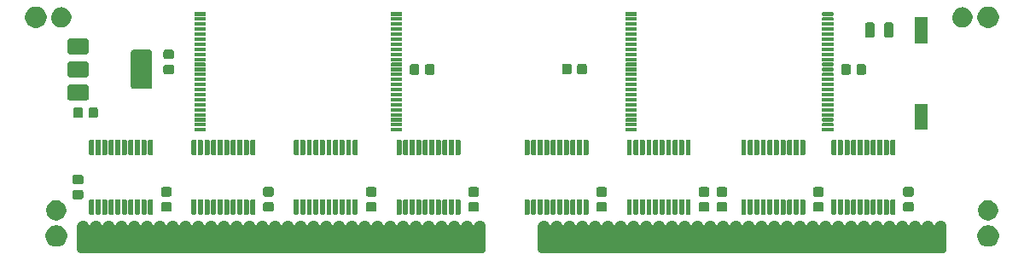
<source format=gts>
G04 #@! TF.GenerationSoftware,KiCad,Pcbnew,(5.1.5-0-10_14)*
G04 #@! TF.CreationDate,2020-06-23T19:47:48-04:00*
G04 #@! TF.ProjectId,ROMSIMM,524f4d53-494d-44d2-9e6b-696361645f70,rev?*
G04 #@! TF.SameCoordinates,Original*
G04 #@! TF.FileFunction,Soldermask,Top*
G04 #@! TF.FilePolarity,Negative*
%FSLAX46Y46*%
G04 Gerber Fmt 4.6, Leading zero omitted, Abs format (unit mm)*
G04 Created by KiCad (PCBNEW (5.1.5-0-10_14)) date 2020-06-23 19:47:48*
%MOMM*%
%LPD*%
G04 APERTURE LIST*
%ADD10C,0.175000*%
%ADD11C,0.100000*%
G04 APERTURE END LIST*
D10*
G36*
X163195000Y-127635000D02*
G01*
X123825000Y-127635000D01*
X123317000Y-125031500D01*
X163703000Y-125031500D01*
X163195000Y-127635000D01*
G37*
X163195000Y-127635000D02*
X123825000Y-127635000D01*
X123317000Y-125031500D01*
X163703000Y-125031500D01*
X163195000Y-127635000D01*
G36*
X117475000Y-127635000D02*
G01*
X78105000Y-127635000D01*
X77597000Y-125031500D01*
X117983000Y-125031500D01*
X117475000Y-127635000D01*
G37*
X117475000Y-127635000D02*
X78105000Y-127635000D01*
X77597000Y-125031500D01*
X117983000Y-125031500D01*
X117475000Y-127635000D01*
D11*
G36*
X78325114Y-124521202D02*
G01*
X78412594Y-124547739D01*
X78493210Y-124590829D01*
X78563876Y-124648824D01*
X78621871Y-124719490D01*
X78664961Y-124800106D01*
X78692154Y-124889750D01*
X78695905Y-124898805D01*
X78701350Y-124906955D01*
X78708281Y-124913886D01*
X78716431Y-124919331D01*
X78725486Y-124923082D01*
X78735099Y-124924994D01*
X78744901Y-124924994D01*
X78754514Y-124923082D01*
X78763569Y-124919331D01*
X78771719Y-124913886D01*
X78778650Y-124906955D01*
X78784095Y-124898805D01*
X78787846Y-124889750D01*
X78815039Y-124800106D01*
X78858129Y-124719490D01*
X78916124Y-124648824D01*
X78986790Y-124590829D01*
X79067406Y-124547739D01*
X79154886Y-124521202D01*
X79248314Y-124512000D01*
X79501686Y-124512000D01*
X79595114Y-124521202D01*
X79682594Y-124547739D01*
X79763210Y-124590829D01*
X79833876Y-124648824D01*
X79891871Y-124719490D01*
X79934961Y-124800106D01*
X79962154Y-124889750D01*
X79965905Y-124898805D01*
X79971350Y-124906955D01*
X79978281Y-124913886D01*
X79986431Y-124919331D01*
X79995486Y-124923082D01*
X80005099Y-124924994D01*
X80014901Y-124924994D01*
X80024514Y-124923082D01*
X80033569Y-124919331D01*
X80041719Y-124913886D01*
X80048650Y-124906955D01*
X80054095Y-124898805D01*
X80057846Y-124889750D01*
X80085039Y-124800106D01*
X80128129Y-124719490D01*
X80186124Y-124648824D01*
X80256790Y-124590829D01*
X80337406Y-124547739D01*
X80424886Y-124521202D01*
X80518314Y-124512000D01*
X80771686Y-124512000D01*
X80865114Y-124521202D01*
X80952594Y-124547739D01*
X81033210Y-124590829D01*
X81103876Y-124648824D01*
X81161871Y-124719490D01*
X81204961Y-124800106D01*
X81232154Y-124889750D01*
X81235905Y-124898805D01*
X81241350Y-124906955D01*
X81248281Y-124913886D01*
X81256431Y-124919331D01*
X81265486Y-124923082D01*
X81275099Y-124924994D01*
X81284901Y-124924994D01*
X81294514Y-124923082D01*
X81303569Y-124919331D01*
X81311719Y-124913886D01*
X81318650Y-124906955D01*
X81324095Y-124898805D01*
X81327846Y-124889750D01*
X81355039Y-124800106D01*
X81398129Y-124719490D01*
X81456124Y-124648824D01*
X81526790Y-124590829D01*
X81607406Y-124547739D01*
X81694886Y-124521202D01*
X81788314Y-124512000D01*
X82041686Y-124512000D01*
X82135114Y-124521202D01*
X82222594Y-124547739D01*
X82303210Y-124590829D01*
X82373876Y-124648824D01*
X82431871Y-124719490D01*
X82474961Y-124800106D01*
X82502154Y-124889750D01*
X82505905Y-124898805D01*
X82511350Y-124906955D01*
X82518281Y-124913886D01*
X82526431Y-124919331D01*
X82535486Y-124923082D01*
X82545099Y-124924994D01*
X82554901Y-124924994D01*
X82564514Y-124923082D01*
X82573569Y-124919331D01*
X82581719Y-124913886D01*
X82588650Y-124906955D01*
X82594095Y-124898805D01*
X82597846Y-124889750D01*
X82625039Y-124800106D01*
X82668129Y-124719490D01*
X82726124Y-124648824D01*
X82796790Y-124590829D01*
X82877406Y-124547739D01*
X82964886Y-124521202D01*
X83058314Y-124512000D01*
X83311686Y-124512000D01*
X83405114Y-124521202D01*
X83492594Y-124547739D01*
X83573210Y-124590829D01*
X83643876Y-124648824D01*
X83701871Y-124719490D01*
X83744961Y-124800106D01*
X83772154Y-124889750D01*
X83775905Y-124898805D01*
X83781350Y-124906955D01*
X83788281Y-124913886D01*
X83796431Y-124919331D01*
X83805486Y-124923082D01*
X83815099Y-124924994D01*
X83824901Y-124924994D01*
X83834514Y-124923082D01*
X83843569Y-124919331D01*
X83851719Y-124913886D01*
X83858650Y-124906955D01*
X83864095Y-124898805D01*
X83867846Y-124889750D01*
X83895039Y-124800106D01*
X83938129Y-124719490D01*
X83996124Y-124648824D01*
X84066790Y-124590829D01*
X84147406Y-124547739D01*
X84234886Y-124521202D01*
X84328314Y-124512000D01*
X84581686Y-124512000D01*
X84675114Y-124521202D01*
X84762594Y-124547739D01*
X84843210Y-124590829D01*
X84913876Y-124648824D01*
X84971871Y-124719490D01*
X85014961Y-124800106D01*
X85042154Y-124889750D01*
X85045905Y-124898805D01*
X85051350Y-124906955D01*
X85058281Y-124913886D01*
X85066431Y-124919331D01*
X85075486Y-124923082D01*
X85085099Y-124924994D01*
X85094901Y-124924994D01*
X85104514Y-124923082D01*
X85113569Y-124919331D01*
X85121719Y-124913886D01*
X85128650Y-124906955D01*
X85134095Y-124898805D01*
X85137846Y-124889750D01*
X85165039Y-124800106D01*
X85208129Y-124719490D01*
X85266124Y-124648824D01*
X85336790Y-124590829D01*
X85417406Y-124547739D01*
X85504886Y-124521202D01*
X85598314Y-124512000D01*
X85851686Y-124512000D01*
X85945114Y-124521202D01*
X86032594Y-124547739D01*
X86113210Y-124590829D01*
X86183876Y-124648824D01*
X86241871Y-124719490D01*
X86284961Y-124800106D01*
X86312154Y-124889750D01*
X86315905Y-124898805D01*
X86321350Y-124906955D01*
X86328281Y-124913886D01*
X86336431Y-124919331D01*
X86345486Y-124923082D01*
X86355099Y-124924994D01*
X86364901Y-124924994D01*
X86374514Y-124923082D01*
X86383569Y-124919331D01*
X86391719Y-124913886D01*
X86398650Y-124906955D01*
X86404095Y-124898805D01*
X86407846Y-124889750D01*
X86435039Y-124800106D01*
X86478129Y-124719490D01*
X86536124Y-124648824D01*
X86606790Y-124590829D01*
X86687406Y-124547739D01*
X86774886Y-124521202D01*
X86868314Y-124512000D01*
X87121686Y-124512000D01*
X87215114Y-124521202D01*
X87302594Y-124547739D01*
X87383210Y-124590829D01*
X87453876Y-124648824D01*
X87511871Y-124719490D01*
X87554961Y-124800106D01*
X87582154Y-124889750D01*
X87585905Y-124898805D01*
X87591350Y-124906955D01*
X87598281Y-124913886D01*
X87606431Y-124919331D01*
X87615486Y-124923082D01*
X87625099Y-124924994D01*
X87634901Y-124924994D01*
X87644514Y-124923082D01*
X87653569Y-124919331D01*
X87661719Y-124913886D01*
X87668650Y-124906955D01*
X87674095Y-124898805D01*
X87677846Y-124889750D01*
X87705039Y-124800106D01*
X87748129Y-124719490D01*
X87806124Y-124648824D01*
X87876790Y-124590829D01*
X87957406Y-124547739D01*
X88044886Y-124521202D01*
X88138314Y-124512000D01*
X88391686Y-124512000D01*
X88485114Y-124521202D01*
X88572594Y-124547739D01*
X88653210Y-124590829D01*
X88723876Y-124648824D01*
X88781871Y-124719490D01*
X88824961Y-124800106D01*
X88852154Y-124889750D01*
X88855905Y-124898805D01*
X88861350Y-124906955D01*
X88868281Y-124913886D01*
X88876431Y-124919331D01*
X88885486Y-124923082D01*
X88895099Y-124924994D01*
X88904901Y-124924994D01*
X88914514Y-124923082D01*
X88923569Y-124919331D01*
X88931719Y-124913886D01*
X88938650Y-124906955D01*
X88944095Y-124898805D01*
X88947846Y-124889750D01*
X88975039Y-124800106D01*
X89018129Y-124719490D01*
X89076124Y-124648824D01*
X89146790Y-124590829D01*
X89227406Y-124547739D01*
X89314886Y-124521202D01*
X89408314Y-124512000D01*
X89661686Y-124512000D01*
X89755114Y-124521202D01*
X89842594Y-124547739D01*
X89923210Y-124590829D01*
X89993876Y-124648824D01*
X90051871Y-124719490D01*
X90094961Y-124800106D01*
X90122154Y-124889750D01*
X90125905Y-124898805D01*
X90131350Y-124906955D01*
X90138281Y-124913886D01*
X90146431Y-124919331D01*
X90155486Y-124923082D01*
X90165099Y-124924994D01*
X90174901Y-124924994D01*
X90184514Y-124923082D01*
X90193569Y-124919331D01*
X90201719Y-124913886D01*
X90208650Y-124906955D01*
X90214095Y-124898805D01*
X90217846Y-124889750D01*
X90245039Y-124800106D01*
X90288129Y-124719490D01*
X90346124Y-124648824D01*
X90416790Y-124590829D01*
X90497406Y-124547739D01*
X90584886Y-124521202D01*
X90678314Y-124512000D01*
X90931686Y-124512000D01*
X91025114Y-124521202D01*
X91112594Y-124547739D01*
X91193210Y-124590829D01*
X91263876Y-124648824D01*
X91321871Y-124719490D01*
X91364961Y-124800106D01*
X91392154Y-124889750D01*
X91395905Y-124898805D01*
X91401350Y-124906955D01*
X91408281Y-124913886D01*
X91416431Y-124919331D01*
X91425486Y-124923082D01*
X91435099Y-124924994D01*
X91444901Y-124924994D01*
X91454514Y-124923082D01*
X91463569Y-124919331D01*
X91471719Y-124913886D01*
X91478650Y-124906955D01*
X91484095Y-124898805D01*
X91487846Y-124889750D01*
X91515039Y-124800106D01*
X91558129Y-124719490D01*
X91616124Y-124648824D01*
X91686790Y-124590829D01*
X91767406Y-124547739D01*
X91854886Y-124521202D01*
X91948314Y-124512000D01*
X92201686Y-124512000D01*
X92295114Y-124521202D01*
X92382594Y-124547739D01*
X92463210Y-124590829D01*
X92533876Y-124648824D01*
X92591871Y-124719490D01*
X92634961Y-124800106D01*
X92662154Y-124889750D01*
X92665905Y-124898805D01*
X92671350Y-124906955D01*
X92678281Y-124913886D01*
X92686431Y-124919331D01*
X92695486Y-124923082D01*
X92705099Y-124924994D01*
X92714901Y-124924994D01*
X92724514Y-124923082D01*
X92733569Y-124919331D01*
X92741719Y-124913886D01*
X92748650Y-124906955D01*
X92754095Y-124898805D01*
X92757846Y-124889750D01*
X92785039Y-124800106D01*
X92828129Y-124719490D01*
X92886124Y-124648824D01*
X92956790Y-124590829D01*
X93037406Y-124547739D01*
X93124886Y-124521202D01*
X93218314Y-124512000D01*
X93471686Y-124512000D01*
X93565114Y-124521202D01*
X93652594Y-124547739D01*
X93733210Y-124590829D01*
X93803876Y-124648824D01*
X93861871Y-124719490D01*
X93904961Y-124800106D01*
X93932154Y-124889750D01*
X93935905Y-124898805D01*
X93941350Y-124906955D01*
X93948281Y-124913886D01*
X93956431Y-124919331D01*
X93965486Y-124923082D01*
X93975099Y-124924994D01*
X93984901Y-124924994D01*
X93994514Y-124923082D01*
X94003569Y-124919331D01*
X94011719Y-124913886D01*
X94018650Y-124906955D01*
X94024095Y-124898805D01*
X94027846Y-124889750D01*
X94055039Y-124800106D01*
X94098129Y-124719490D01*
X94156124Y-124648824D01*
X94226790Y-124590829D01*
X94307406Y-124547739D01*
X94394886Y-124521202D01*
X94488314Y-124512000D01*
X94741686Y-124512000D01*
X94835114Y-124521202D01*
X94922594Y-124547739D01*
X95003210Y-124590829D01*
X95073876Y-124648824D01*
X95131871Y-124719490D01*
X95174961Y-124800106D01*
X95202154Y-124889750D01*
X95205905Y-124898805D01*
X95211350Y-124906955D01*
X95218281Y-124913886D01*
X95226431Y-124919331D01*
X95235486Y-124923082D01*
X95245099Y-124924994D01*
X95254901Y-124924994D01*
X95264514Y-124923082D01*
X95273569Y-124919331D01*
X95281719Y-124913886D01*
X95288650Y-124906955D01*
X95294095Y-124898805D01*
X95297846Y-124889750D01*
X95325039Y-124800106D01*
X95368129Y-124719490D01*
X95426124Y-124648824D01*
X95496790Y-124590829D01*
X95577406Y-124547739D01*
X95664886Y-124521202D01*
X95758314Y-124512000D01*
X96011686Y-124512000D01*
X96105114Y-124521202D01*
X96192594Y-124547739D01*
X96273210Y-124590829D01*
X96343876Y-124648824D01*
X96401871Y-124719490D01*
X96444961Y-124800106D01*
X96472154Y-124889750D01*
X96475905Y-124898805D01*
X96481350Y-124906955D01*
X96488281Y-124913886D01*
X96496431Y-124919331D01*
X96505486Y-124923082D01*
X96515099Y-124924994D01*
X96524901Y-124924994D01*
X96534514Y-124923082D01*
X96543569Y-124919331D01*
X96551719Y-124913886D01*
X96558650Y-124906955D01*
X96564095Y-124898805D01*
X96567846Y-124889750D01*
X96595039Y-124800106D01*
X96638129Y-124719490D01*
X96696124Y-124648824D01*
X96766790Y-124590829D01*
X96847406Y-124547739D01*
X96934886Y-124521202D01*
X97028314Y-124512000D01*
X97281686Y-124512000D01*
X97375114Y-124521202D01*
X97462594Y-124547739D01*
X97543210Y-124590829D01*
X97613876Y-124648824D01*
X97671871Y-124719490D01*
X97714961Y-124800106D01*
X97742154Y-124889750D01*
X97745905Y-124898805D01*
X97751350Y-124906955D01*
X97758281Y-124913886D01*
X97766431Y-124919331D01*
X97775486Y-124923082D01*
X97785099Y-124924994D01*
X97794901Y-124924994D01*
X97804514Y-124923082D01*
X97813569Y-124919331D01*
X97821719Y-124913886D01*
X97828650Y-124906955D01*
X97834095Y-124898805D01*
X97837846Y-124889750D01*
X97865039Y-124800106D01*
X97908129Y-124719490D01*
X97966124Y-124648824D01*
X98036790Y-124590829D01*
X98117406Y-124547739D01*
X98204886Y-124521202D01*
X98298314Y-124512000D01*
X98551686Y-124512000D01*
X98645114Y-124521202D01*
X98732594Y-124547739D01*
X98813210Y-124590829D01*
X98883876Y-124648824D01*
X98941871Y-124719490D01*
X98984961Y-124800106D01*
X99012154Y-124889750D01*
X99015905Y-124898805D01*
X99021350Y-124906955D01*
X99028281Y-124913886D01*
X99036431Y-124919331D01*
X99045486Y-124923082D01*
X99055099Y-124924994D01*
X99064901Y-124924994D01*
X99074514Y-124923082D01*
X99083569Y-124919331D01*
X99091719Y-124913886D01*
X99098650Y-124906955D01*
X99104095Y-124898805D01*
X99107846Y-124889750D01*
X99135039Y-124800106D01*
X99178129Y-124719490D01*
X99236124Y-124648824D01*
X99306790Y-124590829D01*
X99387406Y-124547739D01*
X99474886Y-124521202D01*
X99568314Y-124512000D01*
X99821686Y-124512000D01*
X99915114Y-124521202D01*
X100002594Y-124547739D01*
X100083210Y-124590829D01*
X100153876Y-124648824D01*
X100211871Y-124719490D01*
X100254961Y-124800106D01*
X100282154Y-124889750D01*
X100285905Y-124898805D01*
X100291350Y-124906955D01*
X100298281Y-124913886D01*
X100306431Y-124919331D01*
X100315486Y-124923082D01*
X100325099Y-124924994D01*
X100334901Y-124924994D01*
X100344514Y-124923082D01*
X100353569Y-124919331D01*
X100361719Y-124913886D01*
X100368650Y-124906955D01*
X100374095Y-124898805D01*
X100377846Y-124889750D01*
X100405039Y-124800106D01*
X100448129Y-124719490D01*
X100506124Y-124648824D01*
X100576790Y-124590829D01*
X100657406Y-124547739D01*
X100744886Y-124521202D01*
X100838314Y-124512000D01*
X101091686Y-124512000D01*
X101185114Y-124521202D01*
X101272594Y-124547739D01*
X101353210Y-124590829D01*
X101423876Y-124648824D01*
X101481871Y-124719490D01*
X101524961Y-124800106D01*
X101552154Y-124889750D01*
X101555905Y-124898805D01*
X101561350Y-124906955D01*
X101568281Y-124913886D01*
X101576431Y-124919331D01*
X101585486Y-124923082D01*
X101595099Y-124924994D01*
X101604901Y-124924994D01*
X101614514Y-124923082D01*
X101623569Y-124919331D01*
X101631719Y-124913886D01*
X101638650Y-124906955D01*
X101644095Y-124898805D01*
X101647846Y-124889750D01*
X101675039Y-124800106D01*
X101718129Y-124719490D01*
X101776124Y-124648824D01*
X101846790Y-124590829D01*
X101927406Y-124547739D01*
X102014886Y-124521202D01*
X102108314Y-124512000D01*
X102361686Y-124512000D01*
X102455114Y-124521202D01*
X102542594Y-124547739D01*
X102623210Y-124590829D01*
X102693876Y-124648824D01*
X102751871Y-124719490D01*
X102794961Y-124800106D01*
X102822154Y-124889750D01*
X102825905Y-124898805D01*
X102831350Y-124906955D01*
X102838281Y-124913886D01*
X102846431Y-124919331D01*
X102855486Y-124923082D01*
X102865099Y-124924994D01*
X102874901Y-124924994D01*
X102884514Y-124923082D01*
X102893569Y-124919331D01*
X102901719Y-124913886D01*
X102908650Y-124906955D01*
X102914095Y-124898805D01*
X102917846Y-124889750D01*
X102945039Y-124800106D01*
X102988129Y-124719490D01*
X103046124Y-124648824D01*
X103116790Y-124590829D01*
X103197406Y-124547739D01*
X103284886Y-124521202D01*
X103378314Y-124512000D01*
X103631686Y-124512000D01*
X103725114Y-124521202D01*
X103812594Y-124547739D01*
X103893210Y-124590829D01*
X103963876Y-124648824D01*
X104021871Y-124719490D01*
X104064961Y-124800106D01*
X104092154Y-124889750D01*
X104095905Y-124898805D01*
X104101350Y-124906955D01*
X104108281Y-124913886D01*
X104116431Y-124919331D01*
X104125486Y-124923082D01*
X104135099Y-124924994D01*
X104144901Y-124924994D01*
X104154514Y-124923082D01*
X104163569Y-124919331D01*
X104171719Y-124913886D01*
X104178650Y-124906955D01*
X104184095Y-124898805D01*
X104187846Y-124889750D01*
X104215039Y-124800106D01*
X104258129Y-124719490D01*
X104316124Y-124648824D01*
X104386790Y-124590829D01*
X104467406Y-124547739D01*
X104554886Y-124521202D01*
X104648314Y-124512000D01*
X104901686Y-124512000D01*
X104995114Y-124521202D01*
X105082594Y-124547739D01*
X105163210Y-124590829D01*
X105233876Y-124648824D01*
X105291871Y-124719490D01*
X105334961Y-124800106D01*
X105362154Y-124889750D01*
X105365905Y-124898805D01*
X105371350Y-124906955D01*
X105378281Y-124913886D01*
X105386431Y-124919331D01*
X105395486Y-124923082D01*
X105405099Y-124924994D01*
X105414901Y-124924994D01*
X105424514Y-124923082D01*
X105433569Y-124919331D01*
X105441719Y-124913886D01*
X105448650Y-124906955D01*
X105454095Y-124898805D01*
X105457846Y-124889750D01*
X105485039Y-124800106D01*
X105528129Y-124719490D01*
X105586124Y-124648824D01*
X105656790Y-124590829D01*
X105737406Y-124547739D01*
X105824886Y-124521202D01*
X105918314Y-124512000D01*
X106171686Y-124512000D01*
X106265114Y-124521202D01*
X106352594Y-124547739D01*
X106433210Y-124590829D01*
X106503876Y-124648824D01*
X106561871Y-124719490D01*
X106604961Y-124800106D01*
X106632154Y-124889750D01*
X106635905Y-124898805D01*
X106641350Y-124906955D01*
X106648281Y-124913886D01*
X106656431Y-124919331D01*
X106665486Y-124923082D01*
X106675099Y-124924994D01*
X106684901Y-124924994D01*
X106694514Y-124923082D01*
X106703569Y-124919331D01*
X106711719Y-124913886D01*
X106718650Y-124906955D01*
X106724095Y-124898805D01*
X106727846Y-124889750D01*
X106755039Y-124800106D01*
X106798129Y-124719490D01*
X106856124Y-124648824D01*
X106926790Y-124590829D01*
X107007406Y-124547739D01*
X107094886Y-124521202D01*
X107188314Y-124512000D01*
X107441686Y-124512000D01*
X107535114Y-124521202D01*
X107622594Y-124547739D01*
X107703210Y-124590829D01*
X107773876Y-124648824D01*
X107831871Y-124719490D01*
X107874961Y-124800106D01*
X107902154Y-124889750D01*
X107905905Y-124898805D01*
X107911350Y-124906955D01*
X107918281Y-124913886D01*
X107926431Y-124919331D01*
X107935486Y-124923082D01*
X107945099Y-124924994D01*
X107954901Y-124924994D01*
X107964514Y-124923082D01*
X107973569Y-124919331D01*
X107981719Y-124913886D01*
X107988650Y-124906955D01*
X107994095Y-124898805D01*
X107997846Y-124889750D01*
X108025039Y-124800106D01*
X108068129Y-124719490D01*
X108126124Y-124648824D01*
X108196790Y-124590829D01*
X108277406Y-124547739D01*
X108364886Y-124521202D01*
X108458314Y-124512000D01*
X108711686Y-124512000D01*
X108805114Y-124521202D01*
X108892594Y-124547739D01*
X108973210Y-124590829D01*
X109043876Y-124648824D01*
X109101871Y-124719490D01*
X109144961Y-124800106D01*
X109172154Y-124889750D01*
X109175905Y-124898805D01*
X109181350Y-124906955D01*
X109188281Y-124913886D01*
X109196431Y-124919331D01*
X109205486Y-124923082D01*
X109215099Y-124924994D01*
X109224901Y-124924994D01*
X109234514Y-124923082D01*
X109243569Y-124919331D01*
X109251719Y-124913886D01*
X109258650Y-124906955D01*
X109264095Y-124898805D01*
X109267846Y-124889750D01*
X109295039Y-124800106D01*
X109338129Y-124719490D01*
X109396124Y-124648824D01*
X109466790Y-124590829D01*
X109547406Y-124547739D01*
X109634886Y-124521202D01*
X109728314Y-124512000D01*
X109981686Y-124512000D01*
X110075114Y-124521202D01*
X110162594Y-124547739D01*
X110243210Y-124590829D01*
X110313876Y-124648824D01*
X110371871Y-124719490D01*
X110414961Y-124800106D01*
X110442154Y-124889750D01*
X110445905Y-124898805D01*
X110451350Y-124906955D01*
X110458281Y-124913886D01*
X110466431Y-124919331D01*
X110475486Y-124923082D01*
X110485099Y-124924994D01*
X110494901Y-124924994D01*
X110504514Y-124923082D01*
X110513569Y-124919331D01*
X110521719Y-124913886D01*
X110528650Y-124906955D01*
X110534095Y-124898805D01*
X110537846Y-124889750D01*
X110565039Y-124800106D01*
X110608129Y-124719490D01*
X110666124Y-124648824D01*
X110736790Y-124590829D01*
X110817406Y-124547739D01*
X110904886Y-124521202D01*
X110998314Y-124512000D01*
X111251686Y-124512000D01*
X111345114Y-124521202D01*
X111432594Y-124547739D01*
X111513210Y-124590829D01*
X111583876Y-124648824D01*
X111641871Y-124719490D01*
X111684961Y-124800106D01*
X111712154Y-124889750D01*
X111715905Y-124898805D01*
X111721350Y-124906955D01*
X111728281Y-124913886D01*
X111736431Y-124919331D01*
X111745486Y-124923082D01*
X111755099Y-124924994D01*
X111764901Y-124924994D01*
X111774514Y-124923082D01*
X111783569Y-124919331D01*
X111791719Y-124913886D01*
X111798650Y-124906955D01*
X111804095Y-124898805D01*
X111807846Y-124889750D01*
X111835039Y-124800106D01*
X111878129Y-124719490D01*
X111936124Y-124648824D01*
X112006790Y-124590829D01*
X112087406Y-124547739D01*
X112174886Y-124521202D01*
X112268314Y-124512000D01*
X112521686Y-124512000D01*
X112615114Y-124521202D01*
X112702594Y-124547739D01*
X112783210Y-124590829D01*
X112853876Y-124648824D01*
X112911871Y-124719490D01*
X112954961Y-124800106D01*
X112982154Y-124889750D01*
X112985905Y-124898805D01*
X112991350Y-124906955D01*
X112998281Y-124913886D01*
X113006431Y-124919331D01*
X113015486Y-124923082D01*
X113025099Y-124924994D01*
X113034901Y-124924994D01*
X113044514Y-124923082D01*
X113053569Y-124919331D01*
X113061719Y-124913886D01*
X113068650Y-124906955D01*
X113074095Y-124898805D01*
X113077846Y-124889750D01*
X113105039Y-124800106D01*
X113148129Y-124719490D01*
X113206124Y-124648824D01*
X113276790Y-124590829D01*
X113357406Y-124547739D01*
X113444886Y-124521202D01*
X113538314Y-124512000D01*
X113791686Y-124512000D01*
X113885114Y-124521202D01*
X113972594Y-124547739D01*
X114053210Y-124590829D01*
X114123876Y-124648824D01*
X114181871Y-124719490D01*
X114224961Y-124800106D01*
X114252154Y-124889750D01*
X114255905Y-124898805D01*
X114261350Y-124906955D01*
X114268281Y-124913886D01*
X114276431Y-124919331D01*
X114285486Y-124923082D01*
X114295099Y-124924994D01*
X114304901Y-124924994D01*
X114314514Y-124923082D01*
X114323569Y-124919331D01*
X114331719Y-124913886D01*
X114338650Y-124906955D01*
X114344095Y-124898805D01*
X114347846Y-124889750D01*
X114375039Y-124800106D01*
X114418129Y-124719490D01*
X114476124Y-124648824D01*
X114546790Y-124590829D01*
X114627406Y-124547739D01*
X114714886Y-124521202D01*
X114808314Y-124512000D01*
X115061686Y-124512000D01*
X115155114Y-124521202D01*
X115242594Y-124547739D01*
X115323210Y-124590829D01*
X115393876Y-124648824D01*
X115451871Y-124719490D01*
X115494961Y-124800106D01*
X115522154Y-124889750D01*
X115525905Y-124898805D01*
X115531350Y-124906955D01*
X115538281Y-124913886D01*
X115546431Y-124919331D01*
X115555486Y-124923082D01*
X115565099Y-124924994D01*
X115574901Y-124924994D01*
X115584514Y-124923082D01*
X115593569Y-124919331D01*
X115601719Y-124913886D01*
X115608650Y-124906955D01*
X115614095Y-124898805D01*
X115617846Y-124889750D01*
X115645039Y-124800106D01*
X115688129Y-124719490D01*
X115746124Y-124648824D01*
X115816790Y-124590829D01*
X115897406Y-124547739D01*
X115984886Y-124521202D01*
X116078314Y-124512000D01*
X116331686Y-124512000D01*
X116425114Y-124521202D01*
X116512594Y-124547739D01*
X116593210Y-124590829D01*
X116663876Y-124648824D01*
X116721871Y-124719490D01*
X116764961Y-124800106D01*
X116792154Y-124889750D01*
X116795905Y-124898805D01*
X116801350Y-124906955D01*
X116808281Y-124913886D01*
X116816431Y-124919331D01*
X116825486Y-124923082D01*
X116835099Y-124924994D01*
X116844901Y-124924994D01*
X116854514Y-124923082D01*
X116863569Y-124919331D01*
X116871719Y-124913886D01*
X116878650Y-124906955D01*
X116884095Y-124898805D01*
X116887846Y-124889750D01*
X116915039Y-124800106D01*
X116958129Y-124719490D01*
X117016124Y-124648824D01*
X117086790Y-124590829D01*
X117167406Y-124547739D01*
X117254886Y-124521202D01*
X117348314Y-124512000D01*
X117601686Y-124512000D01*
X117695114Y-124521202D01*
X117782594Y-124547739D01*
X117863210Y-124590829D01*
X117933876Y-124648824D01*
X117991871Y-124719490D01*
X118034961Y-124800106D01*
X118061498Y-124887586D01*
X118070700Y-124981014D01*
X118070700Y-127240986D01*
X118061498Y-127334414D01*
X118034961Y-127421894D01*
X117991871Y-127502510D01*
X117933876Y-127573176D01*
X117863210Y-127631171D01*
X117782594Y-127674261D01*
X117695114Y-127700798D01*
X117601686Y-127710000D01*
X117348314Y-127710000D01*
X117254886Y-127700798D01*
X117167406Y-127674261D01*
X117086790Y-127631171D01*
X117016124Y-127573176D01*
X116958129Y-127502510D01*
X116915039Y-127421894D01*
X116887846Y-127332250D01*
X116884095Y-127323195D01*
X116878650Y-127315045D01*
X116871719Y-127308114D01*
X116863569Y-127302669D01*
X116854514Y-127298918D01*
X116844901Y-127297006D01*
X116835099Y-127297006D01*
X116825486Y-127298918D01*
X116816431Y-127302669D01*
X116808281Y-127308114D01*
X116801350Y-127315045D01*
X116795905Y-127323195D01*
X116792154Y-127332250D01*
X116764961Y-127421894D01*
X116721871Y-127502510D01*
X116663876Y-127573176D01*
X116593210Y-127631171D01*
X116512594Y-127674261D01*
X116425114Y-127700798D01*
X116331686Y-127710000D01*
X116078314Y-127710000D01*
X115984886Y-127700798D01*
X115897406Y-127674261D01*
X115816790Y-127631171D01*
X115746124Y-127573176D01*
X115688129Y-127502510D01*
X115645039Y-127421894D01*
X115617846Y-127332250D01*
X115614095Y-127323195D01*
X115608650Y-127315045D01*
X115601719Y-127308114D01*
X115593569Y-127302669D01*
X115584514Y-127298918D01*
X115574901Y-127297006D01*
X115565099Y-127297006D01*
X115555486Y-127298918D01*
X115546431Y-127302669D01*
X115538281Y-127308114D01*
X115531350Y-127315045D01*
X115525905Y-127323195D01*
X115522154Y-127332250D01*
X115494961Y-127421894D01*
X115451871Y-127502510D01*
X115393876Y-127573176D01*
X115323210Y-127631171D01*
X115242594Y-127674261D01*
X115155114Y-127700798D01*
X115061686Y-127710000D01*
X114808314Y-127710000D01*
X114714886Y-127700798D01*
X114627406Y-127674261D01*
X114546790Y-127631171D01*
X114476124Y-127573176D01*
X114418129Y-127502510D01*
X114375039Y-127421894D01*
X114347846Y-127332250D01*
X114344095Y-127323195D01*
X114338650Y-127315045D01*
X114331719Y-127308114D01*
X114323569Y-127302669D01*
X114314514Y-127298918D01*
X114304901Y-127297006D01*
X114295099Y-127297006D01*
X114285486Y-127298918D01*
X114276431Y-127302669D01*
X114268281Y-127308114D01*
X114261350Y-127315045D01*
X114255905Y-127323195D01*
X114252154Y-127332250D01*
X114224961Y-127421894D01*
X114181871Y-127502510D01*
X114123876Y-127573176D01*
X114053210Y-127631171D01*
X113972594Y-127674261D01*
X113885114Y-127700798D01*
X113791686Y-127710000D01*
X113538314Y-127710000D01*
X113444886Y-127700798D01*
X113357406Y-127674261D01*
X113276790Y-127631171D01*
X113206124Y-127573176D01*
X113148129Y-127502510D01*
X113105039Y-127421894D01*
X113077846Y-127332250D01*
X113074095Y-127323195D01*
X113068650Y-127315045D01*
X113061719Y-127308114D01*
X113053569Y-127302669D01*
X113044514Y-127298918D01*
X113034901Y-127297006D01*
X113025099Y-127297006D01*
X113015486Y-127298918D01*
X113006431Y-127302669D01*
X112998281Y-127308114D01*
X112991350Y-127315045D01*
X112985905Y-127323195D01*
X112982154Y-127332250D01*
X112954961Y-127421894D01*
X112911871Y-127502510D01*
X112853876Y-127573176D01*
X112783210Y-127631171D01*
X112702594Y-127674261D01*
X112615114Y-127700798D01*
X112521686Y-127710000D01*
X112268314Y-127710000D01*
X112174886Y-127700798D01*
X112087406Y-127674261D01*
X112006790Y-127631171D01*
X111936124Y-127573176D01*
X111878129Y-127502510D01*
X111835039Y-127421894D01*
X111807846Y-127332250D01*
X111804095Y-127323195D01*
X111798650Y-127315045D01*
X111791719Y-127308114D01*
X111783569Y-127302669D01*
X111774514Y-127298918D01*
X111764901Y-127297006D01*
X111755099Y-127297006D01*
X111745486Y-127298918D01*
X111736431Y-127302669D01*
X111728281Y-127308114D01*
X111721350Y-127315045D01*
X111715905Y-127323195D01*
X111712154Y-127332250D01*
X111684961Y-127421894D01*
X111641871Y-127502510D01*
X111583876Y-127573176D01*
X111513210Y-127631171D01*
X111432594Y-127674261D01*
X111345114Y-127700798D01*
X111251686Y-127710000D01*
X110998314Y-127710000D01*
X110904886Y-127700798D01*
X110817406Y-127674261D01*
X110736790Y-127631171D01*
X110666124Y-127573176D01*
X110608129Y-127502510D01*
X110565039Y-127421894D01*
X110537846Y-127332250D01*
X110534095Y-127323195D01*
X110528650Y-127315045D01*
X110521719Y-127308114D01*
X110513569Y-127302669D01*
X110504514Y-127298918D01*
X110494901Y-127297006D01*
X110485099Y-127297006D01*
X110475486Y-127298918D01*
X110466431Y-127302669D01*
X110458281Y-127308114D01*
X110451350Y-127315045D01*
X110445905Y-127323195D01*
X110442154Y-127332250D01*
X110414961Y-127421894D01*
X110371871Y-127502510D01*
X110313876Y-127573176D01*
X110243210Y-127631171D01*
X110162594Y-127674261D01*
X110075114Y-127700798D01*
X109981686Y-127710000D01*
X109728314Y-127710000D01*
X109634886Y-127700798D01*
X109547406Y-127674261D01*
X109466790Y-127631171D01*
X109396124Y-127573176D01*
X109338129Y-127502510D01*
X109295039Y-127421894D01*
X109267846Y-127332250D01*
X109264095Y-127323195D01*
X109258650Y-127315045D01*
X109251719Y-127308114D01*
X109243569Y-127302669D01*
X109234514Y-127298918D01*
X109224901Y-127297006D01*
X109215099Y-127297006D01*
X109205486Y-127298918D01*
X109196431Y-127302669D01*
X109188281Y-127308114D01*
X109181350Y-127315045D01*
X109175905Y-127323195D01*
X109172154Y-127332250D01*
X109144961Y-127421894D01*
X109101871Y-127502510D01*
X109043876Y-127573176D01*
X108973210Y-127631171D01*
X108892594Y-127674261D01*
X108805114Y-127700798D01*
X108711686Y-127710000D01*
X108458314Y-127710000D01*
X108364886Y-127700798D01*
X108277406Y-127674261D01*
X108196790Y-127631171D01*
X108126124Y-127573176D01*
X108068129Y-127502510D01*
X108025039Y-127421894D01*
X107997846Y-127332250D01*
X107994095Y-127323195D01*
X107988650Y-127315045D01*
X107981719Y-127308114D01*
X107973569Y-127302669D01*
X107964514Y-127298918D01*
X107954901Y-127297006D01*
X107945099Y-127297006D01*
X107935486Y-127298918D01*
X107926431Y-127302669D01*
X107918281Y-127308114D01*
X107911350Y-127315045D01*
X107905905Y-127323195D01*
X107902154Y-127332250D01*
X107874961Y-127421894D01*
X107831871Y-127502510D01*
X107773876Y-127573176D01*
X107703210Y-127631171D01*
X107622594Y-127674261D01*
X107535114Y-127700798D01*
X107441686Y-127710000D01*
X107188314Y-127710000D01*
X107094886Y-127700798D01*
X107007406Y-127674261D01*
X106926790Y-127631171D01*
X106856124Y-127573176D01*
X106798129Y-127502510D01*
X106755039Y-127421894D01*
X106727846Y-127332250D01*
X106724095Y-127323195D01*
X106718650Y-127315045D01*
X106711719Y-127308114D01*
X106703569Y-127302669D01*
X106694514Y-127298918D01*
X106684901Y-127297006D01*
X106675099Y-127297006D01*
X106665486Y-127298918D01*
X106656431Y-127302669D01*
X106648281Y-127308114D01*
X106641350Y-127315045D01*
X106635905Y-127323195D01*
X106632154Y-127332250D01*
X106604961Y-127421894D01*
X106561871Y-127502510D01*
X106503876Y-127573176D01*
X106433210Y-127631171D01*
X106352594Y-127674261D01*
X106265114Y-127700798D01*
X106171686Y-127710000D01*
X105918314Y-127710000D01*
X105824886Y-127700798D01*
X105737406Y-127674261D01*
X105656790Y-127631171D01*
X105586124Y-127573176D01*
X105528129Y-127502510D01*
X105485039Y-127421894D01*
X105457846Y-127332250D01*
X105454095Y-127323195D01*
X105448650Y-127315045D01*
X105441719Y-127308114D01*
X105433569Y-127302669D01*
X105424514Y-127298918D01*
X105414901Y-127297006D01*
X105405099Y-127297006D01*
X105395486Y-127298918D01*
X105386431Y-127302669D01*
X105378281Y-127308114D01*
X105371350Y-127315045D01*
X105365905Y-127323195D01*
X105362154Y-127332250D01*
X105334961Y-127421894D01*
X105291871Y-127502510D01*
X105233876Y-127573176D01*
X105163210Y-127631171D01*
X105082594Y-127674261D01*
X104995114Y-127700798D01*
X104901686Y-127710000D01*
X104648314Y-127710000D01*
X104554886Y-127700798D01*
X104467406Y-127674261D01*
X104386790Y-127631171D01*
X104316124Y-127573176D01*
X104258129Y-127502510D01*
X104215039Y-127421894D01*
X104187846Y-127332250D01*
X104184095Y-127323195D01*
X104178650Y-127315045D01*
X104171719Y-127308114D01*
X104163569Y-127302669D01*
X104154514Y-127298918D01*
X104144901Y-127297006D01*
X104135099Y-127297006D01*
X104125486Y-127298918D01*
X104116431Y-127302669D01*
X104108281Y-127308114D01*
X104101350Y-127315045D01*
X104095905Y-127323195D01*
X104092154Y-127332250D01*
X104064961Y-127421894D01*
X104021871Y-127502510D01*
X103963876Y-127573176D01*
X103893210Y-127631171D01*
X103812594Y-127674261D01*
X103725114Y-127700798D01*
X103631686Y-127710000D01*
X103378314Y-127710000D01*
X103284886Y-127700798D01*
X103197406Y-127674261D01*
X103116790Y-127631171D01*
X103046124Y-127573176D01*
X102988129Y-127502510D01*
X102945039Y-127421894D01*
X102917846Y-127332250D01*
X102914095Y-127323195D01*
X102908650Y-127315045D01*
X102901719Y-127308114D01*
X102893569Y-127302669D01*
X102884514Y-127298918D01*
X102874901Y-127297006D01*
X102865099Y-127297006D01*
X102855486Y-127298918D01*
X102846431Y-127302669D01*
X102838281Y-127308114D01*
X102831350Y-127315045D01*
X102825905Y-127323195D01*
X102822154Y-127332250D01*
X102794961Y-127421894D01*
X102751871Y-127502510D01*
X102693876Y-127573176D01*
X102623210Y-127631171D01*
X102542594Y-127674261D01*
X102455114Y-127700798D01*
X102361686Y-127710000D01*
X102108314Y-127710000D01*
X102014886Y-127700798D01*
X101927406Y-127674261D01*
X101846790Y-127631171D01*
X101776124Y-127573176D01*
X101718129Y-127502510D01*
X101675039Y-127421894D01*
X101647846Y-127332250D01*
X101644095Y-127323195D01*
X101638650Y-127315045D01*
X101631719Y-127308114D01*
X101623569Y-127302669D01*
X101614514Y-127298918D01*
X101604901Y-127297006D01*
X101595099Y-127297006D01*
X101585486Y-127298918D01*
X101576431Y-127302669D01*
X101568281Y-127308114D01*
X101561350Y-127315045D01*
X101555905Y-127323195D01*
X101552154Y-127332250D01*
X101524961Y-127421894D01*
X101481871Y-127502510D01*
X101423876Y-127573176D01*
X101353210Y-127631171D01*
X101272594Y-127674261D01*
X101185114Y-127700798D01*
X101091686Y-127710000D01*
X100838314Y-127710000D01*
X100744886Y-127700798D01*
X100657406Y-127674261D01*
X100576790Y-127631171D01*
X100506124Y-127573176D01*
X100448129Y-127502510D01*
X100405039Y-127421894D01*
X100377846Y-127332250D01*
X100374095Y-127323195D01*
X100368650Y-127315045D01*
X100361719Y-127308114D01*
X100353569Y-127302669D01*
X100344514Y-127298918D01*
X100334901Y-127297006D01*
X100325099Y-127297006D01*
X100315486Y-127298918D01*
X100306431Y-127302669D01*
X100298281Y-127308114D01*
X100291350Y-127315045D01*
X100285905Y-127323195D01*
X100282154Y-127332250D01*
X100254961Y-127421894D01*
X100211871Y-127502510D01*
X100153876Y-127573176D01*
X100083210Y-127631171D01*
X100002594Y-127674261D01*
X99915114Y-127700798D01*
X99821686Y-127710000D01*
X99568314Y-127710000D01*
X99474886Y-127700798D01*
X99387406Y-127674261D01*
X99306790Y-127631171D01*
X99236124Y-127573176D01*
X99178129Y-127502510D01*
X99135039Y-127421894D01*
X99107846Y-127332250D01*
X99104095Y-127323195D01*
X99098650Y-127315045D01*
X99091719Y-127308114D01*
X99083569Y-127302669D01*
X99074514Y-127298918D01*
X99064901Y-127297006D01*
X99055099Y-127297006D01*
X99045486Y-127298918D01*
X99036431Y-127302669D01*
X99028281Y-127308114D01*
X99021350Y-127315045D01*
X99015905Y-127323195D01*
X99012154Y-127332250D01*
X98984961Y-127421894D01*
X98941871Y-127502510D01*
X98883876Y-127573176D01*
X98813210Y-127631171D01*
X98732594Y-127674261D01*
X98645114Y-127700798D01*
X98551686Y-127710000D01*
X98298314Y-127710000D01*
X98204886Y-127700798D01*
X98117406Y-127674261D01*
X98036790Y-127631171D01*
X97966124Y-127573176D01*
X97908129Y-127502510D01*
X97865039Y-127421894D01*
X97837846Y-127332250D01*
X97834095Y-127323195D01*
X97828650Y-127315045D01*
X97821719Y-127308114D01*
X97813569Y-127302669D01*
X97804514Y-127298918D01*
X97794901Y-127297006D01*
X97785099Y-127297006D01*
X97775486Y-127298918D01*
X97766431Y-127302669D01*
X97758281Y-127308114D01*
X97751350Y-127315045D01*
X97745905Y-127323195D01*
X97742154Y-127332250D01*
X97714961Y-127421894D01*
X97671871Y-127502510D01*
X97613876Y-127573176D01*
X97543210Y-127631171D01*
X97462594Y-127674261D01*
X97375114Y-127700798D01*
X97281686Y-127710000D01*
X97028314Y-127710000D01*
X96934886Y-127700798D01*
X96847406Y-127674261D01*
X96766790Y-127631171D01*
X96696124Y-127573176D01*
X96638129Y-127502510D01*
X96595039Y-127421894D01*
X96567846Y-127332250D01*
X96564095Y-127323195D01*
X96558650Y-127315045D01*
X96551719Y-127308114D01*
X96543569Y-127302669D01*
X96534514Y-127298918D01*
X96524901Y-127297006D01*
X96515099Y-127297006D01*
X96505486Y-127298918D01*
X96496431Y-127302669D01*
X96488281Y-127308114D01*
X96481350Y-127315045D01*
X96475905Y-127323195D01*
X96472154Y-127332250D01*
X96444961Y-127421894D01*
X96401871Y-127502510D01*
X96343876Y-127573176D01*
X96273210Y-127631171D01*
X96192594Y-127674261D01*
X96105114Y-127700798D01*
X96011686Y-127710000D01*
X95758314Y-127710000D01*
X95664886Y-127700798D01*
X95577406Y-127674261D01*
X95496790Y-127631171D01*
X95426124Y-127573176D01*
X95368129Y-127502510D01*
X95325039Y-127421894D01*
X95297846Y-127332250D01*
X95294095Y-127323195D01*
X95288650Y-127315045D01*
X95281719Y-127308114D01*
X95273569Y-127302669D01*
X95264514Y-127298918D01*
X95254901Y-127297006D01*
X95245099Y-127297006D01*
X95235486Y-127298918D01*
X95226431Y-127302669D01*
X95218281Y-127308114D01*
X95211350Y-127315045D01*
X95205905Y-127323195D01*
X95202154Y-127332250D01*
X95174961Y-127421894D01*
X95131871Y-127502510D01*
X95073876Y-127573176D01*
X95003210Y-127631171D01*
X94922594Y-127674261D01*
X94835114Y-127700798D01*
X94741686Y-127710000D01*
X94488314Y-127710000D01*
X94394886Y-127700798D01*
X94307406Y-127674261D01*
X94226790Y-127631171D01*
X94156124Y-127573176D01*
X94098129Y-127502510D01*
X94055039Y-127421894D01*
X94027846Y-127332250D01*
X94024095Y-127323195D01*
X94018650Y-127315045D01*
X94011719Y-127308114D01*
X94003569Y-127302669D01*
X93994514Y-127298918D01*
X93984901Y-127297006D01*
X93975099Y-127297006D01*
X93965486Y-127298918D01*
X93956431Y-127302669D01*
X93948281Y-127308114D01*
X93941350Y-127315045D01*
X93935905Y-127323195D01*
X93932154Y-127332250D01*
X93904961Y-127421894D01*
X93861871Y-127502510D01*
X93803876Y-127573176D01*
X93733210Y-127631171D01*
X93652594Y-127674261D01*
X93565114Y-127700798D01*
X93471686Y-127710000D01*
X93218314Y-127710000D01*
X93124886Y-127700798D01*
X93037406Y-127674261D01*
X92956790Y-127631171D01*
X92886124Y-127573176D01*
X92828129Y-127502510D01*
X92785039Y-127421894D01*
X92757846Y-127332250D01*
X92754095Y-127323195D01*
X92748650Y-127315045D01*
X92741719Y-127308114D01*
X92733569Y-127302669D01*
X92724514Y-127298918D01*
X92714901Y-127297006D01*
X92705099Y-127297006D01*
X92695486Y-127298918D01*
X92686431Y-127302669D01*
X92678281Y-127308114D01*
X92671350Y-127315045D01*
X92665905Y-127323195D01*
X92662154Y-127332250D01*
X92634961Y-127421894D01*
X92591871Y-127502510D01*
X92533876Y-127573176D01*
X92463210Y-127631171D01*
X92382594Y-127674261D01*
X92295114Y-127700798D01*
X92201686Y-127710000D01*
X91948314Y-127710000D01*
X91854886Y-127700798D01*
X91767406Y-127674261D01*
X91686790Y-127631171D01*
X91616124Y-127573176D01*
X91558129Y-127502510D01*
X91515039Y-127421894D01*
X91487846Y-127332250D01*
X91484095Y-127323195D01*
X91478650Y-127315045D01*
X91471719Y-127308114D01*
X91463569Y-127302669D01*
X91454514Y-127298918D01*
X91444901Y-127297006D01*
X91435099Y-127297006D01*
X91425486Y-127298918D01*
X91416431Y-127302669D01*
X91408281Y-127308114D01*
X91401350Y-127315045D01*
X91395905Y-127323195D01*
X91392154Y-127332250D01*
X91364961Y-127421894D01*
X91321871Y-127502510D01*
X91263876Y-127573176D01*
X91193210Y-127631171D01*
X91112594Y-127674261D01*
X91025114Y-127700798D01*
X90931686Y-127710000D01*
X90678314Y-127710000D01*
X90584886Y-127700798D01*
X90497406Y-127674261D01*
X90416790Y-127631171D01*
X90346124Y-127573176D01*
X90288129Y-127502510D01*
X90245039Y-127421894D01*
X90217846Y-127332250D01*
X90214095Y-127323195D01*
X90208650Y-127315045D01*
X90201719Y-127308114D01*
X90193569Y-127302669D01*
X90184514Y-127298918D01*
X90174901Y-127297006D01*
X90165099Y-127297006D01*
X90155486Y-127298918D01*
X90146431Y-127302669D01*
X90138281Y-127308114D01*
X90131350Y-127315045D01*
X90125905Y-127323195D01*
X90122154Y-127332250D01*
X90094961Y-127421894D01*
X90051871Y-127502510D01*
X89993876Y-127573176D01*
X89923210Y-127631171D01*
X89842594Y-127674261D01*
X89755114Y-127700798D01*
X89661686Y-127710000D01*
X89408314Y-127710000D01*
X89314886Y-127700798D01*
X89227406Y-127674261D01*
X89146790Y-127631171D01*
X89076124Y-127573176D01*
X89018129Y-127502510D01*
X88975039Y-127421894D01*
X88947846Y-127332250D01*
X88944095Y-127323195D01*
X88938650Y-127315045D01*
X88931719Y-127308114D01*
X88923569Y-127302669D01*
X88914514Y-127298918D01*
X88904901Y-127297006D01*
X88895099Y-127297006D01*
X88885486Y-127298918D01*
X88876431Y-127302669D01*
X88868281Y-127308114D01*
X88861350Y-127315045D01*
X88855905Y-127323195D01*
X88852154Y-127332250D01*
X88824961Y-127421894D01*
X88781871Y-127502510D01*
X88723876Y-127573176D01*
X88653210Y-127631171D01*
X88572594Y-127674261D01*
X88485114Y-127700798D01*
X88391686Y-127710000D01*
X88138314Y-127710000D01*
X88044886Y-127700798D01*
X87957406Y-127674261D01*
X87876790Y-127631171D01*
X87806124Y-127573176D01*
X87748129Y-127502510D01*
X87705039Y-127421894D01*
X87677846Y-127332250D01*
X87674095Y-127323195D01*
X87668650Y-127315045D01*
X87661719Y-127308114D01*
X87653569Y-127302669D01*
X87644514Y-127298918D01*
X87634901Y-127297006D01*
X87625099Y-127297006D01*
X87615486Y-127298918D01*
X87606431Y-127302669D01*
X87598281Y-127308114D01*
X87591350Y-127315045D01*
X87585905Y-127323195D01*
X87582154Y-127332250D01*
X87554961Y-127421894D01*
X87511871Y-127502510D01*
X87453876Y-127573176D01*
X87383210Y-127631171D01*
X87302594Y-127674261D01*
X87215114Y-127700798D01*
X87121686Y-127710000D01*
X86868314Y-127710000D01*
X86774886Y-127700798D01*
X86687406Y-127674261D01*
X86606790Y-127631171D01*
X86536124Y-127573176D01*
X86478129Y-127502510D01*
X86435039Y-127421894D01*
X86407846Y-127332250D01*
X86404095Y-127323195D01*
X86398650Y-127315045D01*
X86391719Y-127308114D01*
X86383569Y-127302669D01*
X86374514Y-127298918D01*
X86364901Y-127297006D01*
X86355099Y-127297006D01*
X86345486Y-127298918D01*
X86336431Y-127302669D01*
X86328281Y-127308114D01*
X86321350Y-127315045D01*
X86315905Y-127323195D01*
X86312154Y-127332250D01*
X86284961Y-127421894D01*
X86241871Y-127502510D01*
X86183876Y-127573176D01*
X86113210Y-127631171D01*
X86032594Y-127674261D01*
X85945114Y-127700798D01*
X85851686Y-127710000D01*
X85598314Y-127710000D01*
X85504886Y-127700798D01*
X85417406Y-127674261D01*
X85336790Y-127631171D01*
X85266124Y-127573176D01*
X85208129Y-127502510D01*
X85165039Y-127421894D01*
X85137846Y-127332250D01*
X85134095Y-127323195D01*
X85128650Y-127315045D01*
X85121719Y-127308114D01*
X85113569Y-127302669D01*
X85104514Y-127298918D01*
X85094901Y-127297006D01*
X85085099Y-127297006D01*
X85075486Y-127298918D01*
X85066431Y-127302669D01*
X85058281Y-127308114D01*
X85051350Y-127315045D01*
X85045905Y-127323195D01*
X85042154Y-127332250D01*
X85014961Y-127421894D01*
X84971871Y-127502510D01*
X84913876Y-127573176D01*
X84843210Y-127631171D01*
X84762594Y-127674261D01*
X84675114Y-127700798D01*
X84581686Y-127710000D01*
X84328314Y-127710000D01*
X84234886Y-127700798D01*
X84147406Y-127674261D01*
X84066790Y-127631171D01*
X83996124Y-127573176D01*
X83938129Y-127502510D01*
X83895039Y-127421894D01*
X83867846Y-127332250D01*
X83864095Y-127323195D01*
X83858650Y-127315045D01*
X83851719Y-127308114D01*
X83843569Y-127302669D01*
X83834514Y-127298918D01*
X83824901Y-127297006D01*
X83815099Y-127297006D01*
X83805486Y-127298918D01*
X83796431Y-127302669D01*
X83788281Y-127308114D01*
X83781350Y-127315045D01*
X83775905Y-127323195D01*
X83772154Y-127332250D01*
X83744961Y-127421894D01*
X83701871Y-127502510D01*
X83643876Y-127573176D01*
X83573210Y-127631171D01*
X83492594Y-127674261D01*
X83405114Y-127700798D01*
X83311686Y-127710000D01*
X83058314Y-127710000D01*
X82964886Y-127700798D01*
X82877406Y-127674261D01*
X82796790Y-127631171D01*
X82726124Y-127573176D01*
X82668129Y-127502510D01*
X82625039Y-127421894D01*
X82597846Y-127332250D01*
X82594095Y-127323195D01*
X82588650Y-127315045D01*
X82581719Y-127308114D01*
X82573569Y-127302669D01*
X82564514Y-127298918D01*
X82554901Y-127297006D01*
X82545099Y-127297006D01*
X82535486Y-127298918D01*
X82526431Y-127302669D01*
X82518281Y-127308114D01*
X82511350Y-127315045D01*
X82505905Y-127323195D01*
X82502154Y-127332250D01*
X82474961Y-127421894D01*
X82431871Y-127502510D01*
X82373876Y-127573176D01*
X82303210Y-127631171D01*
X82222594Y-127674261D01*
X82135114Y-127700798D01*
X82041686Y-127710000D01*
X81788314Y-127710000D01*
X81694886Y-127700798D01*
X81607406Y-127674261D01*
X81526790Y-127631171D01*
X81456124Y-127573176D01*
X81398129Y-127502510D01*
X81355039Y-127421894D01*
X81327846Y-127332250D01*
X81324095Y-127323195D01*
X81318650Y-127315045D01*
X81311719Y-127308114D01*
X81303569Y-127302669D01*
X81294514Y-127298918D01*
X81284901Y-127297006D01*
X81275099Y-127297006D01*
X81265486Y-127298918D01*
X81256431Y-127302669D01*
X81248281Y-127308114D01*
X81241350Y-127315045D01*
X81235905Y-127323195D01*
X81232154Y-127332250D01*
X81204961Y-127421894D01*
X81161871Y-127502510D01*
X81103876Y-127573176D01*
X81033210Y-127631171D01*
X80952594Y-127674261D01*
X80865114Y-127700798D01*
X80771686Y-127710000D01*
X80518314Y-127710000D01*
X80424886Y-127700798D01*
X80337406Y-127674261D01*
X80256790Y-127631171D01*
X80186124Y-127573176D01*
X80128129Y-127502510D01*
X80085039Y-127421894D01*
X80057846Y-127332250D01*
X80054095Y-127323195D01*
X80048650Y-127315045D01*
X80041719Y-127308114D01*
X80033569Y-127302669D01*
X80024514Y-127298918D01*
X80014901Y-127297006D01*
X80005099Y-127297006D01*
X79995486Y-127298918D01*
X79986431Y-127302669D01*
X79978281Y-127308114D01*
X79971350Y-127315045D01*
X79965905Y-127323195D01*
X79962154Y-127332250D01*
X79934961Y-127421894D01*
X79891871Y-127502510D01*
X79833876Y-127573176D01*
X79763210Y-127631171D01*
X79682594Y-127674261D01*
X79595114Y-127700798D01*
X79501686Y-127710000D01*
X79248314Y-127710000D01*
X79154886Y-127700798D01*
X79067406Y-127674261D01*
X78986790Y-127631171D01*
X78916124Y-127573176D01*
X78858129Y-127502510D01*
X78815039Y-127421894D01*
X78787846Y-127332250D01*
X78784095Y-127323195D01*
X78778650Y-127315045D01*
X78771719Y-127308114D01*
X78763569Y-127302669D01*
X78754514Y-127298918D01*
X78744901Y-127297006D01*
X78735099Y-127297006D01*
X78725486Y-127298918D01*
X78716431Y-127302669D01*
X78708281Y-127308114D01*
X78701350Y-127315045D01*
X78695905Y-127323195D01*
X78692154Y-127332250D01*
X78664961Y-127421894D01*
X78621871Y-127502510D01*
X78563876Y-127573176D01*
X78493210Y-127631171D01*
X78412594Y-127674261D01*
X78325114Y-127700798D01*
X78231686Y-127710000D01*
X77978314Y-127710000D01*
X77884886Y-127700798D01*
X77797406Y-127674261D01*
X77716790Y-127631171D01*
X77646124Y-127573176D01*
X77588129Y-127502510D01*
X77545039Y-127421894D01*
X77518502Y-127334414D01*
X77509300Y-127240986D01*
X77509300Y-124981014D01*
X77518502Y-124887586D01*
X77545039Y-124800106D01*
X77588129Y-124719490D01*
X77646124Y-124648824D01*
X77716790Y-124590829D01*
X77797406Y-124547739D01*
X77884886Y-124521202D01*
X77978314Y-124512000D01*
X78231686Y-124512000D01*
X78325114Y-124521202D01*
G37*
G36*
X124045114Y-124521202D02*
G01*
X124132594Y-124547739D01*
X124213210Y-124590829D01*
X124283876Y-124648824D01*
X124341871Y-124719490D01*
X124384961Y-124800106D01*
X124412154Y-124889750D01*
X124415905Y-124898805D01*
X124421350Y-124906955D01*
X124428281Y-124913886D01*
X124436431Y-124919331D01*
X124445486Y-124923082D01*
X124455099Y-124924994D01*
X124464901Y-124924994D01*
X124474514Y-124923082D01*
X124483569Y-124919331D01*
X124491719Y-124913886D01*
X124498650Y-124906955D01*
X124504095Y-124898805D01*
X124507846Y-124889750D01*
X124535039Y-124800106D01*
X124578129Y-124719490D01*
X124636124Y-124648824D01*
X124706790Y-124590829D01*
X124787406Y-124547739D01*
X124874886Y-124521202D01*
X124968314Y-124512000D01*
X125221686Y-124512000D01*
X125315114Y-124521202D01*
X125402594Y-124547739D01*
X125483210Y-124590829D01*
X125553876Y-124648824D01*
X125611871Y-124719490D01*
X125654961Y-124800106D01*
X125682154Y-124889750D01*
X125685905Y-124898805D01*
X125691350Y-124906955D01*
X125698281Y-124913886D01*
X125706431Y-124919331D01*
X125715486Y-124923082D01*
X125725099Y-124924994D01*
X125734901Y-124924994D01*
X125744514Y-124923082D01*
X125753569Y-124919331D01*
X125761719Y-124913886D01*
X125768650Y-124906955D01*
X125774095Y-124898805D01*
X125777846Y-124889750D01*
X125805039Y-124800106D01*
X125848129Y-124719490D01*
X125906124Y-124648824D01*
X125976790Y-124590829D01*
X126057406Y-124547739D01*
X126144886Y-124521202D01*
X126238314Y-124512000D01*
X126491686Y-124512000D01*
X126585114Y-124521202D01*
X126672594Y-124547739D01*
X126753210Y-124590829D01*
X126823876Y-124648824D01*
X126881871Y-124719490D01*
X126924961Y-124800106D01*
X126952154Y-124889750D01*
X126955905Y-124898805D01*
X126961350Y-124906955D01*
X126968281Y-124913886D01*
X126976431Y-124919331D01*
X126985486Y-124923082D01*
X126995099Y-124924994D01*
X127004901Y-124924994D01*
X127014514Y-124923082D01*
X127023569Y-124919331D01*
X127031719Y-124913886D01*
X127038650Y-124906955D01*
X127044095Y-124898805D01*
X127047846Y-124889750D01*
X127075039Y-124800106D01*
X127118129Y-124719490D01*
X127176124Y-124648824D01*
X127246790Y-124590829D01*
X127327406Y-124547739D01*
X127414886Y-124521202D01*
X127508314Y-124512000D01*
X127761686Y-124512000D01*
X127855114Y-124521202D01*
X127942594Y-124547739D01*
X128023210Y-124590829D01*
X128093876Y-124648824D01*
X128151871Y-124719490D01*
X128194961Y-124800106D01*
X128222154Y-124889750D01*
X128225905Y-124898805D01*
X128231350Y-124906955D01*
X128238281Y-124913886D01*
X128246431Y-124919331D01*
X128255486Y-124923082D01*
X128265099Y-124924994D01*
X128274901Y-124924994D01*
X128284514Y-124923082D01*
X128293569Y-124919331D01*
X128301719Y-124913886D01*
X128308650Y-124906955D01*
X128314095Y-124898805D01*
X128317846Y-124889750D01*
X128345039Y-124800106D01*
X128388129Y-124719490D01*
X128446124Y-124648824D01*
X128516790Y-124590829D01*
X128597406Y-124547739D01*
X128684886Y-124521202D01*
X128778314Y-124512000D01*
X129031686Y-124512000D01*
X129125114Y-124521202D01*
X129212594Y-124547739D01*
X129293210Y-124590829D01*
X129363876Y-124648824D01*
X129421871Y-124719490D01*
X129464961Y-124800106D01*
X129492154Y-124889750D01*
X129495905Y-124898805D01*
X129501350Y-124906955D01*
X129508281Y-124913886D01*
X129516431Y-124919331D01*
X129525486Y-124923082D01*
X129535099Y-124924994D01*
X129544901Y-124924994D01*
X129554514Y-124923082D01*
X129563569Y-124919331D01*
X129571719Y-124913886D01*
X129578650Y-124906955D01*
X129584095Y-124898805D01*
X129587846Y-124889750D01*
X129615039Y-124800106D01*
X129658129Y-124719490D01*
X129716124Y-124648824D01*
X129786790Y-124590829D01*
X129867406Y-124547739D01*
X129954886Y-124521202D01*
X130048314Y-124512000D01*
X130301686Y-124512000D01*
X130395114Y-124521202D01*
X130482594Y-124547739D01*
X130563210Y-124590829D01*
X130633876Y-124648824D01*
X130691871Y-124719490D01*
X130734961Y-124800106D01*
X130762154Y-124889750D01*
X130765905Y-124898805D01*
X130771350Y-124906955D01*
X130778281Y-124913886D01*
X130786431Y-124919331D01*
X130795486Y-124923082D01*
X130805099Y-124924994D01*
X130814901Y-124924994D01*
X130824514Y-124923082D01*
X130833569Y-124919331D01*
X130841719Y-124913886D01*
X130848650Y-124906955D01*
X130854095Y-124898805D01*
X130857846Y-124889750D01*
X130885039Y-124800106D01*
X130928129Y-124719490D01*
X130986124Y-124648824D01*
X131056790Y-124590829D01*
X131137406Y-124547739D01*
X131224886Y-124521202D01*
X131318314Y-124512000D01*
X131571686Y-124512000D01*
X131665114Y-124521202D01*
X131752594Y-124547739D01*
X131833210Y-124590829D01*
X131903876Y-124648824D01*
X131961871Y-124719490D01*
X132004961Y-124800106D01*
X132032154Y-124889750D01*
X132035905Y-124898805D01*
X132041350Y-124906955D01*
X132048281Y-124913886D01*
X132056431Y-124919331D01*
X132065486Y-124923082D01*
X132075099Y-124924994D01*
X132084901Y-124924994D01*
X132094514Y-124923082D01*
X132103569Y-124919331D01*
X132111719Y-124913886D01*
X132118650Y-124906955D01*
X132124095Y-124898805D01*
X132127846Y-124889750D01*
X132155039Y-124800106D01*
X132198129Y-124719490D01*
X132256124Y-124648824D01*
X132326790Y-124590829D01*
X132407406Y-124547739D01*
X132494886Y-124521202D01*
X132588314Y-124512000D01*
X132841686Y-124512000D01*
X132935114Y-124521202D01*
X133022594Y-124547739D01*
X133103210Y-124590829D01*
X133173876Y-124648824D01*
X133231871Y-124719490D01*
X133274961Y-124800106D01*
X133302154Y-124889750D01*
X133305905Y-124898805D01*
X133311350Y-124906955D01*
X133318281Y-124913886D01*
X133326431Y-124919331D01*
X133335486Y-124923082D01*
X133345099Y-124924994D01*
X133354901Y-124924994D01*
X133364514Y-124923082D01*
X133373569Y-124919331D01*
X133381719Y-124913886D01*
X133388650Y-124906955D01*
X133394095Y-124898805D01*
X133397846Y-124889750D01*
X133425039Y-124800106D01*
X133468129Y-124719490D01*
X133526124Y-124648824D01*
X133596790Y-124590829D01*
X133677406Y-124547739D01*
X133764886Y-124521202D01*
X133858314Y-124512000D01*
X134111686Y-124512000D01*
X134205114Y-124521202D01*
X134292594Y-124547739D01*
X134373210Y-124590829D01*
X134443876Y-124648824D01*
X134501871Y-124719490D01*
X134544961Y-124800106D01*
X134572154Y-124889750D01*
X134575905Y-124898805D01*
X134581350Y-124906955D01*
X134588281Y-124913886D01*
X134596431Y-124919331D01*
X134605486Y-124923082D01*
X134615099Y-124924994D01*
X134624901Y-124924994D01*
X134634514Y-124923082D01*
X134643569Y-124919331D01*
X134651719Y-124913886D01*
X134658650Y-124906955D01*
X134664095Y-124898805D01*
X134667846Y-124889750D01*
X134695039Y-124800106D01*
X134738129Y-124719490D01*
X134796124Y-124648824D01*
X134866790Y-124590829D01*
X134947406Y-124547739D01*
X135034886Y-124521202D01*
X135128314Y-124512000D01*
X135381686Y-124512000D01*
X135475114Y-124521202D01*
X135562594Y-124547739D01*
X135643210Y-124590829D01*
X135713876Y-124648824D01*
X135771871Y-124719490D01*
X135814961Y-124800106D01*
X135842154Y-124889750D01*
X135845905Y-124898805D01*
X135851350Y-124906955D01*
X135858281Y-124913886D01*
X135866431Y-124919331D01*
X135875486Y-124923082D01*
X135885099Y-124924994D01*
X135894901Y-124924994D01*
X135904514Y-124923082D01*
X135913569Y-124919331D01*
X135921719Y-124913886D01*
X135928650Y-124906955D01*
X135934095Y-124898805D01*
X135937846Y-124889750D01*
X135965039Y-124800106D01*
X136008129Y-124719490D01*
X136066124Y-124648824D01*
X136136790Y-124590829D01*
X136217406Y-124547739D01*
X136304886Y-124521202D01*
X136398314Y-124512000D01*
X136651686Y-124512000D01*
X136745114Y-124521202D01*
X136832594Y-124547739D01*
X136913210Y-124590829D01*
X136983876Y-124648824D01*
X137041871Y-124719490D01*
X137084961Y-124800106D01*
X137112154Y-124889750D01*
X137115905Y-124898805D01*
X137121350Y-124906955D01*
X137128281Y-124913886D01*
X137136431Y-124919331D01*
X137145486Y-124923082D01*
X137155099Y-124924994D01*
X137164901Y-124924994D01*
X137174514Y-124923082D01*
X137183569Y-124919331D01*
X137191719Y-124913886D01*
X137198650Y-124906955D01*
X137204095Y-124898805D01*
X137207846Y-124889750D01*
X137235039Y-124800106D01*
X137278129Y-124719490D01*
X137336124Y-124648824D01*
X137406790Y-124590829D01*
X137487406Y-124547739D01*
X137574886Y-124521202D01*
X137668314Y-124512000D01*
X137921686Y-124512000D01*
X138015114Y-124521202D01*
X138102594Y-124547739D01*
X138183210Y-124590829D01*
X138253876Y-124648824D01*
X138311871Y-124719490D01*
X138354961Y-124800106D01*
X138382154Y-124889750D01*
X138385905Y-124898805D01*
X138391350Y-124906955D01*
X138398281Y-124913886D01*
X138406431Y-124919331D01*
X138415486Y-124923082D01*
X138425099Y-124924994D01*
X138434901Y-124924994D01*
X138444514Y-124923082D01*
X138453569Y-124919331D01*
X138461719Y-124913886D01*
X138468650Y-124906955D01*
X138474095Y-124898805D01*
X138477846Y-124889750D01*
X138505039Y-124800106D01*
X138548129Y-124719490D01*
X138606124Y-124648824D01*
X138676790Y-124590829D01*
X138757406Y-124547739D01*
X138844886Y-124521202D01*
X138938314Y-124512000D01*
X139191686Y-124512000D01*
X139285114Y-124521202D01*
X139372594Y-124547739D01*
X139453210Y-124590829D01*
X139523876Y-124648824D01*
X139581871Y-124719490D01*
X139624961Y-124800106D01*
X139652154Y-124889750D01*
X139655905Y-124898805D01*
X139661350Y-124906955D01*
X139668281Y-124913886D01*
X139676431Y-124919331D01*
X139685486Y-124923082D01*
X139695099Y-124924994D01*
X139704901Y-124924994D01*
X139714514Y-124923082D01*
X139723569Y-124919331D01*
X139731719Y-124913886D01*
X139738650Y-124906955D01*
X139744095Y-124898805D01*
X139747846Y-124889750D01*
X139775039Y-124800106D01*
X139818129Y-124719490D01*
X139876124Y-124648824D01*
X139946790Y-124590829D01*
X140027406Y-124547739D01*
X140114886Y-124521202D01*
X140208314Y-124512000D01*
X140461686Y-124512000D01*
X140555114Y-124521202D01*
X140642594Y-124547739D01*
X140723210Y-124590829D01*
X140793876Y-124648824D01*
X140851871Y-124719490D01*
X140894961Y-124800106D01*
X140922154Y-124889750D01*
X140925905Y-124898805D01*
X140931350Y-124906955D01*
X140938281Y-124913886D01*
X140946431Y-124919331D01*
X140955486Y-124923082D01*
X140965099Y-124924994D01*
X140974901Y-124924994D01*
X140984514Y-124923082D01*
X140993569Y-124919331D01*
X141001719Y-124913886D01*
X141008650Y-124906955D01*
X141014095Y-124898805D01*
X141017846Y-124889750D01*
X141045039Y-124800106D01*
X141088129Y-124719490D01*
X141146124Y-124648824D01*
X141216790Y-124590829D01*
X141297406Y-124547739D01*
X141384886Y-124521202D01*
X141478314Y-124512000D01*
X141731686Y-124512000D01*
X141825114Y-124521202D01*
X141912594Y-124547739D01*
X141993210Y-124590829D01*
X142063876Y-124648824D01*
X142121871Y-124719490D01*
X142164961Y-124800106D01*
X142192154Y-124889750D01*
X142195905Y-124898805D01*
X142201350Y-124906955D01*
X142208281Y-124913886D01*
X142216431Y-124919331D01*
X142225486Y-124923082D01*
X142235099Y-124924994D01*
X142244901Y-124924994D01*
X142254514Y-124923082D01*
X142263569Y-124919331D01*
X142271719Y-124913886D01*
X142278650Y-124906955D01*
X142284095Y-124898805D01*
X142287846Y-124889750D01*
X142315039Y-124800106D01*
X142358129Y-124719490D01*
X142416124Y-124648824D01*
X142486790Y-124590829D01*
X142567406Y-124547739D01*
X142654886Y-124521202D01*
X142748314Y-124512000D01*
X143001686Y-124512000D01*
X143095114Y-124521202D01*
X143182594Y-124547739D01*
X143263210Y-124590829D01*
X143333876Y-124648824D01*
X143391871Y-124719490D01*
X143434961Y-124800106D01*
X143462154Y-124889750D01*
X143465905Y-124898805D01*
X143471350Y-124906955D01*
X143478281Y-124913886D01*
X143486431Y-124919331D01*
X143495486Y-124923082D01*
X143505099Y-124924994D01*
X143514901Y-124924994D01*
X143524514Y-124923082D01*
X143533569Y-124919331D01*
X143541719Y-124913886D01*
X143548650Y-124906955D01*
X143554095Y-124898805D01*
X143557846Y-124889750D01*
X143585039Y-124800106D01*
X143628129Y-124719490D01*
X143686124Y-124648824D01*
X143756790Y-124590829D01*
X143837406Y-124547739D01*
X143924886Y-124521202D01*
X144018314Y-124512000D01*
X144271686Y-124512000D01*
X144365114Y-124521202D01*
X144452594Y-124547739D01*
X144533210Y-124590829D01*
X144603876Y-124648824D01*
X144661871Y-124719490D01*
X144704961Y-124800106D01*
X144732154Y-124889750D01*
X144735905Y-124898805D01*
X144741350Y-124906955D01*
X144748281Y-124913886D01*
X144756431Y-124919331D01*
X144765486Y-124923082D01*
X144775099Y-124924994D01*
X144784901Y-124924994D01*
X144794514Y-124923082D01*
X144803569Y-124919331D01*
X144811719Y-124913886D01*
X144818650Y-124906955D01*
X144824095Y-124898805D01*
X144827846Y-124889750D01*
X144855039Y-124800106D01*
X144898129Y-124719490D01*
X144956124Y-124648824D01*
X145026790Y-124590829D01*
X145107406Y-124547739D01*
X145194886Y-124521202D01*
X145288314Y-124512000D01*
X145541686Y-124512000D01*
X145635114Y-124521202D01*
X145722594Y-124547739D01*
X145803210Y-124590829D01*
X145873876Y-124648824D01*
X145931871Y-124719490D01*
X145974961Y-124800106D01*
X146002154Y-124889750D01*
X146005905Y-124898805D01*
X146011350Y-124906955D01*
X146018281Y-124913886D01*
X146026431Y-124919331D01*
X146035486Y-124923082D01*
X146045099Y-124924994D01*
X146054901Y-124924994D01*
X146064514Y-124923082D01*
X146073569Y-124919331D01*
X146081719Y-124913886D01*
X146088650Y-124906955D01*
X146094095Y-124898805D01*
X146097846Y-124889750D01*
X146125039Y-124800106D01*
X146168129Y-124719490D01*
X146226124Y-124648824D01*
X146296790Y-124590829D01*
X146377406Y-124547739D01*
X146464886Y-124521202D01*
X146558314Y-124512000D01*
X146811686Y-124512000D01*
X146905114Y-124521202D01*
X146992594Y-124547739D01*
X147073210Y-124590829D01*
X147143876Y-124648824D01*
X147201871Y-124719490D01*
X147244961Y-124800106D01*
X147272154Y-124889750D01*
X147275905Y-124898805D01*
X147281350Y-124906955D01*
X147288281Y-124913886D01*
X147296431Y-124919331D01*
X147305486Y-124923082D01*
X147315099Y-124924994D01*
X147324901Y-124924994D01*
X147334514Y-124923082D01*
X147343569Y-124919331D01*
X147351719Y-124913886D01*
X147358650Y-124906955D01*
X147364095Y-124898805D01*
X147367846Y-124889750D01*
X147395039Y-124800106D01*
X147438129Y-124719490D01*
X147496124Y-124648824D01*
X147566790Y-124590829D01*
X147647406Y-124547739D01*
X147734886Y-124521202D01*
X147828314Y-124512000D01*
X148081686Y-124512000D01*
X148175114Y-124521202D01*
X148262594Y-124547739D01*
X148343210Y-124590829D01*
X148413876Y-124648824D01*
X148471871Y-124719490D01*
X148514961Y-124800106D01*
X148542154Y-124889750D01*
X148545905Y-124898805D01*
X148551350Y-124906955D01*
X148558281Y-124913886D01*
X148566431Y-124919331D01*
X148575486Y-124923082D01*
X148585099Y-124924994D01*
X148594901Y-124924994D01*
X148604514Y-124923082D01*
X148613569Y-124919331D01*
X148621719Y-124913886D01*
X148628650Y-124906955D01*
X148634095Y-124898805D01*
X148637846Y-124889750D01*
X148665039Y-124800106D01*
X148708129Y-124719490D01*
X148766124Y-124648824D01*
X148836790Y-124590829D01*
X148917406Y-124547739D01*
X149004886Y-124521202D01*
X149098314Y-124512000D01*
X149351686Y-124512000D01*
X149445114Y-124521202D01*
X149532594Y-124547739D01*
X149613210Y-124590829D01*
X149683876Y-124648824D01*
X149741871Y-124719490D01*
X149784961Y-124800106D01*
X149812154Y-124889750D01*
X149815905Y-124898805D01*
X149821350Y-124906955D01*
X149828281Y-124913886D01*
X149836431Y-124919331D01*
X149845486Y-124923082D01*
X149855099Y-124924994D01*
X149864901Y-124924994D01*
X149874514Y-124923082D01*
X149883569Y-124919331D01*
X149891719Y-124913886D01*
X149898650Y-124906955D01*
X149904095Y-124898805D01*
X149907846Y-124889750D01*
X149935039Y-124800106D01*
X149978129Y-124719490D01*
X150036124Y-124648824D01*
X150106790Y-124590829D01*
X150187406Y-124547739D01*
X150274886Y-124521202D01*
X150368314Y-124512000D01*
X150621686Y-124512000D01*
X150715114Y-124521202D01*
X150802594Y-124547739D01*
X150883210Y-124590829D01*
X150953876Y-124648824D01*
X151011871Y-124719490D01*
X151054961Y-124800106D01*
X151082154Y-124889750D01*
X151085905Y-124898805D01*
X151091350Y-124906955D01*
X151098281Y-124913886D01*
X151106431Y-124919331D01*
X151115486Y-124923082D01*
X151125099Y-124924994D01*
X151134901Y-124924994D01*
X151144514Y-124923082D01*
X151153569Y-124919331D01*
X151161719Y-124913886D01*
X151168650Y-124906955D01*
X151174095Y-124898805D01*
X151177846Y-124889750D01*
X151205039Y-124800106D01*
X151248129Y-124719490D01*
X151306124Y-124648824D01*
X151376790Y-124590829D01*
X151457406Y-124547739D01*
X151544886Y-124521202D01*
X151638314Y-124512000D01*
X151891686Y-124512000D01*
X151985114Y-124521202D01*
X152072594Y-124547739D01*
X152153210Y-124590829D01*
X152223876Y-124648824D01*
X152281871Y-124719490D01*
X152324961Y-124800106D01*
X152352154Y-124889750D01*
X152355905Y-124898805D01*
X152361350Y-124906955D01*
X152368281Y-124913886D01*
X152376431Y-124919331D01*
X152385486Y-124923082D01*
X152395099Y-124924994D01*
X152404901Y-124924994D01*
X152414514Y-124923082D01*
X152423569Y-124919331D01*
X152431719Y-124913886D01*
X152438650Y-124906955D01*
X152444095Y-124898805D01*
X152447846Y-124889750D01*
X152475039Y-124800106D01*
X152518129Y-124719490D01*
X152576124Y-124648824D01*
X152646790Y-124590829D01*
X152727406Y-124547739D01*
X152814886Y-124521202D01*
X152908314Y-124512000D01*
X153161686Y-124512000D01*
X153255114Y-124521202D01*
X153342594Y-124547739D01*
X153423210Y-124590829D01*
X153493876Y-124648824D01*
X153551871Y-124719490D01*
X153594961Y-124800106D01*
X153622154Y-124889750D01*
X153625905Y-124898805D01*
X153631350Y-124906955D01*
X153638281Y-124913886D01*
X153646431Y-124919331D01*
X153655486Y-124923082D01*
X153665099Y-124924994D01*
X153674901Y-124924994D01*
X153684514Y-124923082D01*
X153693569Y-124919331D01*
X153701719Y-124913886D01*
X153708650Y-124906955D01*
X153714095Y-124898805D01*
X153717846Y-124889750D01*
X153745039Y-124800106D01*
X153788129Y-124719490D01*
X153846124Y-124648824D01*
X153916790Y-124590829D01*
X153997406Y-124547739D01*
X154084886Y-124521202D01*
X154178314Y-124512000D01*
X154431686Y-124512000D01*
X154525114Y-124521202D01*
X154612594Y-124547739D01*
X154693210Y-124590829D01*
X154763876Y-124648824D01*
X154821871Y-124719490D01*
X154864961Y-124800106D01*
X154892154Y-124889750D01*
X154895905Y-124898805D01*
X154901350Y-124906955D01*
X154908281Y-124913886D01*
X154916431Y-124919331D01*
X154925486Y-124923082D01*
X154935099Y-124924994D01*
X154944901Y-124924994D01*
X154954514Y-124923082D01*
X154963569Y-124919331D01*
X154971719Y-124913886D01*
X154978650Y-124906955D01*
X154984095Y-124898805D01*
X154987846Y-124889750D01*
X155015039Y-124800106D01*
X155058129Y-124719490D01*
X155116124Y-124648824D01*
X155186790Y-124590829D01*
X155267406Y-124547739D01*
X155354886Y-124521202D01*
X155448314Y-124512000D01*
X155701686Y-124512000D01*
X155795114Y-124521202D01*
X155882594Y-124547739D01*
X155963210Y-124590829D01*
X156033876Y-124648824D01*
X156091871Y-124719490D01*
X156134961Y-124800106D01*
X156162154Y-124889750D01*
X156165905Y-124898805D01*
X156171350Y-124906955D01*
X156178281Y-124913886D01*
X156186431Y-124919331D01*
X156195486Y-124923082D01*
X156205099Y-124924994D01*
X156214901Y-124924994D01*
X156224514Y-124923082D01*
X156233569Y-124919331D01*
X156241719Y-124913886D01*
X156248650Y-124906955D01*
X156254095Y-124898805D01*
X156257846Y-124889750D01*
X156285039Y-124800106D01*
X156328129Y-124719490D01*
X156386124Y-124648824D01*
X156456790Y-124590829D01*
X156537406Y-124547739D01*
X156624886Y-124521202D01*
X156718314Y-124512000D01*
X156971686Y-124512000D01*
X157065114Y-124521202D01*
X157152594Y-124547739D01*
X157233210Y-124590829D01*
X157303876Y-124648824D01*
X157361871Y-124719490D01*
X157404961Y-124800106D01*
X157432154Y-124889750D01*
X157435905Y-124898805D01*
X157441350Y-124906955D01*
X157448281Y-124913886D01*
X157456431Y-124919331D01*
X157465486Y-124923082D01*
X157475099Y-124924994D01*
X157484901Y-124924994D01*
X157494514Y-124923082D01*
X157503569Y-124919331D01*
X157511719Y-124913886D01*
X157518650Y-124906955D01*
X157524095Y-124898805D01*
X157527846Y-124889750D01*
X157555039Y-124800106D01*
X157598129Y-124719490D01*
X157656124Y-124648824D01*
X157726790Y-124590829D01*
X157807406Y-124547739D01*
X157894886Y-124521202D01*
X157988314Y-124512000D01*
X158241686Y-124512000D01*
X158335114Y-124521202D01*
X158422594Y-124547739D01*
X158503210Y-124590829D01*
X158573876Y-124648824D01*
X158631871Y-124719490D01*
X158674961Y-124800106D01*
X158702154Y-124889750D01*
X158705905Y-124898805D01*
X158711350Y-124906955D01*
X158718281Y-124913886D01*
X158726431Y-124919331D01*
X158735486Y-124923082D01*
X158745099Y-124924994D01*
X158754901Y-124924994D01*
X158764514Y-124923082D01*
X158773569Y-124919331D01*
X158781719Y-124913886D01*
X158788650Y-124906955D01*
X158794095Y-124898805D01*
X158797846Y-124889750D01*
X158825039Y-124800106D01*
X158868129Y-124719490D01*
X158926124Y-124648824D01*
X158996790Y-124590829D01*
X159077406Y-124547739D01*
X159164886Y-124521202D01*
X159258314Y-124512000D01*
X159511686Y-124512000D01*
X159605114Y-124521202D01*
X159692594Y-124547739D01*
X159773210Y-124590829D01*
X159843876Y-124648824D01*
X159901871Y-124719490D01*
X159944961Y-124800106D01*
X159972154Y-124889750D01*
X159975905Y-124898805D01*
X159981350Y-124906955D01*
X159988281Y-124913886D01*
X159996431Y-124919331D01*
X160005486Y-124923082D01*
X160015099Y-124924994D01*
X160024901Y-124924994D01*
X160034514Y-124923082D01*
X160043569Y-124919331D01*
X160051719Y-124913886D01*
X160058650Y-124906955D01*
X160064095Y-124898805D01*
X160067846Y-124889750D01*
X160095039Y-124800106D01*
X160138129Y-124719490D01*
X160196124Y-124648824D01*
X160266790Y-124590829D01*
X160347406Y-124547739D01*
X160434886Y-124521202D01*
X160528314Y-124512000D01*
X160781686Y-124512000D01*
X160875114Y-124521202D01*
X160962594Y-124547739D01*
X161043210Y-124590829D01*
X161113876Y-124648824D01*
X161171871Y-124719490D01*
X161214961Y-124800106D01*
X161242154Y-124889750D01*
X161245905Y-124898805D01*
X161251350Y-124906955D01*
X161258281Y-124913886D01*
X161266431Y-124919331D01*
X161275486Y-124923082D01*
X161285099Y-124924994D01*
X161294901Y-124924994D01*
X161304514Y-124923082D01*
X161313569Y-124919331D01*
X161321719Y-124913886D01*
X161328650Y-124906955D01*
X161334095Y-124898805D01*
X161337846Y-124889750D01*
X161365039Y-124800106D01*
X161408129Y-124719490D01*
X161466124Y-124648824D01*
X161536790Y-124590829D01*
X161617406Y-124547739D01*
X161704886Y-124521202D01*
X161798314Y-124512000D01*
X162051686Y-124512000D01*
X162145114Y-124521202D01*
X162232594Y-124547739D01*
X162313210Y-124590829D01*
X162383876Y-124648824D01*
X162441871Y-124719490D01*
X162484961Y-124800106D01*
X162512154Y-124889750D01*
X162515905Y-124898805D01*
X162521350Y-124906955D01*
X162528281Y-124913886D01*
X162536431Y-124919331D01*
X162545486Y-124923082D01*
X162555099Y-124924994D01*
X162564901Y-124924994D01*
X162574514Y-124923082D01*
X162583569Y-124919331D01*
X162591719Y-124913886D01*
X162598650Y-124906955D01*
X162604095Y-124898805D01*
X162607846Y-124889750D01*
X162635039Y-124800106D01*
X162678129Y-124719490D01*
X162736124Y-124648824D01*
X162806790Y-124590829D01*
X162887406Y-124547739D01*
X162974886Y-124521202D01*
X163068314Y-124512000D01*
X163321686Y-124512000D01*
X163415114Y-124521202D01*
X163502594Y-124547739D01*
X163583210Y-124590829D01*
X163653876Y-124648824D01*
X163711871Y-124719490D01*
X163754961Y-124800106D01*
X163781498Y-124887586D01*
X163790700Y-124981014D01*
X163790700Y-127240986D01*
X163781498Y-127334414D01*
X163754961Y-127421894D01*
X163711871Y-127502510D01*
X163653876Y-127573176D01*
X163583210Y-127631171D01*
X163502594Y-127674261D01*
X163415114Y-127700798D01*
X163321686Y-127710000D01*
X163068314Y-127710000D01*
X162974886Y-127700798D01*
X162887406Y-127674261D01*
X162806790Y-127631171D01*
X162736124Y-127573176D01*
X162678129Y-127502510D01*
X162635039Y-127421894D01*
X162607846Y-127332250D01*
X162604095Y-127323195D01*
X162598650Y-127315045D01*
X162591719Y-127308114D01*
X162583569Y-127302669D01*
X162574514Y-127298918D01*
X162564901Y-127297006D01*
X162555099Y-127297006D01*
X162545486Y-127298918D01*
X162536431Y-127302669D01*
X162528281Y-127308114D01*
X162521350Y-127315045D01*
X162515905Y-127323195D01*
X162512154Y-127332250D01*
X162484961Y-127421894D01*
X162441871Y-127502510D01*
X162383876Y-127573176D01*
X162313210Y-127631171D01*
X162232594Y-127674261D01*
X162145114Y-127700798D01*
X162051686Y-127710000D01*
X161798314Y-127710000D01*
X161704886Y-127700798D01*
X161617406Y-127674261D01*
X161536790Y-127631171D01*
X161466124Y-127573176D01*
X161408129Y-127502510D01*
X161365039Y-127421894D01*
X161337846Y-127332250D01*
X161334095Y-127323195D01*
X161328650Y-127315045D01*
X161321719Y-127308114D01*
X161313569Y-127302669D01*
X161304514Y-127298918D01*
X161294901Y-127297006D01*
X161285099Y-127297006D01*
X161275486Y-127298918D01*
X161266431Y-127302669D01*
X161258281Y-127308114D01*
X161251350Y-127315045D01*
X161245905Y-127323195D01*
X161242154Y-127332250D01*
X161214961Y-127421894D01*
X161171871Y-127502510D01*
X161113876Y-127573176D01*
X161043210Y-127631171D01*
X160962594Y-127674261D01*
X160875114Y-127700798D01*
X160781686Y-127710000D01*
X160528314Y-127710000D01*
X160434886Y-127700798D01*
X160347406Y-127674261D01*
X160266790Y-127631171D01*
X160196124Y-127573176D01*
X160138129Y-127502510D01*
X160095039Y-127421894D01*
X160067846Y-127332250D01*
X160064095Y-127323195D01*
X160058650Y-127315045D01*
X160051719Y-127308114D01*
X160043569Y-127302669D01*
X160034514Y-127298918D01*
X160024901Y-127297006D01*
X160015099Y-127297006D01*
X160005486Y-127298918D01*
X159996431Y-127302669D01*
X159988281Y-127308114D01*
X159981350Y-127315045D01*
X159975905Y-127323195D01*
X159972154Y-127332250D01*
X159944961Y-127421894D01*
X159901871Y-127502510D01*
X159843876Y-127573176D01*
X159773210Y-127631171D01*
X159692594Y-127674261D01*
X159605114Y-127700798D01*
X159511686Y-127710000D01*
X159258314Y-127710000D01*
X159164886Y-127700798D01*
X159077406Y-127674261D01*
X158996790Y-127631171D01*
X158926124Y-127573176D01*
X158868129Y-127502510D01*
X158825039Y-127421894D01*
X158797846Y-127332250D01*
X158794095Y-127323195D01*
X158788650Y-127315045D01*
X158781719Y-127308114D01*
X158773569Y-127302669D01*
X158764514Y-127298918D01*
X158754901Y-127297006D01*
X158745099Y-127297006D01*
X158735486Y-127298918D01*
X158726431Y-127302669D01*
X158718281Y-127308114D01*
X158711350Y-127315045D01*
X158705905Y-127323195D01*
X158702154Y-127332250D01*
X158674961Y-127421894D01*
X158631871Y-127502510D01*
X158573876Y-127573176D01*
X158503210Y-127631171D01*
X158422594Y-127674261D01*
X158335114Y-127700798D01*
X158241686Y-127710000D01*
X157988314Y-127710000D01*
X157894886Y-127700798D01*
X157807406Y-127674261D01*
X157726790Y-127631171D01*
X157656124Y-127573176D01*
X157598129Y-127502510D01*
X157555039Y-127421894D01*
X157527846Y-127332250D01*
X157524095Y-127323195D01*
X157518650Y-127315045D01*
X157511719Y-127308114D01*
X157503569Y-127302669D01*
X157494514Y-127298918D01*
X157484901Y-127297006D01*
X157475099Y-127297006D01*
X157465486Y-127298918D01*
X157456431Y-127302669D01*
X157448281Y-127308114D01*
X157441350Y-127315045D01*
X157435905Y-127323195D01*
X157432154Y-127332250D01*
X157404961Y-127421894D01*
X157361871Y-127502510D01*
X157303876Y-127573176D01*
X157233210Y-127631171D01*
X157152594Y-127674261D01*
X157065114Y-127700798D01*
X156971686Y-127710000D01*
X156718314Y-127710000D01*
X156624886Y-127700798D01*
X156537406Y-127674261D01*
X156456790Y-127631171D01*
X156386124Y-127573176D01*
X156328129Y-127502510D01*
X156285039Y-127421894D01*
X156257846Y-127332250D01*
X156254095Y-127323195D01*
X156248650Y-127315045D01*
X156241719Y-127308114D01*
X156233569Y-127302669D01*
X156224514Y-127298918D01*
X156214901Y-127297006D01*
X156205099Y-127297006D01*
X156195486Y-127298918D01*
X156186431Y-127302669D01*
X156178281Y-127308114D01*
X156171350Y-127315045D01*
X156165905Y-127323195D01*
X156162154Y-127332250D01*
X156134961Y-127421894D01*
X156091871Y-127502510D01*
X156033876Y-127573176D01*
X155963210Y-127631171D01*
X155882594Y-127674261D01*
X155795114Y-127700798D01*
X155701686Y-127710000D01*
X155448314Y-127710000D01*
X155354886Y-127700798D01*
X155267406Y-127674261D01*
X155186790Y-127631171D01*
X155116124Y-127573176D01*
X155058129Y-127502510D01*
X155015039Y-127421894D01*
X154987846Y-127332250D01*
X154984095Y-127323195D01*
X154978650Y-127315045D01*
X154971719Y-127308114D01*
X154963569Y-127302669D01*
X154954514Y-127298918D01*
X154944901Y-127297006D01*
X154935099Y-127297006D01*
X154925486Y-127298918D01*
X154916431Y-127302669D01*
X154908281Y-127308114D01*
X154901350Y-127315045D01*
X154895905Y-127323195D01*
X154892154Y-127332250D01*
X154864961Y-127421894D01*
X154821871Y-127502510D01*
X154763876Y-127573176D01*
X154693210Y-127631171D01*
X154612594Y-127674261D01*
X154525114Y-127700798D01*
X154431686Y-127710000D01*
X154178314Y-127710000D01*
X154084886Y-127700798D01*
X153997406Y-127674261D01*
X153916790Y-127631171D01*
X153846124Y-127573176D01*
X153788129Y-127502510D01*
X153745039Y-127421894D01*
X153717846Y-127332250D01*
X153714095Y-127323195D01*
X153708650Y-127315045D01*
X153701719Y-127308114D01*
X153693569Y-127302669D01*
X153684514Y-127298918D01*
X153674901Y-127297006D01*
X153665099Y-127297006D01*
X153655486Y-127298918D01*
X153646431Y-127302669D01*
X153638281Y-127308114D01*
X153631350Y-127315045D01*
X153625905Y-127323195D01*
X153622154Y-127332250D01*
X153594961Y-127421894D01*
X153551871Y-127502510D01*
X153493876Y-127573176D01*
X153423210Y-127631171D01*
X153342594Y-127674261D01*
X153255114Y-127700798D01*
X153161686Y-127710000D01*
X152908314Y-127710000D01*
X152814886Y-127700798D01*
X152727406Y-127674261D01*
X152646790Y-127631171D01*
X152576124Y-127573176D01*
X152518129Y-127502510D01*
X152475039Y-127421894D01*
X152447846Y-127332250D01*
X152444095Y-127323195D01*
X152438650Y-127315045D01*
X152431719Y-127308114D01*
X152423569Y-127302669D01*
X152414514Y-127298918D01*
X152404901Y-127297006D01*
X152395099Y-127297006D01*
X152385486Y-127298918D01*
X152376431Y-127302669D01*
X152368281Y-127308114D01*
X152361350Y-127315045D01*
X152355905Y-127323195D01*
X152352154Y-127332250D01*
X152324961Y-127421894D01*
X152281871Y-127502510D01*
X152223876Y-127573176D01*
X152153210Y-127631171D01*
X152072594Y-127674261D01*
X151985114Y-127700798D01*
X151891686Y-127710000D01*
X151638314Y-127710000D01*
X151544886Y-127700798D01*
X151457406Y-127674261D01*
X151376790Y-127631171D01*
X151306124Y-127573176D01*
X151248129Y-127502510D01*
X151205039Y-127421894D01*
X151177846Y-127332250D01*
X151174095Y-127323195D01*
X151168650Y-127315045D01*
X151161719Y-127308114D01*
X151153569Y-127302669D01*
X151144514Y-127298918D01*
X151134901Y-127297006D01*
X151125099Y-127297006D01*
X151115486Y-127298918D01*
X151106431Y-127302669D01*
X151098281Y-127308114D01*
X151091350Y-127315045D01*
X151085905Y-127323195D01*
X151082154Y-127332250D01*
X151054961Y-127421894D01*
X151011871Y-127502510D01*
X150953876Y-127573176D01*
X150883210Y-127631171D01*
X150802594Y-127674261D01*
X150715114Y-127700798D01*
X150621686Y-127710000D01*
X150368314Y-127710000D01*
X150274886Y-127700798D01*
X150187406Y-127674261D01*
X150106790Y-127631171D01*
X150036124Y-127573176D01*
X149978129Y-127502510D01*
X149935039Y-127421894D01*
X149907846Y-127332250D01*
X149904095Y-127323195D01*
X149898650Y-127315045D01*
X149891719Y-127308114D01*
X149883569Y-127302669D01*
X149874514Y-127298918D01*
X149864901Y-127297006D01*
X149855099Y-127297006D01*
X149845486Y-127298918D01*
X149836431Y-127302669D01*
X149828281Y-127308114D01*
X149821350Y-127315045D01*
X149815905Y-127323195D01*
X149812154Y-127332250D01*
X149784961Y-127421894D01*
X149741871Y-127502510D01*
X149683876Y-127573176D01*
X149613210Y-127631171D01*
X149532594Y-127674261D01*
X149445114Y-127700798D01*
X149351686Y-127710000D01*
X149098314Y-127710000D01*
X149004886Y-127700798D01*
X148917406Y-127674261D01*
X148836790Y-127631171D01*
X148766124Y-127573176D01*
X148708129Y-127502510D01*
X148665039Y-127421894D01*
X148637846Y-127332250D01*
X148634095Y-127323195D01*
X148628650Y-127315045D01*
X148621719Y-127308114D01*
X148613569Y-127302669D01*
X148604514Y-127298918D01*
X148594901Y-127297006D01*
X148585099Y-127297006D01*
X148575486Y-127298918D01*
X148566431Y-127302669D01*
X148558281Y-127308114D01*
X148551350Y-127315045D01*
X148545905Y-127323195D01*
X148542154Y-127332250D01*
X148514961Y-127421894D01*
X148471871Y-127502510D01*
X148413876Y-127573176D01*
X148343210Y-127631171D01*
X148262594Y-127674261D01*
X148175114Y-127700798D01*
X148081686Y-127710000D01*
X147828314Y-127710000D01*
X147734886Y-127700798D01*
X147647406Y-127674261D01*
X147566790Y-127631171D01*
X147496124Y-127573176D01*
X147438129Y-127502510D01*
X147395039Y-127421894D01*
X147367846Y-127332250D01*
X147364095Y-127323195D01*
X147358650Y-127315045D01*
X147351719Y-127308114D01*
X147343569Y-127302669D01*
X147334514Y-127298918D01*
X147324901Y-127297006D01*
X147315099Y-127297006D01*
X147305486Y-127298918D01*
X147296431Y-127302669D01*
X147288281Y-127308114D01*
X147281350Y-127315045D01*
X147275905Y-127323195D01*
X147272154Y-127332250D01*
X147244961Y-127421894D01*
X147201871Y-127502510D01*
X147143876Y-127573176D01*
X147073210Y-127631171D01*
X146992594Y-127674261D01*
X146905114Y-127700798D01*
X146811686Y-127710000D01*
X146558314Y-127710000D01*
X146464886Y-127700798D01*
X146377406Y-127674261D01*
X146296790Y-127631171D01*
X146226124Y-127573176D01*
X146168129Y-127502510D01*
X146125039Y-127421894D01*
X146097846Y-127332250D01*
X146094095Y-127323195D01*
X146088650Y-127315045D01*
X146081719Y-127308114D01*
X146073569Y-127302669D01*
X146064514Y-127298918D01*
X146054901Y-127297006D01*
X146045099Y-127297006D01*
X146035486Y-127298918D01*
X146026431Y-127302669D01*
X146018281Y-127308114D01*
X146011350Y-127315045D01*
X146005905Y-127323195D01*
X146002154Y-127332250D01*
X145974961Y-127421894D01*
X145931871Y-127502510D01*
X145873876Y-127573176D01*
X145803210Y-127631171D01*
X145722594Y-127674261D01*
X145635114Y-127700798D01*
X145541686Y-127710000D01*
X145288314Y-127710000D01*
X145194886Y-127700798D01*
X145107406Y-127674261D01*
X145026790Y-127631171D01*
X144956124Y-127573176D01*
X144898129Y-127502510D01*
X144855039Y-127421894D01*
X144827846Y-127332250D01*
X144824095Y-127323195D01*
X144818650Y-127315045D01*
X144811719Y-127308114D01*
X144803569Y-127302669D01*
X144794514Y-127298918D01*
X144784901Y-127297006D01*
X144775099Y-127297006D01*
X144765486Y-127298918D01*
X144756431Y-127302669D01*
X144748281Y-127308114D01*
X144741350Y-127315045D01*
X144735905Y-127323195D01*
X144732154Y-127332250D01*
X144704961Y-127421894D01*
X144661871Y-127502510D01*
X144603876Y-127573176D01*
X144533210Y-127631171D01*
X144452594Y-127674261D01*
X144365114Y-127700798D01*
X144271686Y-127710000D01*
X144018314Y-127710000D01*
X143924886Y-127700798D01*
X143837406Y-127674261D01*
X143756790Y-127631171D01*
X143686124Y-127573176D01*
X143628129Y-127502510D01*
X143585039Y-127421894D01*
X143557846Y-127332250D01*
X143554095Y-127323195D01*
X143548650Y-127315045D01*
X143541719Y-127308114D01*
X143533569Y-127302669D01*
X143524514Y-127298918D01*
X143514901Y-127297006D01*
X143505099Y-127297006D01*
X143495486Y-127298918D01*
X143486431Y-127302669D01*
X143478281Y-127308114D01*
X143471350Y-127315045D01*
X143465905Y-127323195D01*
X143462154Y-127332250D01*
X143434961Y-127421894D01*
X143391871Y-127502510D01*
X143333876Y-127573176D01*
X143263210Y-127631171D01*
X143182594Y-127674261D01*
X143095114Y-127700798D01*
X143001686Y-127710000D01*
X142748314Y-127710000D01*
X142654886Y-127700798D01*
X142567406Y-127674261D01*
X142486790Y-127631171D01*
X142416124Y-127573176D01*
X142358129Y-127502510D01*
X142315039Y-127421894D01*
X142287846Y-127332250D01*
X142284095Y-127323195D01*
X142278650Y-127315045D01*
X142271719Y-127308114D01*
X142263569Y-127302669D01*
X142254514Y-127298918D01*
X142244901Y-127297006D01*
X142235099Y-127297006D01*
X142225486Y-127298918D01*
X142216431Y-127302669D01*
X142208281Y-127308114D01*
X142201350Y-127315045D01*
X142195905Y-127323195D01*
X142192154Y-127332250D01*
X142164961Y-127421894D01*
X142121871Y-127502510D01*
X142063876Y-127573176D01*
X141993210Y-127631171D01*
X141912594Y-127674261D01*
X141825114Y-127700798D01*
X141731686Y-127710000D01*
X141478314Y-127710000D01*
X141384886Y-127700798D01*
X141297406Y-127674261D01*
X141216790Y-127631171D01*
X141146124Y-127573176D01*
X141088129Y-127502510D01*
X141045039Y-127421894D01*
X141017846Y-127332250D01*
X141014095Y-127323195D01*
X141008650Y-127315045D01*
X141001719Y-127308114D01*
X140993569Y-127302669D01*
X140984514Y-127298918D01*
X140974901Y-127297006D01*
X140965099Y-127297006D01*
X140955486Y-127298918D01*
X140946431Y-127302669D01*
X140938281Y-127308114D01*
X140931350Y-127315045D01*
X140925905Y-127323195D01*
X140922154Y-127332250D01*
X140894961Y-127421894D01*
X140851871Y-127502510D01*
X140793876Y-127573176D01*
X140723210Y-127631171D01*
X140642594Y-127674261D01*
X140555114Y-127700798D01*
X140461686Y-127710000D01*
X140208314Y-127710000D01*
X140114886Y-127700798D01*
X140027406Y-127674261D01*
X139946790Y-127631171D01*
X139876124Y-127573176D01*
X139818129Y-127502510D01*
X139775039Y-127421894D01*
X139747846Y-127332250D01*
X139744095Y-127323195D01*
X139738650Y-127315045D01*
X139731719Y-127308114D01*
X139723569Y-127302669D01*
X139714514Y-127298918D01*
X139704901Y-127297006D01*
X139695099Y-127297006D01*
X139685486Y-127298918D01*
X139676431Y-127302669D01*
X139668281Y-127308114D01*
X139661350Y-127315045D01*
X139655905Y-127323195D01*
X139652154Y-127332250D01*
X139624961Y-127421894D01*
X139581871Y-127502510D01*
X139523876Y-127573176D01*
X139453210Y-127631171D01*
X139372594Y-127674261D01*
X139285114Y-127700798D01*
X139191686Y-127710000D01*
X138938314Y-127710000D01*
X138844886Y-127700798D01*
X138757406Y-127674261D01*
X138676790Y-127631171D01*
X138606124Y-127573176D01*
X138548129Y-127502510D01*
X138505039Y-127421894D01*
X138477846Y-127332250D01*
X138474095Y-127323195D01*
X138468650Y-127315045D01*
X138461719Y-127308114D01*
X138453569Y-127302669D01*
X138444514Y-127298918D01*
X138434901Y-127297006D01*
X138425099Y-127297006D01*
X138415486Y-127298918D01*
X138406431Y-127302669D01*
X138398281Y-127308114D01*
X138391350Y-127315045D01*
X138385905Y-127323195D01*
X138382154Y-127332250D01*
X138354961Y-127421894D01*
X138311871Y-127502510D01*
X138253876Y-127573176D01*
X138183210Y-127631171D01*
X138102594Y-127674261D01*
X138015114Y-127700798D01*
X137921686Y-127710000D01*
X137668314Y-127710000D01*
X137574886Y-127700798D01*
X137487406Y-127674261D01*
X137406790Y-127631171D01*
X137336124Y-127573176D01*
X137278129Y-127502510D01*
X137235039Y-127421894D01*
X137207846Y-127332250D01*
X137204095Y-127323195D01*
X137198650Y-127315045D01*
X137191719Y-127308114D01*
X137183569Y-127302669D01*
X137174514Y-127298918D01*
X137164901Y-127297006D01*
X137155099Y-127297006D01*
X137145486Y-127298918D01*
X137136431Y-127302669D01*
X137128281Y-127308114D01*
X137121350Y-127315045D01*
X137115905Y-127323195D01*
X137112154Y-127332250D01*
X137084961Y-127421894D01*
X137041871Y-127502510D01*
X136983876Y-127573176D01*
X136913210Y-127631171D01*
X136832594Y-127674261D01*
X136745114Y-127700798D01*
X136651686Y-127710000D01*
X136398314Y-127710000D01*
X136304886Y-127700798D01*
X136217406Y-127674261D01*
X136136790Y-127631171D01*
X136066124Y-127573176D01*
X136008129Y-127502510D01*
X135965039Y-127421894D01*
X135937846Y-127332250D01*
X135934095Y-127323195D01*
X135928650Y-127315045D01*
X135921719Y-127308114D01*
X135913569Y-127302669D01*
X135904514Y-127298918D01*
X135894901Y-127297006D01*
X135885099Y-127297006D01*
X135875486Y-127298918D01*
X135866431Y-127302669D01*
X135858281Y-127308114D01*
X135851350Y-127315045D01*
X135845905Y-127323195D01*
X135842154Y-127332250D01*
X135814961Y-127421894D01*
X135771871Y-127502510D01*
X135713876Y-127573176D01*
X135643210Y-127631171D01*
X135562594Y-127674261D01*
X135475114Y-127700798D01*
X135381686Y-127710000D01*
X135128314Y-127710000D01*
X135034886Y-127700798D01*
X134947406Y-127674261D01*
X134866790Y-127631171D01*
X134796124Y-127573176D01*
X134738129Y-127502510D01*
X134695039Y-127421894D01*
X134667846Y-127332250D01*
X134664095Y-127323195D01*
X134658650Y-127315045D01*
X134651719Y-127308114D01*
X134643569Y-127302669D01*
X134634514Y-127298918D01*
X134624901Y-127297006D01*
X134615099Y-127297006D01*
X134605486Y-127298918D01*
X134596431Y-127302669D01*
X134588281Y-127308114D01*
X134581350Y-127315045D01*
X134575905Y-127323195D01*
X134572154Y-127332250D01*
X134544961Y-127421894D01*
X134501871Y-127502510D01*
X134443876Y-127573176D01*
X134373210Y-127631171D01*
X134292594Y-127674261D01*
X134205114Y-127700798D01*
X134111686Y-127710000D01*
X133858314Y-127710000D01*
X133764886Y-127700798D01*
X133677406Y-127674261D01*
X133596790Y-127631171D01*
X133526124Y-127573176D01*
X133468129Y-127502510D01*
X133425039Y-127421894D01*
X133397846Y-127332250D01*
X133394095Y-127323195D01*
X133388650Y-127315045D01*
X133381719Y-127308114D01*
X133373569Y-127302669D01*
X133364514Y-127298918D01*
X133354901Y-127297006D01*
X133345099Y-127297006D01*
X133335486Y-127298918D01*
X133326431Y-127302669D01*
X133318281Y-127308114D01*
X133311350Y-127315045D01*
X133305905Y-127323195D01*
X133302154Y-127332250D01*
X133274961Y-127421894D01*
X133231871Y-127502510D01*
X133173876Y-127573176D01*
X133103210Y-127631171D01*
X133022594Y-127674261D01*
X132935114Y-127700798D01*
X132841686Y-127710000D01*
X132588314Y-127710000D01*
X132494886Y-127700798D01*
X132407406Y-127674261D01*
X132326790Y-127631171D01*
X132256124Y-127573176D01*
X132198129Y-127502510D01*
X132155039Y-127421894D01*
X132127846Y-127332250D01*
X132124095Y-127323195D01*
X132118650Y-127315045D01*
X132111719Y-127308114D01*
X132103569Y-127302669D01*
X132094514Y-127298918D01*
X132084901Y-127297006D01*
X132075099Y-127297006D01*
X132065486Y-127298918D01*
X132056431Y-127302669D01*
X132048281Y-127308114D01*
X132041350Y-127315045D01*
X132035905Y-127323195D01*
X132032154Y-127332250D01*
X132004961Y-127421894D01*
X131961871Y-127502510D01*
X131903876Y-127573176D01*
X131833210Y-127631171D01*
X131752594Y-127674261D01*
X131665114Y-127700798D01*
X131571686Y-127710000D01*
X131318314Y-127710000D01*
X131224886Y-127700798D01*
X131137406Y-127674261D01*
X131056790Y-127631171D01*
X130986124Y-127573176D01*
X130928129Y-127502510D01*
X130885039Y-127421894D01*
X130857846Y-127332250D01*
X130854095Y-127323195D01*
X130848650Y-127315045D01*
X130841719Y-127308114D01*
X130833569Y-127302669D01*
X130824514Y-127298918D01*
X130814901Y-127297006D01*
X130805099Y-127297006D01*
X130795486Y-127298918D01*
X130786431Y-127302669D01*
X130778281Y-127308114D01*
X130771350Y-127315045D01*
X130765905Y-127323195D01*
X130762154Y-127332250D01*
X130734961Y-127421894D01*
X130691871Y-127502510D01*
X130633876Y-127573176D01*
X130563210Y-127631171D01*
X130482594Y-127674261D01*
X130395114Y-127700798D01*
X130301686Y-127710000D01*
X130048314Y-127710000D01*
X129954886Y-127700798D01*
X129867406Y-127674261D01*
X129786790Y-127631171D01*
X129716124Y-127573176D01*
X129658129Y-127502510D01*
X129615039Y-127421894D01*
X129587846Y-127332250D01*
X129584095Y-127323195D01*
X129578650Y-127315045D01*
X129571719Y-127308114D01*
X129563569Y-127302669D01*
X129554514Y-127298918D01*
X129544901Y-127297006D01*
X129535099Y-127297006D01*
X129525486Y-127298918D01*
X129516431Y-127302669D01*
X129508281Y-127308114D01*
X129501350Y-127315045D01*
X129495905Y-127323195D01*
X129492154Y-127332250D01*
X129464961Y-127421894D01*
X129421871Y-127502510D01*
X129363876Y-127573176D01*
X129293210Y-127631171D01*
X129212594Y-127674261D01*
X129125114Y-127700798D01*
X129031686Y-127710000D01*
X128778314Y-127710000D01*
X128684886Y-127700798D01*
X128597406Y-127674261D01*
X128516790Y-127631171D01*
X128446124Y-127573176D01*
X128388129Y-127502510D01*
X128345039Y-127421894D01*
X128317846Y-127332250D01*
X128314095Y-127323195D01*
X128308650Y-127315045D01*
X128301719Y-127308114D01*
X128293569Y-127302669D01*
X128284514Y-127298918D01*
X128274901Y-127297006D01*
X128265099Y-127297006D01*
X128255486Y-127298918D01*
X128246431Y-127302669D01*
X128238281Y-127308114D01*
X128231350Y-127315045D01*
X128225905Y-127323195D01*
X128222154Y-127332250D01*
X128194961Y-127421894D01*
X128151871Y-127502510D01*
X128093876Y-127573176D01*
X128023210Y-127631171D01*
X127942594Y-127674261D01*
X127855114Y-127700798D01*
X127761686Y-127710000D01*
X127508314Y-127710000D01*
X127414886Y-127700798D01*
X127327406Y-127674261D01*
X127246790Y-127631171D01*
X127176124Y-127573176D01*
X127118129Y-127502510D01*
X127075039Y-127421894D01*
X127047846Y-127332250D01*
X127044095Y-127323195D01*
X127038650Y-127315045D01*
X127031719Y-127308114D01*
X127023569Y-127302669D01*
X127014514Y-127298918D01*
X127004901Y-127297006D01*
X126995099Y-127297006D01*
X126985486Y-127298918D01*
X126976431Y-127302669D01*
X126968281Y-127308114D01*
X126961350Y-127315045D01*
X126955905Y-127323195D01*
X126952154Y-127332250D01*
X126924961Y-127421894D01*
X126881871Y-127502510D01*
X126823876Y-127573176D01*
X126753210Y-127631171D01*
X126672594Y-127674261D01*
X126585114Y-127700798D01*
X126491686Y-127710000D01*
X126238314Y-127710000D01*
X126144886Y-127700798D01*
X126057406Y-127674261D01*
X125976790Y-127631171D01*
X125906124Y-127573176D01*
X125848129Y-127502510D01*
X125805039Y-127421894D01*
X125777846Y-127332250D01*
X125774095Y-127323195D01*
X125768650Y-127315045D01*
X125761719Y-127308114D01*
X125753569Y-127302669D01*
X125744514Y-127298918D01*
X125734901Y-127297006D01*
X125725099Y-127297006D01*
X125715486Y-127298918D01*
X125706431Y-127302669D01*
X125698281Y-127308114D01*
X125691350Y-127315045D01*
X125685905Y-127323195D01*
X125682154Y-127332250D01*
X125654961Y-127421894D01*
X125611871Y-127502510D01*
X125553876Y-127573176D01*
X125483210Y-127631171D01*
X125402594Y-127674261D01*
X125315114Y-127700798D01*
X125221686Y-127710000D01*
X124968314Y-127710000D01*
X124874886Y-127700798D01*
X124787406Y-127674261D01*
X124706790Y-127631171D01*
X124636124Y-127573176D01*
X124578129Y-127502510D01*
X124535039Y-127421894D01*
X124507846Y-127332250D01*
X124504095Y-127323195D01*
X124498650Y-127315045D01*
X124491719Y-127308114D01*
X124483569Y-127302669D01*
X124474514Y-127298918D01*
X124464901Y-127297006D01*
X124455099Y-127297006D01*
X124445486Y-127298918D01*
X124436431Y-127302669D01*
X124428281Y-127308114D01*
X124421350Y-127315045D01*
X124415905Y-127323195D01*
X124412154Y-127332250D01*
X124384961Y-127421894D01*
X124341871Y-127502510D01*
X124283876Y-127573176D01*
X124213210Y-127631171D01*
X124132594Y-127674261D01*
X124045114Y-127700798D01*
X123951686Y-127710000D01*
X123698314Y-127710000D01*
X123604886Y-127700798D01*
X123517406Y-127674261D01*
X123436790Y-127631171D01*
X123366124Y-127573176D01*
X123308129Y-127502510D01*
X123265039Y-127421894D01*
X123238502Y-127334414D01*
X123229300Y-127240986D01*
X123229300Y-124981014D01*
X123238502Y-124887586D01*
X123265039Y-124800106D01*
X123308129Y-124719490D01*
X123366124Y-124648824D01*
X123436790Y-124590829D01*
X123517406Y-124547739D01*
X123604886Y-124521202D01*
X123698314Y-124512000D01*
X123951686Y-124512000D01*
X124045114Y-124521202D01*
G37*
G36*
X75751564Y-124950311D02*
G01*
X75947202Y-125031347D01*
X75947203Y-125031348D01*
X76123272Y-125148993D01*
X76273007Y-125298728D01*
X76351615Y-125416374D01*
X76390653Y-125474798D01*
X76471689Y-125670436D01*
X76513000Y-125878120D01*
X76513000Y-126089880D01*
X76471689Y-126297564D01*
X76390653Y-126493202D01*
X76390652Y-126493203D01*
X76273007Y-126669272D01*
X76123272Y-126819007D01*
X76005626Y-126897615D01*
X75947202Y-126936653D01*
X75751564Y-127017689D01*
X75543880Y-127059000D01*
X75332120Y-127059000D01*
X75124436Y-127017689D01*
X74928798Y-126936653D01*
X74870374Y-126897615D01*
X74752728Y-126819007D01*
X74602993Y-126669272D01*
X74485348Y-126493203D01*
X74485347Y-126493202D01*
X74404311Y-126297564D01*
X74363000Y-126089880D01*
X74363000Y-125878120D01*
X74404311Y-125670436D01*
X74485347Y-125474798D01*
X74524385Y-125416374D01*
X74602993Y-125298728D01*
X74752728Y-125148993D01*
X74928797Y-125031348D01*
X74928798Y-125031347D01*
X75124436Y-124950311D01*
X75332120Y-124909000D01*
X75543880Y-124909000D01*
X75751564Y-124950311D01*
G37*
G36*
X168207564Y-124950311D02*
G01*
X168403202Y-125031347D01*
X168403203Y-125031348D01*
X168579272Y-125148993D01*
X168729007Y-125298728D01*
X168807615Y-125416374D01*
X168846653Y-125474798D01*
X168927689Y-125670436D01*
X168969000Y-125878120D01*
X168969000Y-126089880D01*
X168927689Y-126297564D01*
X168846653Y-126493202D01*
X168846652Y-126493203D01*
X168729007Y-126669272D01*
X168579272Y-126819007D01*
X168461626Y-126897615D01*
X168403202Y-126936653D01*
X168207564Y-127017689D01*
X167999880Y-127059000D01*
X167788120Y-127059000D01*
X167580436Y-127017689D01*
X167384798Y-126936653D01*
X167326374Y-126897615D01*
X167208728Y-126819007D01*
X167058993Y-126669272D01*
X166941348Y-126493203D01*
X166941347Y-126493202D01*
X166860311Y-126297564D01*
X166819000Y-126089880D01*
X166819000Y-125878120D01*
X166860311Y-125670436D01*
X166941347Y-125474798D01*
X166980385Y-125416374D01*
X167058993Y-125298728D01*
X167208728Y-125148993D01*
X167384797Y-125031348D01*
X167384798Y-125031347D01*
X167580436Y-124950311D01*
X167788120Y-124909000D01*
X167999880Y-124909000D01*
X168207564Y-124950311D01*
G37*
G36*
X168089090Y-122463215D02*
G01*
X168185689Y-122482429D01*
X168367678Y-122557811D01*
X168531463Y-122667249D01*
X168670751Y-122806537D01*
X168780189Y-122970322D01*
X168855571Y-123152311D01*
X168855571Y-123152313D01*
X168894000Y-123345507D01*
X168894000Y-123542493D01*
X168888393Y-123570680D01*
X168855571Y-123735689D01*
X168780189Y-123917678D01*
X168670751Y-124081463D01*
X168531463Y-124220751D01*
X168367678Y-124330189D01*
X168185689Y-124405571D01*
X168089090Y-124424786D01*
X167992493Y-124444000D01*
X167795507Y-124444000D01*
X167698910Y-124424786D01*
X167602311Y-124405571D01*
X167420322Y-124330189D01*
X167256537Y-124220751D01*
X167117249Y-124081463D01*
X167007811Y-123917678D01*
X166932429Y-123735689D01*
X166899607Y-123570680D01*
X166894000Y-123542493D01*
X166894000Y-123345507D01*
X166932429Y-123152313D01*
X166932429Y-123152311D01*
X167007811Y-122970322D01*
X167117249Y-122806537D01*
X167256537Y-122667249D01*
X167420322Y-122557811D01*
X167602311Y-122482429D01*
X167698910Y-122463215D01*
X167795507Y-122444000D01*
X167992493Y-122444000D01*
X168089090Y-122463215D01*
G37*
G36*
X75633090Y-122463215D02*
G01*
X75729689Y-122482429D01*
X75911678Y-122557811D01*
X76075463Y-122667249D01*
X76214751Y-122806537D01*
X76324189Y-122970322D01*
X76399571Y-123152311D01*
X76399571Y-123152313D01*
X76438000Y-123345507D01*
X76438000Y-123542493D01*
X76432393Y-123570680D01*
X76399571Y-123735689D01*
X76324189Y-123917678D01*
X76214751Y-124081463D01*
X76075463Y-124220751D01*
X75911678Y-124330189D01*
X75729689Y-124405571D01*
X75633090Y-124424786D01*
X75536493Y-124444000D01*
X75339507Y-124444000D01*
X75242910Y-124424786D01*
X75146311Y-124405571D01*
X74964322Y-124330189D01*
X74800537Y-124220751D01*
X74661249Y-124081463D01*
X74551811Y-123917678D01*
X74476429Y-123735689D01*
X74443607Y-123570680D01*
X74438000Y-123542493D01*
X74438000Y-123345507D01*
X74476429Y-123152313D01*
X74476429Y-123152311D01*
X74551811Y-122970322D01*
X74661249Y-122806537D01*
X74800537Y-122667249D01*
X74964322Y-122557811D01*
X75146311Y-122482429D01*
X75242910Y-122463215D01*
X75339507Y-122444000D01*
X75536493Y-122444000D01*
X75633090Y-122463215D01*
G37*
G36*
X89918865Y-122353149D02*
G01*
X89937485Y-122358797D01*
X89954643Y-122367968D01*
X89969686Y-122380314D01*
X89982032Y-122395357D01*
X89991203Y-122412515D01*
X89996851Y-122431135D01*
X89999000Y-122452954D01*
X89999000Y-123747046D01*
X89996851Y-123768865D01*
X89991203Y-123787485D01*
X89982032Y-123804643D01*
X89969686Y-123819686D01*
X89954643Y-123832032D01*
X89937485Y-123841203D01*
X89918865Y-123846851D01*
X89897046Y-123849000D01*
X89602954Y-123849000D01*
X89581135Y-123846851D01*
X89562515Y-123841203D01*
X89545357Y-123832032D01*
X89530314Y-123819686D01*
X89517968Y-123804643D01*
X89508797Y-123787485D01*
X89503149Y-123768865D01*
X89501000Y-123747046D01*
X89501000Y-122452954D01*
X89503149Y-122431135D01*
X89508797Y-122412515D01*
X89517968Y-122395357D01*
X89530314Y-122380314D01*
X89545357Y-122367968D01*
X89562515Y-122358797D01*
X89581135Y-122353149D01*
X89602954Y-122351000D01*
X89897046Y-122351000D01*
X89918865Y-122353149D01*
G37*
G36*
X89268865Y-122353149D02*
G01*
X89287485Y-122358797D01*
X89304643Y-122367968D01*
X89319686Y-122380314D01*
X89332032Y-122395357D01*
X89341203Y-122412515D01*
X89346851Y-122431135D01*
X89349000Y-122452954D01*
X89349000Y-123747046D01*
X89346851Y-123768865D01*
X89341203Y-123787485D01*
X89332032Y-123804643D01*
X89319686Y-123819686D01*
X89304643Y-123832032D01*
X89287485Y-123841203D01*
X89268865Y-123846851D01*
X89247046Y-123849000D01*
X88952954Y-123849000D01*
X88931135Y-123846851D01*
X88912515Y-123841203D01*
X88895357Y-123832032D01*
X88880314Y-123819686D01*
X88867968Y-123804643D01*
X88858797Y-123787485D01*
X88853149Y-123768865D01*
X88851000Y-123747046D01*
X88851000Y-122452954D01*
X88853149Y-122431135D01*
X88858797Y-122412515D01*
X88867968Y-122395357D01*
X88880314Y-122380314D01*
X88895357Y-122367968D01*
X88912515Y-122358797D01*
X88931135Y-122353149D01*
X88952954Y-122351000D01*
X89247046Y-122351000D01*
X89268865Y-122353149D01*
G37*
G36*
X84968865Y-122353149D02*
G01*
X84987485Y-122358797D01*
X85004643Y-122367968D01*
X85019686Y-122380314D01*
X85032032Y-122395357D01*
X85041203Y-122412515D01*
X85046851Y-122431135D01*
X85049000Y-122452954D01*
X85049000Y-123747046D01*
X85046851Y-123768865D01*
X85041203Y-123787485D01*
X85032032Y-123804643D01*
X85019686Y-123819686D01*
X85004643Y-123832032D01*
X84987485Y-123841203D01*
X84968865Y-123846851D01*
X84947046Y-123849000D01*
X84652954Y-123849000D01*
X84631135Y-123846851D01*
X84612515Y-123841203D01*
X84595357Y-123832032D01*
X84580314Y-123819686D01*
X84567968Y-123804643D01*
X84558797Y-123787485D01*
X84553149Y-123768865D01*
X84551000Y-123747046D01*
X84551000Y-122452954D01*
X84553149Y-122431135D01*
X84558797Y-122412515D01*
X84567968Y-122395357D01*
X84580314Y-122380314D01*
X84595357Y-122367968D01*
X84612515Y-122358797D01*
X84631135Y-122353149D01*
X84652954Y-122351000D01*
X84947046Y-122351000D01*
X84968865Y-122353149D01*
G37*
G36*
X84318865Y-122353149D02*
G01*
X84337485Y-122358797D01*
X84354643Y-122367968D01*
X84369686Y-122380314D01*
X84382032Y-122395357D01*
X84391203Y-122412515D01*
X84396851Y-122431135D01*
X84399000Y-122452954D01*
X84399000Y-123747046D01*
X84396851Y-123768865D01*
X84391203Y-123787485D01*
X84382032Y-123804643D01*
X84369686Y-123819686D01*
X84354643Y-123832032D01*
X84337485Y-123841203D01*
X84318865Y-123846851D01*
X84297046Y-123849000D01*
X84002954Y-123849000D01*
X83981135Y-123846851D01*
X83962515Y-123841203D01*
X83945357Y-123832032D01*
X83930314Y-123819686D01*
X83917968Y-123804643D01*
X83908797Y-123787485D01*
X83903149Y-123768865D01*
X83901000Y-123747046D01*
X83901000Y-122452954D01*
X83903149Y-122431135D01*
X83908797Y-122412515D01*
X83917968Y-122395357D01*
X83930314Y-122380314D01*
X83945357Y-122367968D01*
X83962515Y-122358797D01*
X83981135Y-122353149D01*
X84002954Y-122351000D01*
X84297046Y-122351000D01*
X84318865Y-122353149D01*
G37*
G36*
X83668865Y-122353149D02*
G01*
X83687485Y-122358797D01*
X83704643Y-122367968D01*
X83719686Y-122380314D01*
X83732032Y-122395357D01*
X83741203Y-122412515D01*
X83746851Y-122431135D01*
X83749000Y-122452954D01*
X83749000Y-123747046D01*
X83746851Y-123768865D01*
X83741203Y-123787485D01*
X83732032Y-123804643D01*
X83719686Y-123819686D01*
X83704643Y-123832032D01*
X83687485Y-123841203D01*
X83668865Y-123846851D01*
X83647046Y-123849000D01*
X83352954Y-123849000D01*
X83331135Y-123846851D01*
X83312515Y-123841203D01*
X83295357Y-123832032D01*
X83280314Y-123819686D01*
X83267968Y-123804643D01*
X83258797Y-123787485D01*
X83253149Y-123768865D01*
X83251000Y-123747046D01*
X83251000Y-122452954D01*
X83253149Y-122431135D01*
X83258797Y-122412515D01*
X83267968Y-122395357D01*
X83280314Y-122380314D01*
X83295357Y-122367968D01*
X83312515Y-122358797D01*
X83331135Y-122353149D01*
X83352954Y-122351000D01*
X83647046Y-122351000D01*
X83668865Y-122353149D01*
G37*
G36*
X83018865Y-122353149D02*
G01*
X83037485Y-122358797D01*
X83054643Y-122367968D01*
X83069686Y-122380314D01*
X83082032Y-122395357D01*
X83091203Y-122412515D01*
X83096851Y-122431135D01*
X83099000Y-122452954D01*
X83099000Y-123747046D01*
X83096851Y-123768865D01*
X83091203Y-123787485D01*
X83082032Y-123804643D01*
X83069686Y-123819686D01*
X83054643Y-123832032D01*
X83037485Y-123841203D01*
X83018865Y-123846851D01*
X82997046Y-123849000D01*
X82702954Y-123849000D01*
X82681135Y-123846851D01*
X82662515Y-123841203D01*
X82645357Y-123832032D01*
X82630314Y-123819686D01*
X82617968Y-123804643D01*
X82608797Y-123787485D01*
X82603149Y-123768865D01*
X82601000Y-123747046D01*
X82601000Y-122452954D01*
X82603149Y-122431135D01*
X82608797Y-122412515D01*
X82617968Y-122395357D01*
X82630314Y-122380314D01*
X82645357Y-122367968D01*
X82662515Y-122358797D01*
X82681135Y-122353149D01*
X82702954Y-122351000D01*
X82997046Y-122351000D01*
X83018865Y-122353149D01*
G37*
G36*
X82368865Y-122353149D02*
G01*
X82387485Y-122358797D01*
X82404643Y-122367968D01*
X82419686Y-122380314D01*
X82432032Y-122395357D01*
X82441203Y-122412515D01*
X82446851Y-122431135D01*
X82449000Y-122452954D01*
X82449000Y-123747046D01*
X82446851Y-123768865D01*
X82441203Y-123787485D01*
X82432032Y-123804643D01*
X82419686Y-123819686D01*
X82404643Y-123832032D01*
X82387485Y-123841203D01*
X82368865Y-123846851D01*
X82347046Y-123849000D01*
X82052954Y-123849000D01*
X82031135Y-123846851D01*
X82012515Y-123841203D01*
X81995357Y-123832032D01*
X81980314Y-123819686D01*
X81967968Y-123804643D01*
X81958797Y-123787485D01*
X81953149Y-123768865D01*
X81951000Y-123747046D01*
X81951000Y-122452954D01*
X81953149Y-122431135D01*
X81958797Y-122412515D01*
X81967968Y-122395357D01*
X81980314Y-122380314D01*
X81995357Y-122367968D01*
X82012515Y-122358797D01*
X82031135Y-122353149D01*
X82052954Y-122351000D01*
X82347046Y-122351000D01*
X82368865Y-122353149D01*
G37*
G36*
X81718865Y-122353149D02*
G01*
X81737485Y-122358797D01*
X81754643Y-122367968D01*
X81769686Y-122380314D01*
X81782032Y-122395357D01*
X81791203Y-122412515D01*
X81796851Y-122431135D01*
X81799000Y-122452954D01*
X81799000Y-123747046D01*
X81796851Y-123768865D01*
X81791203Y-123787485D01*
X81782032Y-123804643D01*
X81769686Y-123819686D01*
X81754643Y-123832032D01*
X81737485Y-123841203D01*
X81718865Y-123846851D01*
X81697046Y-123849000D01*
X81402954Y-123849000D01*
X81381135Y-123846851D01*
X81362515Y-123841203D01*
X81345357Y-123832032D01*
X81330314Y-123819686D01*
X81317968Y-123804643D01*
X81308797Y-123787485D01*
X81303149Y-123768865D01*
X81301000Y-123747046D01*
X81301000Y-122452954D01*
X81303149Y-122431135D01*
X81308797Y-122412515D01*
X81317968Y-122395357D01*
X81330314Y-122380314D01*
X81345357Y-122367968D01*
X81362515Y-122358797D01*
X81381135Y-122353149D01*
X81402954Y-122351000D01*
X81697046Y-122351000D01*
X81718865Y-122353149D01*
G37*
G36*
X81068865Y-122353149D02*
G01*
X81087485Y-122358797D01*
X81104643Y-122367968D01*
X81119686Y-122380314D01*
X81132032Y-122395357D01*
X81141203Y-122412515D01*
X81146851Y-122431135D01*
X81149000Y-122452954D01*
X81149000Y-123747046D01*
X81146851Y-123768865D01*
X81141203Y-123787485D01*
X81132032Y-123804643D01*
X81119686Y-123819686D01*
X81104643Y-123832032D01*
X81087485Y-123841203D01*
X81068865Y-123846851D01*
X81047046Y-123849000D01*
X80752954Y-123849000D01*
X80731135Y-123846851D01*
X80712515Y-123841203D01*
X80695357Y-123832032D01*
X80680314Y-123819686D01*
X80667968Y-123804643D01*
X80658797Y-123787485D01*
X80653149Y-123768865D01*
X80651000Y-123747046D01*
X80651000Y-122452954D01*
X80653149Y-122431135D01*
X80658797Y-122412515D01*
X80667968Y-122395357D01*
X80680314Y-122380314D01*
X80695357Y-122367968D01*
X80712515Y-122358797D01*
X80731135Y-122353149D01*
X80752954Y-122351000D01*
X81047046Y-122351000D01*
X81068865Y-122353149D01*
G37*
G36*
X80418865Y-122353149D02*
G01*
X80437485Y-122358797D01*
X80454643Y-122367968D01*
X80469686Y-122380314D01*
X80482032Y-122395357D01*
X80491203Y-122412515D01*
X80496851Y-122431135D01*
X80499000Y-122452954D01*
X80499000Y-123747046D01*
X80496851Y-123768865D01*
X80491203Y-123787485D01*
X80482032Y-123804643D01*
X80469686Y-123819686D01*
X80454643Y-123832032D01*
X80437485Y-123841203D01*
X80418865Y-123846851D01*
X80397046Y-123849000D01*
X80102954Y-123849000D01*
X80081135Y-123846851D01*
X80062515Y-123841203D01*
X80045357Y-123832032D01*
X80030314Y-123819686D01*
X80017968Y-123804643D01*
X80008797Y-123787485D01*
X80003149Y-123768865D01*
X80001000Y-123747046D01*
X80001000Y-122452954D01*
X80003149Y-122431135D01*
X80008797Y-122412515D01*
X80017968Y-122395357D01*
X80030314Y-122380314D01*
X80045357Y-122367968D01*
X80062515Y-122358797D01*
X80081135Y-122353149D01*
X80102954Y-122351000D01*
X80397046Y-122351000D01*
X80418865Y-122353149D01*
G37*
G36*
X79768865Y-122353149D02*
G01*
X79787485Y-122358797D01*
X79804643Y-122367968D01*
X79819686Y-122380314D01*
X79832032Y-122395357D01*
X79841203Y-122412515D01*
X79846851Y-122431135D01*
X79849000Y-122452954D01*
X79849000Y-123747046D01*
X79846851Y-123768865D01*
X79841203Y-123787485D01*
X79832032Y-123804643D01*
X79819686Y-123819686D01*
X79804643Y-123832032D01*
X79787485Y-123841203D01*
X79768865Y-123846851D01*
X79747046Y-123849000D01*
X79452954Y-123849000D01*
X79431135Y-123846851D01*
X79412515Y-123841203D01*
X79395357Y-123832032D01*
X79380314Y-123819686D01*
X79367968Y-123804643D01*
X79358797Y-123787485D01*
X79353149Y-123768865D01*
X79351000Y-123747046D01*
X79351000Y-122452954D01*
X79353149Y-122431135D01*
X79358797Y-122412515D01*
X79367968Y-122395357D01*
X79380314Y-122380314D01*
X79395357Y-122367968D01*
X79412515Y-122358797D01*
X79431135Y-122353149D01*
X79452954Y-122351000D01*
X79747046Y-122351000D01*
X79768865Y-122353149D01*
G37*
G36*
X79118865Y-122353149D02*
G01*
X79137485Y-122358797D01*
X79154643Y-122367968D01*
X79169686Y-122380314D01*
X79182032Y-122395357D01*
X79191203Y-122412515D01*
X79196851Y-122431135D01*
X79199000Y-122452954D01*
X79199000Y-123747046D01*
X79196851Y-123768865D01*
X79191203Y-123787485D01*
X79182032Y-123804643D01*
X79169686Y-123819686D01*
X79154643Y-123832032D01*
X79137485Y-123841203D01*
X79118865Y-123846851D01*
X79097046Y-123849000D01*
X78802954Y-123849000D01*
X78781135Y-123846851D01*
X78762515Y-123841203D01*
X78745357Y-123832032D01*
X78730314Y-123819686D01*
X78717968Y-123804643D01*
X78708797Y-123787485D01*
X78703149Y-123768865D01*
X78701000Y-123747046D01*
X78701000Y-122452954D01*
X78703149Y-122431135D01*
X78708797Y-122412515D01*
X78717968Y-122395357D01*
X78730314Y-122380314D01*
X78745357Y-122367968D01*
X78762515Y-122358797D01*
X78781135Y-122353149D01*
X78802954Y-122351000D01*
X79097046Y-122351000D01*
X79118865Y-122353149D01*
G37*
G36*
X112218865Y-122353149D02*
G01*
X112237485Y-122358797D01*
X112254643Y-122367968D01*
X112269686Y-122380314D01*
X112282032Y-122395357D01*
X112291203Y-122412515D01*
X112296851Y-122431135D01*
X112299000Y-122452954D01*
X112299000Y-123747046D01*
X112296851Y-123768865D01*
X112291203Y-123787485D01*
X112282032Y-123804643D01*
X112269686Y-123819686D01*
X112254643Y-123832032D01*
X112237485Y-123841203D01*
X112218865Y-123846851D01*
X112197046Y-123849000D01*
X111902954Y-123849000D01*
X111881135Y-123846851D01*
X111862515Y-123841203D01*
X111845357Y-123832032D01*
X111830314Y-123819686D01*
X111817968Y-123804643D01*
X111808797Y-123787485D01*
X111803149Y-123768865D01*
X111801000Y-123747046D01*
X111801000Y-122452954D01*
X111803149Y-122431135D01*
X111808797Y-122412515D01*
X111817968Y-122395357D01*
X111830314Y-122380314D01*
X111845357Y-122367968D01*
X111862515Y-122358797D01*
X111881135Y-122353149D01*
X111902954Y-122351000D01*
X112197046Y-122351000D01*
X112218865Y-122353149D01*
G37*
G36*
X111568865Y-122353149D02*
G01*
X111587485Y-122358797D01*
X111604643Y-122367968D01*
X111619686Y-122380314D01*
X111632032Y-122395357D01*
X111641203Y-122412515D01*
X111646851Y-122431135D01*
X111649000Y-122452954D01*
X111649000Y-123747046D01*
X111646851Y-123768865D01*
X111641203Y-123787485D01*
X111632032Y-123804643D01*
X111619686Y-123819686D01*
X111604643Y-123832032D01*
X111587485Y-123841203D01*
X111568865Y-123846851D01*
X111547046Y-123849000D01*
X111252954Y-123849000D01*
X111231135Y-123846851D01*
X111212515Y-123841203D01*
X111195357Y-123832032D01*
X111180314Y-123819686D01*
X111167968Y-123804643D01*
X111158797Y-123787485D01*
X111153149Y-123768865D01*
X111151000Y-123747046D01*
X111151000Y-122452954D01*
X111153149Y-122431135D01*
X111158797Y-122412515D01*
X111167968Y-122395357D01*
X111180314Y-122380314D01*
X111195357Y-122367968D01*
X111212515Y-122358797D01*
X111231135Y-122353149D01*
X111252954Y-122351000D01*
X111547046Y-122351000D01*
X111568865Y-122353149D01*
G37*
G36*
X110918865Y-122353149D02*
G01*
X110937485Y-122358797D01*
X110954643Y-122367968D01*
X110969686Y-122380314D01*
X110982032Y-122395357D01*
X110991203Y-122412515D01*
X110996851Y-122431135D01*
X110999000Y-122452954D01*
X110999000Y-123747046D01*
X110996851Y-123768865D01*
X110991203Y-123787485D01*
X110982032Y-123804643D01*
X110969686Y-123819686D01*
X110954643Y-123832032D01*
X110937485Y-123841203D01*
X110918865Y-123846851D01*
X110897046Y-123849000D01*
X110602954Y-123849000D01*
X110581135Y-123846851D01*
X110562515Y-123841203D01*
X110545357Y-123832032D01*
X110530314Y-123819686D01*
X110517968Y-123804643D01*
X110508797Y-123787485D01*
X110503149Y-123768865D01*
X110501000Y-123747046D01*
X110501000Y-122452954D01*
X110503149Y-122431135D01*
X110508797Y-122412515D01*
X110517968Y-122395357D01*
X110530314Y-122380314D01*
X110545357Y-122367968D01*
X110562515Y-122358797D01*
X110581135Y-122353149D01*
X110602954Y-122351000D01*
X110897046Y-122351000D01*
X110918865Y-122353149D01*
G37*
G36*
X110268865Y-122353149D02*
G01*
X110287485Y-122358797D01*
X110304643Y-122367968D01*
X110319686Y-122380314D01*
X110332032Y-122395357D01*
X110341203Y-122412515D01*
X110346851Y-122431135D01*
X110349000Y-122452954D01*
X110349000Y-123747046D01*
X110346851Y-123768865D01*
X110341203Y-123787485D01*
X110332032Y-123804643D01*
X110319686Y-123819686D01*
X110304643Y-123832032D01*
X110287485Y-123841203D01*
X110268865Y-123846851D01*
X110247046Y-123849000D01*
X109952954Y-123849000D01*
X109931135Y-123846851D01*
X109912515Y-123841203D01*
X109895357Y-123832032D01*
X109880314Y-123819686D01*
X109867968Y-123804643D01*
X109858797Y-123787485D01*
X109853149Y-123768865D01*
X109851000Y-123747046D01*
X109851000Y-122452954D01*
X109853149Y-122431135D01*
X109858797Y-122412515D01*
X109867968Y-122395357D01*
X109880314Y-122380314D01*
X109895357Y-122367968D01*
X109912515Y-122358797D01*
X109931135Y-122353149D01*
X109952954Y-122351000D01*
X110247046Y-122351000D01*
X110268865Y-122353149D01*
G37*
G36*
X109618865Y-122353149D02*
G01*
X109637485Y-122358797D01*
X109654643Y-122367968D01*
X109669686Y-122380314D01*
X109682032Y-122395357D01*
X109691203Y-122412515D01*
X109696851Y-122431135D01*
X109699000Y-122452954D01*
X109699000Y-123747046D01*
X109696851Y-123768865D01*
X109691203Y-123787485D01*
X109682032Y-123804643D01*
X109669686Y-123819686D01*
X109654643Y-123832032D01*
X109637485Y-123841203D01*
X109618865Y-123846851D01*
X109597046Y-123849000D01*
X109302954Y-123849000D01*
X109281135Y-123846851D01*
X109262515Y-123841203D01*
X109245357Y-123832032D01*
X109230314Y-123819686D01*
X109217968Y-123804643D01*
X109208797Y-123787485D01*
X109203149Y-123768865D01*
X109201000Y-123747046D01*
X109201000Y-122452954D01*
X109203149Y-122431135D01*
X109208797Y-122412515D01*
X109217968Y-122395357D01*
X109230314Y-122380314D01*
X109245357Y-122367968D01*
X109262515Y-122358797D01*
X109281135Y-122353149D01*
X109302954Y-122351000D01*
X109597046Y-122351000D01*
X109618865Y-122353149D01*
G37*
G36*
X149668865Y-122353149D02*
G01*
X149687485Y-122358797D01*
X149704643Y-122367968D01*
X149719686Y-122380314D01*
X149732032Y-122395357D01*
X149741203Y-122412515D01*
X149746851Y-122431135D01*
X149749000Y-122452954D01*
X149749000Y-123747046D01*
X149746851Y-123768865D01*
X149741203Y-123787485D01*
X149732032Y-123804643D01*
X149719686Y-123819686D01*
X149704643Y-123832032D01*
X149687485Y-123841203D01*
X149668865Y-123846851D01*
X149647046Y-123849000D01*
X149352954Y-123849000D01*
X149331135Y-123846851D01*
X149312515Y-123841203D01*
X149295357Y-123832032D01*
X149280314Y-123819686D01*
X149267968Y-123804643D01*
X149258797Y-123787485D01*
X149253149Y-123768865D01*
X149251000Y-123747046D01*
X149251000Y-122452954D01*
X149253149Y-122431135D01*
X149258797Y-122412515D01*
X149267968Y-122395357D01*
X149280314Y-122380314D01*
X149295357Y-122367968D01*
X149312515Y-122358797D01*
X149331135Y-122353149D01*
X149352954Y-122351000D01*
X149647046Y-122351000D01*
X149668865Y-122353149D01*
G37*
G36*
X149018865Y-122353149D02*
G01*
X149037485Y-122358797D01*
X149054643Y-122367968D01*
X149069686Y-122380314D01*
X149082032Y-122395357D01*
X149091203Y-122412515D01*
X149096851Y-122431135D01*
X149099000Y-122452954D01*
X149099000Y-123747046D01*
X149096851Y-123768865D01*
X149091203Y-123787485D01*
X149082032Y-123804643D01*
X149069686Y-123819686D01*
X149054643Y-123832032D01*
X149037485Y-123841203D01*
X149018865Y-123846851D01*
X148997046Y-123849000D01*
X148702954Y-123849000D01*
X148681135Y-123846851D01*
X148662515Y-123841203D01*
X148645357Y-123832032D01*
X148630314Y-123819686D01*
X148617968Y-123804643D01*
X148608797Y-123787485D01*
X148603149Y-123768865D01*
X148601000Y-123747046D01*
X148601000Y-122452954D01*
X148603149Y-122431135D01*
X148608797Y-122412515D01*
X148617968Y-122395357D01*
X148630314Y-122380314D01*
X148645357Y-122367968D01*
X148662515Y-122358797D01*
X148681135Y-122353149D01*
X148702954Y-122351000D01*
X148997046Y-122351000D01*
X149018865Y-122353149D01*
G37*
G36*
X148368865Y-122353149D02*
G01*
X148387485Y-122358797D01*
X148404643Y-122367968D01*
X148419686Y-122380314D01*
X148432032Y-122395357D01*
X148441203Y-122412515D01*
X148446851Y-122431135D01*
X148449000Y-122452954D01*
X148449000Y-123747046D01*
X148446851Y-123768865D01*
X148441203Y-123787485D01*
X148432032Y-123804643D01*
X148419686Y-123819686D01*
X148404643Y-123832032D01*
X148387485Y-123841203D01*
X148368865Y-123846851D01*
X148347046Y-123849000D01*
X148052954Y-123849000D01*
X148031135Y-123846851D01*
X148012515Y-123841203D01*
X147995357Y-123832032D01*
X147980314Y-123819686D01*
X147967968Y-123804643D01*
X147958797Y-123787485D01*
X147953149Y-123768865D01*
X147951000Y-123747046D01*
X147951000Y-122452954D01*
X147953149Y-122431135D01*
X147958797Y-122412515D01*
X147967968Y-122395357D01*
X147980314Y-122380314D01*
X147995357Y-122367968D01*
X148012515Y-122358797D01*
X148031135Y-122353149D01*
X148052954Y-122351000D01*
X148347046Y-122351000D01*
X148368865Y-122353149D01*
G37*
G36*
X147718865Y-122353149D02*
G01*
X147737485Y-122358797D01*
X147754643Y-122367968D01*
X147769686Y-122380314D01*
X147782032Y-122395357D01*
X147791203Y-122412515D01*
X147796851Y-122431135D01*
X147799000Y-122452954D01*
X147799000Y-123747046D01*
X147796851Y-123768865D01*
X147791203Y-123787485D01*
X147782032Y-123804643D01*
X147769686Y-123819686D01*
X147754643Y-123832032D01*
X147737485Y-123841203D01*
X147718865Y-123846851D01*
X147697046Y-123849000D01*
X147402954Y-123849000D01*
X147381135Y-123846851D01*
X147362515Y-123841203D01*
X147345357Y-123832032D01*
X147330314Y-123819686D01*
X147317968Y-123804643D01*
X147308797Y-123787485D01*
X147303149Y-123768865D01*
X147301000Y-123747046D01*
X147301000Y-122452954D01*
X147303149Y-122431135D01*
X147308797Y-122412515D01*
X147317968Y-122395357D01*
X147330314Y-122380314D01*
X147345357Y-122367968D01*
X147362515Y-122358797D01*
X147381135Y-122353149D01*
X147402954Y-122351000D01*
X147697046Y-122351000D01*
X147718865Y-122353149D01*
G37*
G36*
X147068865Y-122353149D02*
G01*
X147087485Y-122358797D01*
X147104643Y-122367968D01*
X147119686Y-122380314D01*
X147132032Y-122395357D01*
X147141203Y-122412515D01*
X147146851Y-122431135D01*
X147149000Y-122452954D01*
X147149000Y-123747046D01*
X147146851Y-123768865D01*
X147141203Y-123787485D01*
X147132032Y-123804643D01*
X147119686Y-123819686D01*
X147104643Y-123832032D01*
X147087485Y-123841203D01*
X147068865Y-123846851D01*
X147047046Y-123849000D01*
X146752954Y-123849000D01*
X146731135Y-123846851D01*
X146712515Y-123841203D01*
X146695357Y-123832032D01*
X146680314Y-123819686D01*
X146667968Y-123804643D01*
X146658797Y-123787485D01*
X146653149Y-123768865D01*
X146651000Y-123747046D01*
X146651000Y-122452954D01*
X146653149Y-122431135D01*
X146658797Y-122412515D01*
X146667968Y-122395357D01*
X146680314Y-122380314D01*
X146695357Y-122367968D01*
X146712515Y-122358797D01*
X146731135Y-122353149D01*
X146752954Y-122351000D01*
X147047046Y-122351000D01*
X147068865Y-122353149D01*
G37*
G36*
X146418865Y-122353149D02*
G01*
X146437485Y-122358797D01*
X146454643Y-122367968D01*
X146469686Y-122380314D01*
X146482032Y-122395357D01*
X146491203Y-122412515D01*
X146496851Y-122431135D01*
X146499000Y-122452954D01*
X146499000Y-123747046D01*
X146496851Y-123768865D01*
X146491203Y-123787485D01*
X146482032Y-123804643D01*
X146469686Y-123819686D01*
X146454643Y-123832032D01*
X146437485Y-123841203D01*
X146418865Y-123846851D01*
X146397046Y-123849000D01*
X146102954Y-123849000D01*
X146081135Y-123846851D01*
X146062515Y-123841203D01*
X146045357Y-123832032D01*
X146030314Y-123819686D01*
X146017968Y-123804643D01*
X146008797Y-123787485D01*
X146003149Y-123768865D01*
X146001000Y-123747046D01*
X146001000Y-122452954D01*
X146003149Y-122431135D01*
X146008797Y-122412515D01*
X146017968Y-122395357D01*
X146030314Y-122380314D01*
X146045357Y-122367968D01*
X146062515Y-122358797D01*
X146081135Y-122353149D01*
X146102954Y-122351000D01*
X146397046Y-122351000D01*
X146418865Y-122353149D01*
G37*
G36*
X145768865Y-122353149D02*
G01*
X145787485Y-122358797D01*
X145804643Y-122367968D01*
X145819686Y-122380314D01*
X145832032Y-122395357D01*
X145841203Y-122412515D01*
X145846851Y-122431135D01*
X145849000Y-122452954D01*
X145849000Y-123747046D01*
X145846851Y-123768865D01*
X145841203Y-123787485D01*
X145832032Y-123804643D01*
X145819686Y-123819686D01*
X145804643Y-123832032D01*
X145787485Y-123841203D01*
X145768865Y-123846851D01*
X145747046Y-123849000D01*
X145452954Y-123849000D01*
X145431135Y-123846851D01*
X145412515Y-123841203D01*
X145395357Y-123832032D01*
X145380314Y-123819686D01*
X145367968Y-123804643D01*
X145358797Y-123787485D01*
X145353149Y-123768865D01*
X145351000Y-123747046D01*
X145351000Y-122452954D01*
X145353149Y-122431135D01*
X145358797Y-122412515D01*
X145367968Y-122395357D01*
X145380314Y-122380314D01*
X145395357Y-122367968D01*
X145412515Y-122358797D01*
X145431135Y-122353149D01*
X145452954Y-122351000D01*
X145747046Y-122351000D01*
X145768865Y-122353149D01*
G37*
G36*
X145118865Y-122353149D02*
G01*
X145137485Y-122358797D01*
X145154643Y-122367968D01*
X145169686Y-122380314D01*
X145182032Y-122395357D01*
X145191203Y-122412515D01*
X145196851Y-122431135D01*
X145199000Y-122452954D01*
X145199000Y-123747046D01*
X145196851Y-123768865D01*
X145191203Y-123787485D01*
X145182032Y-123804643D01*
X145169686Y-123819686D01*
X145154643Y-123832032D01*
X145137485Y-123841203D01*
X145118865Y-123846851D01*
X145097046Y-123849000D01*
X144802954Y-123849000D01*
X144781135Y-123846851D01*
X144762515Y-123841203D01*
X144745357Y-123832032D01*
X144730314Y-123819686D01*
X144717968Y-123804643D01*
X144708797Y-123787485D01*
X144703149Y-123768865D01*
X144701000Y-123747046D01*
X144701000Y-122452954D01*
X144703149Y-122431135D01*
X144708797Y-122412515D01*
X144717968Y-122395357D01*
X144730314Y-122380314D01*
X144745357Y-122367968D01*
X144762515Y-122358797D01*
X144781135Y-122353149D01*
X144802954Y-122351000D01*
X145097046Y-122351000D01*
X145118865Y-122353149D01*
G37*
G36*
X144468865Y-122353149D02*
G01*
X144487485Y-122358797D01*
X144504643Y-122367968D01*
X144519686Y-122380314D01*
X144532032Y-122395357D01*
X144541203Y-122412515D01*
X144546851Y-122431135D01*
X144549000Y-122452954D01*
X144549000Y-123747046D01*
X144546851Y-123768865D01*
X144541203Y-123787485D01*
X144532032Y-123804643D01*
X144519686Y-123819686D01*
X144504643Y-123832032D01*
X144487485Y-123841203D01*
X144468865Y-123846851D01*
X144447046Y-123849000D01*
X144152954Y-123849000D01*
X144131135Y-123846851D01*
X144112515Y-123841203D01*
X144095357Y-123832032D01*
X144080314Y-123819686D01*
X144067968Y-123804643D01*
X144058797Y-123787485D01*
X144053149Y-123768865D01*
X144051000Y-123747046D01*
X144051000Y-122452954D01*
X144053149Y-122431135D01*
X144058797Y-122412515D01*
X144067968Y-122395357D01*
X144080314Y-122380314D01*
X144095357Y-122367968D01*
X144112515Y-122358797D01*
X144131135Y-122353149D01*
X144152954Y-122351000D01*
X144447046Y-122351000D01*
X144468865Y-122353149D01*
G37*
G36*
X143818865Y-122353149D02*
G01*
X143837485Y-122358797D01*
X143854643Y-122367968D01*
X143869686Y-122380314D01*
X143882032Y-122395357D01*
X143891203Y-122412515D01*
X143896851Y-122431135D01*
X143899000Y-122452954D01*
X143899000Y-123747046D01*
X143896851Y-123768865D01*
X143891203Y-123787485D01*
X143882032Y-123804643D01*
X143869686Y-123819686D01*
X143854643Y-123832032D01*
X143837485Y-123841203D01*
X143818865Y-123846851D01*
X143797046Y-123849000D01*
X143502954Y-123849000D01*
X143481135Y-123846851D01*
X143462515Y-123841203D01*
X143445357Y-123832032D01*
X143430314Y-123819686D01*
X143417968Y-123804643D01*
X143408797Y-123787485D01*
X143403149Y-123768865D01*
X143401000Y-123747046D01*
X143401000Y-122452954D01*
X143403149Y-122431135D01*
X143408797Y-122412515D01*
X143417968Y-122395357D01*
X143430314Y-122380314D01*
X143445357Y-122367968D01*
X143462515Y-122358797D01*
X143481135Y-122353149D01*
X143502954Y-122351000D01*
X143797046Y-122351000D01*
X143818865Y-122353149D01*
G37*
G36*
X105268865Y-122353149D02*
G01*
X105287485Y-122358797D01*
X105304643Y-122367968D01*
X105319686Y-122380314D01*
X105332032Y-122395357D01*
X105341203Y-122412515D01*
X105346851Y-122431135D01*
X105349000Y-122452954D01*
X105349000Y-123747046D01*
X105346851Y-123768865D01*
X105341203Y-123787485D01*
X105332032Y-123804643D01*
X105319686Y-123819686D01*
X105304643Y-123832032D01*
X105287485Y-123841203D01*
X105268865Y-123846851D01*
X105247046Y-123849000D01*
X104952954Y-123849000D01*
X104931135Y-123846851D01*
X104912515Y-123841203D01*
X104895357Y-123832032D01*
X104880314Y-123819686D01*
X104867968Y-123804643D01*
X104858797Y-123787485D01*
X104853149Y-123768865D01*
X104851000Y-123747046D01*
X104851000Y-122452954D01*
X104853149Y-122431135D01*
X104858797Y-122412515D01*
X104867968Y-122395357D01*
X104880314Y-122380314D01*
X104895357Y-122367968D01*
X104912515Y-122358797D01*
X104931135Y-122353149D01*
X104952954Y-122351000D01*
X105247046Y-122351000D01*
X105268865Y-122353149D01*
G37*
G36*
X104618865Y-122353149D02*
G01*
X104637485Y-122358797D01*
X104654643Y-122367968D01*
X104669686Y-122380314D01*
X104682032Y-122395357D01*
X104691203Y-122412515D01*
X104696851Y-122431135D01*
X104699000Y-122452954D01*
X104699000Y-123747046D01*
X104696851Y-123768865D01*
X104691203Y-123787485D01*
X104682032Y-123804643D01*
X104669686Y-123819686D01*
X104654643Y-123832032D01*
X104637485Y-123841203D01*
X104618865Y-123846851D01*
X104597046Y-123849000D01*
X104302954Y-123849000D01*
X104281135Y-123846851D01*
X104262515Y-123841203D01*
X104245357Y-123832032D01*
X104230314Y-123819686D01*
X104217968Y-123804643D01*
X104208797Y-123787485D01*
X104203149Y-123768865D01*
X104201000Y-123747046D01*
X104201000Y-122452954D01*
X104203149Y-122431135D01*
X104208797Y-122412515D01*
X104217968Y-122395357D01*
X104230314Y-122380314D01*
X104245357Y-122367968D01*
X104262515Y-122358797D01*
X104281135Y-122353149D01*
X104302954Y-122351000D01*
X104597046Y-122351000D01*
X104618865Y-122353149D01*
G37*
G36*
X103968865Y-122353149D02*
G01*
X103987485Y-122358797D01*
X104004643Y-122367968D01*
X104019686Y-122380314D01*
X104032032Y-122395357D01*
X104041203Y-122412515D01*
X104046851Y-122431135D01*
X104049000Y-122452954D01*
X104049000Y-123747046D01*
X104046851Y-123768865D01*
X104041203Y-123787485D01*
X104032032Y-123804643D01*
X104019686Y-123819686D01*
X104004643Y-123832032D01*
X103987485Y-123841203D01*
X103968865Y-123846851D01*
X103947046Y-123849000D01*
X103652954Y-123849000D01*
X103631135Y-123846851D01*
X103612515Y-123841203D01*
X103595357Y-123832032D01*
X103580314Y-123819686D01*
X103567968Y-123804643D01*
X103558797Y-123787485D01*
X103553149Y-123768865D01*
X103551000Y-123747046D01*
X103551000Y-122452954D01*
X103553149Y-122431135D01*
X103558797Y-122412515D01*
X103567968Y-122395357D01*
X103580314Y-122380314D01*
X103595357Y-122367968D01*
X103612515Y-122358797D01*
X103631135Y-122353149D01*
X103652954Y-122351000D01*
X103947046Y-122351000D01*
X103968865Y-122353149D01*
G37*
G36*
X103318865Y-122353149D02*
G01*
X103337485Y-122358797D01*
X103354643Y-122367968D01*
X103369686Y-122380314D01*
X103382032Y-122395357D01*
X103391203Y-122412515D01*
X103396851Y-122431135D01*
X103399000Y-122452954D01*
X103399000Y-123747046D01*
X103396851Y-123768865D01*
X103391203Y-123787485D01*
X103382032Y-123804643D01*
X103369686Y-123819686D01*
X103354643Y-123832032D01*
X103337485Y-123841203D01*
X103318865Y-123846851D01*
X103297046Y-123849000D01*
X103002954Y-123849000D01*
X102981135Y-123846851D01*
X102962515Y-123841203D01*
X102945357Y-123832032D01*
X102930314Y-123819686D01*
X102917968Y-123804643D01*
X102908797Y-123787485D01*
X102903149Y-123768865D01*
X102901000Y-123747046D01*
X102901000Y-122452954D01*
X102903149Y-122431135D01*
X102908797Y-122412515D01*
X102917968Y-122395357D01*
X102930314Y-122380314D01*
X102945357Y-122367968D01*
X102962515Y-122358797D01*
X102981135Y-122353149D01*
X103002954Y-122351000D01*
X103297046Y-122351000D01*
X103318865Y-122353149D01*
G37*
G36*
X102668865Y-122353149D02*
G01*
X102687485Y-122358797D01*
X102704643Y-122367968D01*
X102719686Y-122380314D01*
X102732032Y-122395357D01*
X102741203Y-122412515D01*
X102746851Y-122431135D01*
X102749000Y-122452954D01*
X102749000Y-123747046D01*
X102746851Y-123768865D01*
X102741203Y-123787485D01*
X102732032Y-123804643D01*
X102719686Y-123819686D01*
X102704643Y-123832032D01*
X102687485Y-123841203D01*
X102668865Y-123846851D01*
X102647046Y-123849000D01*
X102352954Y-123849000D01*
X102331135Y-123846851D01*
X102312515Y-123841203D01*
X102295357Y-123832032D01*
X102280314Y-123819686D01*
X102267968Y-123804643D01*
X102258797Y-123787485D01*
X102253149Y-123768865D01*
X102251000Y-123747046D01*
X102251000Y-122452954D01*
X102253149Y-122431135D01*
X102258797Y-122412515D01*
X102267968Y-122395357D01*
X102280314Y-122380314D01*
X102295357Y-122367968D01*
X102312515Y-122358797D01*
X102331135Y-122353149D01*
X102352954Y-122351000D01*
X102647046Y-122351000D01*
X102668865Y-122353149D01*
G37*
G36*
X102018865Y-122353149D02*
G01*
X102037485Y-122358797D01*
X102054643Y-122367968D01*
X102069686Y-122380314D01*
X102082032Y-122395357D01*
X102091203Y-122412515D01*
X102096851Y-122431135D01*
X102099000Y-122452954D01*
X102099000Y-123747046D01*
X102096851Y-123768865D01*
X102091203Y-123787485D01*
X102082032Y-123804643D01*
X102069686Y-123819686D01*
X102054643Y-123832032D01*
X102037485Y-123841203D01*
X102018865Y-123846851D01*
X101997046Y-123849000D01*
X101702954Y-123849000D01*
X101681135Y-123846851D01*
X101662515Y-123841203D01*
X101645357Y-123832032D01*
X101630314Y-123819686D01*
X101617968Y-123804643D01*
X101608797Y-123787485D01*
X101603149Y-123768865D01*
X101601000Y-123747046D01*
X101601000Y-122452954D01*
X101603149Y-122431135D01*
X101608797Y-122412515D01*
X101617968Y-122395357D01*
X101630314Y-122380314D01*
X101645357Y-122367968D01*
X101662515Y-122358797D01*
X101681135Y-122353149D01*
X101702954Y-122351000D01*
X101997046Y-122351000D01*
X102018865Y-122353149D01*
G37*
G36*
X101368865Y-122353149D02*
G01*
X101387485Y-122358797D01*
X101404643Y-122367968D01*
X101419686Y-122380314D01*
X101432032Y-122395357D01*
X101441203Y-122412515D01*
X101446851Y-122431135D01*
X101449000Y-122452954D01*
X101449000Y-123747046D01*
X101446851Y-123768865D01*
X101441203Y-123787485D01*
X101432032Y-123804643D01*
X101419686Y-123819686D01*
X101404643Y-123832032D01*
X101387485Y-123841203D01*
X101368865Y-123846851D01*
X101347046Y-123849000D01*
X101052954Y-123849000D01*
X101031135Y-123846851D01*
X101012515Y-123841203D01*
X100995357Y-123832032D01*
X100980314Y-123819686D01*
X100967968Y-123804643D01*
X100958797Y-123787485D01*
X100953149Y-123768865D01*
X100951000Y-123747046D01*
X100951000Y-122452954D01*
X100953149Y-122431135D01*
X100958797Y-122412515D01*
X100967968Y-122395357D01*
X100980314Y-122380314D01*
X100995357Y-122367968D01*
X101012515Y-122358797D01*
X101031135Y-122353149D01*
X101052954Y-122351000D01*
X101347046Y-122351000D01*
X101368865Y-122353149D01*
G37*
G36*
X100718865Y-122353149D02*
G01*
X100737485Y-122358797D01*
X100754643Y-122367968D01*
X100769686Y-122380314D01*
X100782032Y-122395357D01*
X100791203Y-122412515D01*
X100796851Y-122431135D01*
X100799000Y-122452954D01*
X100799000Y-123747046D01*
X100796851Y-123768865D01*
X100791203Y-123787485D01*
X100782032Y-123804643D01*
X100769686Y-123819686D01*
X100754643Y-123832032D01*
X100737485Y-123841203D01*
X100718865Y-123846851D01*
X100697046Y-123849000D01*
X100402954Y-123849000D01*
X100381135Y-123846851D01*
X100362515Y-123841203D01*
X100345357Y-123832032D01*
X100330314Y-123819686D01*
X100317968Y-123804643D01*
X100308797Y-123787485D01*
X100303149Y-123768865D01*
X100301000Y-123747046D01*
X100301000Y-122452954D01*
X100303149Y-122431135D01*
X100308797Y-122412515D01*
X100317968Y-122395357D01*
X100330314Y-122380314D01*
X100345357Y-122367968D01*
X100362515Y-122358797D01*
X100381135Y-122353149D01*
X100402954Y-122351000D01*
X100697046Y-122351000D01*
X100718865Y-122353149D01*
G37*
G36*
X100068865Y-122353149D02*
G01*
X100087485Y-122358797D01*
X100104643Y-122367968D01*
X100119686Y-122380314D01*
X100132032Y-122395357D01*
X100141203Y-122412515D01*
X100146851Y-122431135D01*
X100149000Y-122452954D01*
X100149000Y-123747046D01*
X100146851Y-123768865D01*
X100141203Y-123787485D01*
X100132032Y-123804643D01*
X100119686Y-123819686D01*
X100104643Y-123832032D01*
X100087485Y-123841203D01*
X100068865Y-123846851D01*
X100047046Y-123849000D01*
X99752954Y-123849000D01*
X99731135Y-123846851D01*
X99712515Y-123841203D01*
X99695357Y-123832032D01*
X99680314Y-123819686D01*
X99667968Y-123804643D01*
X99658797Y-123787485D01*
X99653149Y-123768865D01*
X99651000Y-123747046D01*
X99651000Y-122452954D01*
X99653149Y-122431135D01*
X99658797Y-122412515D01*
X99667968Y-122395357D01*
X99680314Y-122380314D01*
X99695357Y-122367968D01*
X99712515Y-122358797D01*
X99731135Y-122353149D01*
X99752954Y-122351000D01*
X100047046Y-122351000D01*
X100068865Y-122353149D01*
G37*
G36*
X99418865Y-122353149D02*
G01*
X99437485Y-122358797D01*
X99454643Y-122367968D01*
X99469686Y-122380314D01*
X99482032Y-122395357D01*
X99491203Y-122412515D01*
X99496851Y-122431135D01*
X99499000Y-122452954D01*
X99499000Y-123747046D01*
X99496851Y-123768865D01*
X99491203Y-123787485D01*
X99482032Y-123804643D01*
X99469686Y-123819686D01*
X99454643Y-123832032D01*
X99437485Y-123841203D01*
X99418865Y-123846851D01*
X99397046Y-123849000D01*
X99102954Y-123849000D01*
X99081135Y-123846851D01*
X99062515Y-123841203D01*
X99045357Y-123832032D01*
X99030314Y-123819686D01*
X99017968Y-123804643D01*
X99008797Y-123787485D01*
X99003149Y-123768865D01*
X99001000Y-123747046D01*
X99001000Y-122452954D01*
X99003149Y-122431135D01*
X99008797Y-122412515D01*
X99017968Y-122395357D01*
X99030314Y-122380314D01*
X99045357Y-122367968D01*
X99062515Y-122358797D01*
X99081135Y-122353149D01*
X99102954Y-122351000D01*
X99397046Y-122351000D01*
X99418865Y-122353149D01*
G37*
G36*
X113518865Y-122353149D02*
G01*
X113537485Y-122358797D01*
X113554643Y-122367968D01*
X113569686Y-122380314D01*
X113582032Y-122395357D01*
X113591203Y-122412515D01*
X113596851Y-122431135D01*
X113599000Y-122452954D01*
X113599000Y-123747046D01*
X113596851Y-123768865D01*
X113591203Y-123787485D01*
X113582032Y-123804643D01*
X113569686Y-123819686D01*
X113554643Y-123832032D01*
X113537485Y-123841203D01*
X113518865Y-123846851D01*
X113497046Y-123849000D01*
X113202954Y-123849000D01*
X113181135Y-123846851D01*
X113162515Y-123841203D01*
X113145357Y-123832032D01*
X113130314Y-123819686D01*
X113117968Y-123804643D01*
X113108797Y-123787485D01*
X113103149Y-123768865D01*
X113101000Y-123747046D01*
X113101000Y-122452954D01*
X113103149Y-122431135D01*
X113108797Y-122412515D01*
X113117968Y-122395357D01*
X113130314Y-122380314D01*
X113145357Y-122367968D01*
X113162515Y-122358797D01*
X113181135Y-122353149D01*
X113202954Y-122351000D01*
X113497046Y-122351000D01*
X113518865Y-122353149D01*
G37*
G36*
X114168865Y-122353149D02*
G01*
X114187485Y-122358797D01*
X114204643Y-122367968D01*
X114219686Y-122380314D01*
X114232032Y-122395357D01*
X114241203Y-122412515D01*
X114246851Y-122431135D01*
X114249000Y-122452954D01*
X114249000Y-123747046D01*
X114246851Y-123768865D01*
X114241203Y-123787485D01*
X114232032Y-123804643D01*
X114219686Y-123819686D01*
X114204643Y-123832032D01*
X114187485Y-123841203D01*
X114168865Y-123846851D01*
X114147046Y-123849000D01*
X113852954Y-123849000D01*
X113831135Y-123846851D01*
X113812515Y-123841203D01*
X113795357Y-123832032D01*
X113780314Y-123819686D01*
X113767968Y-123804643D01*
X113758797Y-123787485D01*
X113753149Y-123768865D01*
X113751000Y-123747046D01*
X113751000Y-122452954D01*
X113753149Y-122431135D01*
X113758797Y-122412515D01*
X113767968Y-122395357D01*
X113780314Y-122380314D01*
X113795357Y-122367968D01*
X113812515Y-122358797D01*
X113831135Y-122353149D01*
X113852954Y-122351000D01*
X114147046Y-122351000D01*
X114168865Y-122353149D01*
G37*
G36*
X114818865Y-122353149D02*
G01*
X114837485Y-122358797D01*
X114854643Y-122367968D01*
X114869686Y-122380314D01*
X114882032Y-122395357D01*
X114891203Y-122412515D01*
X114896851Y-122431135D01*
X114899000Y-122452954D01*
X114899000Y-123747046D01*
X114896851Y-123768865D01*
X114891203Y-123787485D01*
X114882032Y-123804643D01*
X114869686Y-123819686D01*
X114854643Y-123832032D01*
X114837485Y-123841203D01*
X114818865Y-123846851D01*
X114797046Y-123849000D01*
X114502954Y-123849000D01*
X114481135Y-123846851D01*
X114462515Y-123841203D01*
X114445357Y-123832032D01*
X114430314Y-123819686D01*
X114417968Y-123804643D01*
X114408797Y-123787485D01*
X114403149Y-123768865D01*
X114401000Y-123747046D01*
X114401000Y-122452954D01*
X114403149Y-122431135D01*
X114408797Y-122412515D01*
X114417968Y-122395357D01*
X114430314Y-122380314D01*
X114445357Y-122367968D01*
X114462515Y-122358797D01*
X114481135Y-122353149D01*
X114502954Y-122351000D01*
X114797046Y-122351000D01*
X114818865Y-122353149D01*
G37*
G36*
X115468865Y-122353149D02*
G01*
X115487485Y-122358797D01*
X115504643Y-122367968D01*
X115519686Y-122380314D01*
X115532032Y-122395357D01*
X115541203Y-122412515D01*
X115546851Y-122431135D01*
X115549000Y-122452954D01*
X115549000Y-123747046D01*
X115546851Y-123768865D01*
X115541203Y-123787485D01*
X115532032Y-123804643D01*
X115519686Y-123819686D01*
X115504643Y-123832032D01*
X115487485Y-123841203D01*
X115468865Y-123846851D01*
X115447046Y-123849000D01*
X115152954Y-123849000D01*
X115131135Y-123846851D01*
X115112515Y-123841203D01*
X115095357Y-123832032D01*
X115080314Y-123819686D01*
X115067968Y-123804643D01*
X115058797Y-123787485D01*
X115053149Y-123768865D01*
X115051000Y-123747046D01*
X115051000Y-122452954D01*
X115053149Y-122431135D01*
X115058797Y-122412515D01*
X115067968Y-122395357D01*
X115080314Y-122380314D01*
X115095357Y-122367968D01*
X115112515Y-122358797D01*
X115131135Y-122353149D01*
X115152954Y-122351000D01*
X115447046Y-122351000D01*
X115468865Y-122353149D01*
G37*
G36*
X152768865Y-122353149D02*
G01*
X152787485Y-122358797D01*
X152804643Y-122367968D01*
X152819686Y-122380314D01*
X152832032Y-122395357D01*
X152841203Y-122412515D01*
X152846851Y-122431135D01*
X152849000Y-122452954D01*
X152849000Y-123747046D01*
X152846851Y-123768865D01*
X152841203Y-123787485D01*
X152832032Y-123804643D01*
X152819686Y-123819686D01*
X152804643Y-123832032D01*
X152787485Y-123841203D01*
X152768865Y-123846851D01*
X152747046Y-123849000D01*
X152452954Y-123849000D01*
X152431135Y-123846851D01*
X152412515Y-123841203D01*
X152395357Y-123832032D01*
X152380314Y-123819686D01*
X152367968Y-123804643D01*
X152358797Y-123787485D01*
X152353149Y-123768865D01*
X152351000Y-123747046D01*
X152351000Y-122452954D01*
X152353149Y-122431135D01*
X152358797Y-122412515D01*
X152367968Y-122395357D01*
X152380314Y-122380314D01*
X152395357Y-122367968D01*
X152412515Y-122358797D01*
X152431135Y-122353149D01*
X152452954Y-122351000D01*
X152747046Y-122351000D01*
X152768865Y-122353149D01*
G37*
G36*
X153418865Y-122353149D02*
G01*
X153437485Y-122358797D01*
X153454643Y-122367968D01*
X153469686Y-122380314D01*
X153482032Y-122395357D01*
X153491203Y-122412515D01*
X153496851Y-122431135D01*
X153499000Y-122452954D01*
X153499000Y-123747046D01*
X153496851Y-123768865D01*
X153491203Y-123787485D01*
X153482032Y-123804643D01*
X153469686Y-123819686D01*
X153454643Y-123832032D01*
X153437485Y-123841203D01*
X153418865Y-123846851D01*
X153397046Y-123849000D01*
X153102954Y-123849000D01*
X153081135Y-123846851D01*
X153062515Y-123841203D01*
X153045357Y-123832032D01*
X153030314Y-123819686D01*
X153017968Y-123804643D01*
X153008797Y-123787485D01*
X153003149Y-123768865D01*
X153001000Y-123747046D01*
X153001000Y-122452954D01*
X153003149Y-122431135D01*
X153008797Y-122412515D01*
X153017968Y-122395357D01*
X153030314Y-122380314D01*
X153045357Y-122367968D01*
X153062515Y-122358797D01*
X153081135Y-122353149D01*
X153102954Y-122351000D01*
X153397046Y-122351000D01*
X153418865Y-122353149D01*
G37*
G36*
X154068865Y-122353149D02*
G01*
X154087485Y-122358797D01*
X154104643Y-122367968D01*
X154119686Y-122380314D01*
X154132032Y-122395357D01*
X154141203Y-122412515D01*
X154146851Y-122431135D01*
X154149000Y-122452954D01*
X154149000Y-123747046D01*
X154146851Y-123768865D01*
X154141203Y-123787485D01*
X154132032Y-123804643D01*
X154119686Y-123819686D01*
X154104643Y-123832032D01*
X154087485Y-123841203D01*
X154068865Y-123846851D01*
X154047046Y-123849000D01*
X153752954Y-123849000D01*
X153731135Y-123846851D01*
X153712515Y-123841203D01*
X153695357Y-123832032D01*
X153680314Y-123819686D01*
X153667968Y-123804643D01*
X153658797Y-123787485D01*
X153653149Y-123768865D01*
X153651000Y-123747046D01*
X153651000Y-122452954D01*
X153653149Y-122431135D01*
X153658797Y-122412515D01*
X153667968Y-122395357D01*
X153680314Y-122380314D01*
X153695357Y-122367968D01*
X153712515Y-122358797D01*
X153731135Y-122353149D01*
X153752954Y-122351000D01*
X154047046Y-122351000D01*
X154068865Y-122353149D01*
G37*
G36*
X154718865Y-122353149D02*
G01*
X154737485Y-122358797D01*
X154754643Y-122367968D01*
X154769686Y-122380314D01*
X154782032Y-122395357D01*
X154791203Y-122412515D01*
X154796851Y-122431135D01*
X154799000Y-122452954D01*
X154799000Y-123747046D01*
X154796851Y-123768865D01*
X154791203Y-123787485D01*
X154782032Y-123804643D01*
X154769686Y-123819686D01*
X154754643Y-123832032D01*
X154737485Y-123841203D01*
X154718865Y-123846851D01*
X154697046Y-123849000D01*
X154402954Y-123849000D01*
X154381135Y-123846851D01*
X154362515Y-123841203D01*
X154345357Y-123832032D01*
X154330314Y-123819686D01*
X154317968Y-123804643D01*
X154308797Y-123787485D01*
X154303149Y-123768865D01*
X154301000Y-123747046D01*
X154301000Y-122452954D01*
X154303149Y-122431135D01*
X154308797Y-122412515D01*
X154317968Y-122395357D01*
X154330314Y-122380314D01*
X154345357Y-122367968D01*
X154362515Y-122358797D01*
X154381135Y-122353149D01*
X154402954Y-122351000D01*
X154697046Y-122351000D01*
X154718865Y-122353149D01*
G37*
G36*
X155368865Y-122353149D02*
G01*
X155387485Y-122358797D01*
X155404643Y-122367968D01*
X155419686Y-122380314D01*
X155432032Y-122395357D01*
X155441203Y-122412515D01*
X155446851Y-122431135D01*
X155449000Y-122452954D01*
X155449000Y-123747046D01*
X155446851Y-123768865D01*
X155441203Y-123787485D01*
X155432032Y-123804643D01*
X155419686Y-123819686D01*
X155404643Y-123832032D01*
X155387485Y-123841203D01*
X155368865Y-123846851D01*
X155347046Y-123849000D01*
X155052954Y-123849000D01*
X155031135Y-123846851D01*
X155012515Y-123841203D01*
X154995357Y-123832032D01*
X154980314Y-123819686D01*
X154967968Y-123804643D01*
X154958797Y-123787485D01*
X154953149Y-123768865D01*
X154951000Y-123747046D01*
X154951000Y-122452954D01*
X154953149Y-122431135D01*
X154958797Y-122412515D01*
X154967968Y-122395357D01*
X154980314Y-122380314D01*
X154995357Y-122367968D01*
X155012515Y-122358797D01*
X155031135Y-122353149D01*
X155052954Y-122351000D01*
X155347046Y-122351000D01*
X155368865Y-122353149D01*
G37*
G36*
X156018865Y-122353149D02*
G01*
X156037485Y-122358797D01*
X156054643Y-122367968D01*
X156069686Y-122380314D01*
X156082032Y-122395357D01*
X156091203Y-122412515D01*
X156096851Y-122431135D01*
X156099000Y-122452954D01*
X156099000Y-123747046D01*
X156096851Y-123768865D01*
X156091203Y-123787485D01*
X156082032Y-123804643D01*
X156069686Y-123819686D01*
X156054643Y-123832032D01*
X156037485Y-123841203D01*
X156018865Y-123846851D01*
X155997046Y-123849000D01*
X155702954Y-123849000D01*
X155681135Y-123846851D01*
X155662515Y-123841203D01*
X155645357Y-123832032D01*
X155630314Y-123819686D01*
X155617968Y-123804643D01*
X155608797Y-123787485D01*
X155603149Y-123768865D01*
X155601000Y-123747046D01*
X155601000Y-122452954D01*
X155603149Y-122431135D01*
X155608797Y-122412515D01*
X155617968Y-122395357D01*
X155630314Y-122380314D01*
X155645357Y-122367968D01*
X155662515Y-122358797D01*
X155681135Y-122353149D01*
X155702954Y-122351000D01*
X155997046Y-122351000D01*
X156018865Y-122353149D01*
G37*
G36*
X156668865Y-122353149D02*
G01*
X156687485Y-122358797D01*
X156704643Y-122367968D01*
X156719686Y-122380314D01*
X156732032Y-122395357D01*
X156741203Y-122412515D01*
X156746851Y-122431135D01*
X156749000Y-122452954D01*
X156749000Y-123747046D01*
X156746851Y-123768865D01*
X156741203Y-123787485D01*
X156732032Y-123804643D01*
X156719686Y-123819686D01*
X156704643Y-123832032D01*
X156687485Y-123841203D01*
X156668865Y-123846851D01*
X156647046Y-123849000D01*
X156352954Y-123849000D01*
X156331135Y-123846851D01*
X156312515Y-123841203D01*
X156295357Y-123832032D01*
X156280314Y-123819686D01*
X156267968Y-123804643D01*
X156258797Y-123787485D01*
X156253149Y-123768865D01*
X156251000Y-123747046D01*
X156251000Y-122452954D01*
X156253149Y-122431135D01*
X156258797Y-122412515D01*
X156267968Y-122395357D01*
X156280314Y-122380314D01*
X156295357Y-122367968D01*
X156312515Y-122358797D01*
X156331135Y-122353149D01*
X156352954Y-122351000D01*
X156647046Y-122351000D01*
X156668865Y-122353149D01*
G37*
G36*
X157318865Y-122353149D02*
G01*
X157337485Y-122358797D01*
X157354643Y-122367968D01*
X157369686Y-122380314D01*
X157382032Y-122395357D01*
X157391203Y-122412515D01*
X157396851Y-122431135D01*
X157399000Y-122452954D01*
X157399000Y-123747046D01*
X157396851Y-123768865D01*
X157391203Y-123787485D01*
X157382032Y-123804643D01*
X157369686Y-123819686D01*
X157354643Y-123832032D01*
X157337485Y-123841203D01*
X157318865Y-123846851D01*
X157297046Y-123849000D01*
X157002954Y-123849000D01*
X156981135Y-123846851D01*
X156962515Y-123841203D01*
X156945357Y-123832032D01*
X156930314Y-123819686D01*
X156917968Y-123804643D01*
X156908797Y-123787485D01*
X156903149Y-123768865D01*
X156901000Y-123747046D01*
X156901000Y-122452954D01*
X156903149Y-122431135D01*
X156908797Y-122412515D01*
X156917968Y-122395357D01*
X156930314Y-122380314D01*
X156945357Y-122367968D01*
X156962515Y-122358797D01*
X156981135Y-122353149D01*
X157002954Y-122351000D01*
X157297046Y-122351000D01*
X157318865Y-122353149D01*
G37*
G36*
X157968865Y-122353149D02*
G01*
X157987485Y-122358797D01*
X158004643Y-122367968D01*
X158019686Y-122380314D01*
X158032032Y-122395357D01*
X158041203Y-122412515D01*
X158046851Y-122431135D01*
X158049000Y-122452954D01*
X158049000Y-123747046D01*
X158046851Y-123768865D01*
X158041203Y-123787485D01*
X158032032Y-123804643D01*
X158019686Y-123819686D01*
X158004643Y-123832032D01*
X157987485Y-123841203D01*
X157968865Y-123846851D01*
X157947046Y-123849000D01*
X157652954Y-123849000D01*
X157631135Y-123846851D01*
X157612515Y-123841203D01*
X157595357Y-123832032D01*
X157580314Y-123819686D01*
X157567968Y-123804643D01*
X157558797Y-123787485D01*
X157553149Y-123768865D01*
X157551000Y-123747046D01*
X157551000Y-122452954D01*
X157553149Y-122431135D01*
X157558797Y-122412515D01*
X157567968Y-122395357D01*
X157580314Y-122380314D01*
X157595357Y-122367968D01*
X157612515Y-122358797D01*
X157631135Y-122353149D01*
X157652954Y-122351000D01*
X157947046Y-122351000D01*
X157968865Y-122353149D01*
G37*
G36*
X158618865Y-122353149D02*
G01*
X158637485Y-122358797D01*
X158654643Y-122367968D01*
X158669686Y-122380314D01*
X158682032Y-122395357D01*
X158691203Y-122412515D01*
X158696851Y-122431135D01*
X158699000Y-122452954D01*
X158699000Y-123747046D01*
X158696851Y-123768865D01*
X158691203Y-123787485D01*
X158682032Y-123804643D01*
X158669686Y-123819686D01*
X158654643Y-123832032D01*
X158637485Y-123841203D01*
X158618865Y-123846851D01*
X158597046Y-123849000D01*
X158302954Y-123849000D01*
X158281135Y-123846851D01*
X158262515Y-123841203D01*
X158245357Y-123832032D01*
X158230314Y-123819686D01*
X158217968Y-123804643D01*
X158208797Y-123787485D01*
X158203149Y-123768865D01*
X158201000Y-123747046D01*
X158201000Y-122452954D01*
X158203149Y-122431135D01*
X158208797Y-122412515D01*
X158217968Y-122395357D01*
X158230314Y-122380314D01*
X158245357Y-122367968D01*
X158262515Y-122358797D01*
X158281135Y-122353149D01*
X158302954Y-122351000D01*
X158597046Y-122351000D01*
X158618865Y-122353149D01*
G37*
G36*
X138318865Y-122353149D02*
G01*
X138337485Y-122358797D01*
X138354643Y-122367968D01*
X138369686Y-122380314D01*
X138382032Y-122395357D01*
X138391203Y-122412515D01*
X138396851Y-122431135D01*
X138399000Y-122452954D01*
X138399000Y-123747046D01*
X138396851Y-123768865D01*
X138391203Y-123787485D01*
X138382032Y-123804643D01*
X138369686Y-123819686D01*
X138354643Y-123832032D01*
X138337485Y-123841203D01*
X138318865Y-123846851D01*
X138297046Y-123849000D01*
X138002954Y-123849000D01*
X137981135Y-123846851D01*
X137962515Y-123841203D01*
X137945357Y-123832032D01*
X137930314Y-123819686D01*
X137917968Y-123804643D01*
X137908797Y-123787485D01*
X137903149Y-123768865D01*
X137901000Y-123747046D01*
X137901000Y-122452954D01*
X137903149Y-122431135D01*
X137908797Y-122412515D01*
X137917968Y-122395357D01*
X137930314Y-122380314D01*
X137945357Y-122367968D01*
X137962515Y-122358797D01*
X137981135Y-122353149D01*
X138002954Y-122351000D01*
X138297046Y-122351000D01*
X138318865Y-122353149D01*
G37*
G36*
X137668865Y-122353149D02*
G01*
X137687485Y-122358797D01*
X137704643Y-122367968D01*
X137719686Y-122380314D01*
X137732032Y-122395357D01*
X137741203Y-122412515D01*
X137746851Y-122431135D01*
X137749000Y-122452954D01*
X137749000Y-123747046D01*
X137746851Y-123768865D01*
X137741203Y-123787485D01*
X137732032Y-123804643D01*
X137719686Y-123819686D01*
X137704643Y-123832032D01*
X137687485Y-123841203D01*
X137668865Y-123846851D01*
X137647046Y-123849000D01*
X137352954Y-123849000D01*
X137331135Y-123846851D01*
X137312515Y-123841203D01*
X137295357Y-123832032D01*
X137280314Y-123819686D01*
X137267968Y-123804643D01*
X137258797Y-123787485D01*
X137253149Y-123768865D01*
X137251000Y-123747046D01*
X137251000Y-122452954D01*
X137253149Y-122431135D01*
X137258797Y-122412515D01*
X137267968Y-122395357D01*
X137280314Y-122380314D01*
X137295357Y-122367968D01*
X137312515Y-122358797D01*
X137331135Y-122353149D01*
X137352954Y-122351000D01*
X137647046Y-122351000D01*
X137668865Y-122353149D01*
G37*
G36*
X137018865Y-122353149D02*
G01*
X137037485Y-122358797D01*
X137054643Y-122367968D01*
X137069686Y-122380314D01*
X137082032Y-122395357D01*
X137091203Y-122412515D01*
X137096851Y-122431135D01*
X137099000Y-122452954D01*
X137099000Y-123747046D01*
X137096851Y-123768865D01*
X137091203Y-123787485D01*
X137082032Y-123804643D01*
X137069686Y-123819686D01*
X137054643Y-123832032D01*
X137037485Y-123841203D01*
X137018865Y-123846851D01*
X136997046Y-123849000D01*
X136702954Y-123849000D01*
X136681135Y-123846851D01*
X136662515Y-123841203D01*
X136645357Y-123832032D01*
X136630314Y-123819686D01*
X136617968Y-123804643D01*
X136608797Y-123787485D01*
X136603149Y-123768865D01*
X136601000Y-123747046D01*
X136601000Y-122452954D01*
X136603149Y-122431135D01*
X136608797Y-122412515D01*
X136617968Y-122395357D01*
X136630314Y-122380314D01*
X136645357Y-122367968D01*
X136662515Y-122358797D01*
X136681135Y-122353149D01*
X136702954Y-122351000D01*
X136997046Y-122351000D01*
X137018865Y-122353149D01*
G37*
G36*
X136368865Y-122353149D02*
G01*
X136387485Y-122358797D01*
X136404643Y-122367968D01*
X136419686Y-122380314D01*
X136432032Y-122395357D01*
X136441203Y-122412515D01*
X136446851Y-122431135D01*
X136449000Y-122452954D01*
X136449000Y-123747046D01*
X136446851Y-123768865D01*
X136441203Y-123787485D01*
X136432032Y-123804643D01*
X136419686Y-123819686D01*
X136404643Y-123832032D01*
X136387485Y-123841203D01*
X136368865Y-123846851D01*
X136347046Y-123849000D01*
X136052954Y-123849000D01*
X136031135Y-123846851D01*
X136012515Y-123841203D01*
X135995357Y-123832032D01*
X135980314Y-123819686D01*
X135967968Y-123804643D01*
X135958797Y-123787485D01*
X135953149Y-123768865D01*
X135951000Y-123747046D01*
X135951000Y-122452954D01*
X135953149Y-122431135D01*
X135958797Y-122412515D01*
X135967968Y-122395357D01*
X135980314Y-122380314D01*
X135995357Y-122367968D01*
X136012515Y-122358797D01*
X136031135Y-122353149D01*
X136052954Y-122351000D01*
X136347046Y-122351000D01*
X136368865Y-122353149D01*
G37*
G36*
X135718865Y-122353149D02*
G01*
X135737485Y-122358797D01*
X135754643Y-122367968D01*
X135769686Y-122380314D01*
X135782032Y-122395357D01*
X135791203Y-122412515D01*
X135796851Y-122431135D01*
X135799000Y-122452954D01*
X135799000Y-123747046D01*
X135796851Y-123768865D01*
X135791203Y-123787485D01*
X135782032Y-123804643D01*
X135769686Y-123819686D01*
X135754643Y-123832032D01*
X135737485Y-123841203D01*
X135718865Y-123846851D01*
X135697046Y-123849000D01*
X135402954Y-123849000D01*
X135381135Y-123846851D01*
X135362515Y-123841203D01*
X135345357Y-123832032D01*
X135330314Y-123819686D01*
X135317968Y-123804643D01*
X135308797Y-123787485D01*
X135303149Y-123768865D01*
X135301000Y-123747046D01*
X135301000Y-122452954D01*
X135303149Y-122431135D01*
X135308797Y-122412515D01*
X135317968Y-122395357D01*
X135330314Y-122380314D01*
X135345357Y-122367968D01*
X135362515Y-122358797D01*
X135381135Y-122353149D01*
X135402954Y-122351000D01*
X135697046Y-122351000D01*
X135718865Y-122353149D01*
G37*
G36*
X135068865Y-122353149D02*
G01*
X135087485Y-122358797D01*
X135104643Y-122367968D01*
X135119686Y-122380314D01*
X135132032Y-122395357D01*
X135141203Y-122412515D01*
X135146851Y-122431135D01*
X135149000Y-122452954D01*
X135149000Y-123747046D01*
X135146851Y-123768865D01*
X135141203Y-123787485D01*
X135132032Y-123804643D01*
X135119686Y-123819686D01*
X135104643Y-123832032D01*
X135087485Y-123841203D01*
X135068865Y-123846851D01*
X135047046Y-123849000D01*
X134752954Y-123849000D01*
X134731135Y-123846851D01*
X134712515Y-123841203D01*
X134695357Y-123832032D01*
X134680314Y-123819686D01*
X134667968Y-123804643D01*
X134658797Y-123787485D01*
X134653149Y-123768865D01*
X134651000Y-123747046D01*
X134651000Y-122452954D01*
X134653149Y-122431135D01*
X134658797Y-122412515D01*
X134667968Y-122395357D01*
X134680314Y-122380314D01*
X134695357Y-122367968D01*
X134712515Y-122358797D01*
X134731135Y-122353149D01*
X134752954Y-122351000D01*
X135047046Y-122351000D01*
X135068865Y-122353149D01*
G37*
G36*
X134418865Y-122353149D02*
G01*
X134437485Y-122358797D01*
X134454643Y-122367968D01*
X134469686Y-122380314D01*
X134482032Y-122395357D01*
X134491203Y-122412515D01*
X134496851Y-122431135D01*
X134499000Y-122452954D01*
X134499000Y-123747046D01*
X134496851Y-123768865D01*
X134491203Y-123787485D01*
X134482032Y-123804643D01*
X134469686Y-123819686D01*
X134454643Y-123832032D01*
X134437485Y-123841203D01*
X134418865Y-123846851D01*
X134397046Y-123849000D01*
X134102954Y-123849000D01*
X134081135Y-123846851D01*
X134062515Y-123841203D01*
X134045357Y-123832032D01*
X134030314Y-123819686D01*
X134017968Y-123804643D01*
X134008797Y-123787485D01*
X134003149Y-123768865D01*
X134001000Y-123747046D01*
X134001000Y-122452954D01*
X134003149Y-122431135D01*
X134008797Y-122412515D01*
X134017968Y-122395357D01*
X134030314Y-122380314D01*
X134045357Y-122367968D01*
X134062515Y-122358797D01*
X134081135Y-122353149D01*
X134102954Y-122351000D01*
X134397046Y-122351000D01*
X134418865Y-122353149D01*
G37*
G36*
X133768865Y-122353149D02*
G01*
X133787485Y-122358797D01*
X133804643Y-122367968D01*
X133819686Y-122380314D01*
X133832032Y-122395357D01*
X133841203Y-122412515D01*
X133846851Y-122431135D01*
X133849000Y-122452954D01*
X133849000Y-123747046D01*
X133846851Y-123768865D01*
X133841203Y-123787485D01*
X133832032Y-123804643D01*
X133819686Y-123819686D01*
X133804643Y-123832032D01*
X133787485Y-123841203D01*
X133768865Y-123846851D01*
X133747046Y-123849000D01*
X133452954Y-123849000D01*
X133431135Y-123846851D01*
X133412515Y-123841203D01*
X133395357Y-123832032D01*
X133380314Y-123819686D01*
X133367968Y-123804643D01*
X133358797Y-123787485D01*
X133353149Y-123768865D01*
X133351000Y-123747046D01*
X133351000Y-122452954D01*
X133353149Y-122431135D01*
X133358797Y-122412515D01*
X133367968Y-122395357D01*
X133380314Y-122380314D01*
X133395357Y-122367968D01*
X133412515Y-122358797D01*
X133431135Y-122353149D01*
X133452954Y-122351000D01*
X133747046Y-122351000D01*
X133768865Y-122353149D01*
G37*
G36*
X133118865Y-122353149D02*
G01*
X133137485Y-122358797D01*
X133154643Y-122367968D01*
X133169686Y-122380314D01*
X133182032Y-122395357D01*
X133191203Y-122412515D01*
X133196851Y-122431135D01*
X133199000Y-122452954D01*
X133199000Y-123747046D01*
X133196851Y-123768865D01*
X133191203Y-123787485D01*
X133182032Y-123804643D01*
X133169686Y-123819686D01*
X133154643Y-123832032D01*
X133137485Y-123841203D01*
X133118865Y-123846851D01*
X133097046Y-123849000D01*
X132802954Y-123849000D01*
X132781135Y-123846851D01*
X132762515Y-123841203D01*
X132745357Y-123832032D01*
X132730314Y-123819686D01*
X132717968Y-123804643D01*
X132708797Y-123787485D01*
X132703149Y-123768865D01*
X132701000Y-123747046D01*
X132701000Y-122452954D01*
X132703149Y-122431135D01*
X132708797Y-122412515D01*
X132717968Y-122395357D01*
X132730314Y-122380314D01*
X132745357Y-122367968D01*
X132762515Y-122358797D01*
X132781135Y-122353149D01*
X132802954Y-122351000D01*
X133097046Y-122351000D01*
X133118865Y-122353149D01*
G37*
G36*
X132468865Y-122353149D02*
G01*
X132487485Y-122358797D01*
X132504643Y-122367968D01*
X132519686Y-122380314D01*
X132532032Y-122395357D01*
X132541203Y-122412515D01*
X132546851Y-122431135D01*
X132549000Y-122452954D01*
X132549000Y-123747046D01*
X132546851Y-123768865D01*
X132541203Y-123787485D01*
X132532032Y-123804643D01*
X132519686Y-123819686D01*
X132504643Y-123832032D01*
X132487485Y-123841203D01*
X132468865Y-123846851D01*
X132447046Y-123849000D01*
X132152954Y-123849000D01*
X132131135Y-123846851D01*
X132112515Y-123841203D01*
X132095357Y-123832032D01*
X132080314Y-123819686D01*
X132067968Y-123804643D01*
X132058797Y-123787485D01*
X132053149Y-123768865D01*
X132051000Y-123747046D01*
X132051000Y-122452954D01*
X132053149Y-122431135D01*
X132058797Y-122412515D01*
X132067968Y-122395357D01*
X132080314Y-122380314D01*
X132095357Y-122367968D01*
X132112515Y-122358797D01*
X132131135Y-122353149D01*
X132152954Y-122351000D01*
X132447046Y-122351000D01*
X132468865Y-122353149D01*
G37*
G36*
X128168865Y-122353149D02*
G01*
X128187485Y-122358797D01*
X128204643Y-122367968D01*
X128219686Y-122380314D01*
X128232032Y-122395357D01*
X128241203Y-122412515D01*
X128246851Y-122431135D01*
X128249000Y-122452954D01*
X128249000Y-123747046D01*
X128246851Y-123768865D01*
X128241203Y-123787485D01*
X128232032Y-123804643D01*
X128219686Y-123819686D01*
X128204643Y-123832032D01*
X128187485Y-123841203D01*
X128168865Y-123846851D01*
X128147046Y-123849000D01*
X127852954Y-123849000D01*
X127831135Y-123846851D01*
X127812515Y-123841203D01*
X127795357Y-123832032D01*
X127780314Y-123819686D01*
X127767968Y-123804643D01*
X127758797Y-123787485D01*
X127753149Y-123768865D01*
X127751000Y-123747046D01*
X127751000Y-122452954D01*
X127753149Y-122431135D01*
X127758797Y-122412515D01*
X127767968Y-122395357D01*
X127780314Y-122380314D01*
X127795357Y-122367968D01*
X127812515Y-122358797D01*
X127831135Y-122353149D01*
X127852954Y-122351000D01*
X128147046Y-122351000D01*
X128168865Y-122353149D01*
G37*
G36*
X127518865Y-122353149D02*
G01*
X127537485Y-122358797D01*
X127554643Y-122367968D01*
X127569686Y-122380314D01*
X127582032Y-122395357D01*
X127591203Y-122412515D01*
X127596851Y-122431135D01*
X127599000Y-122452954D01*
X127599000Y-123747046D01*
X127596851Y-123768865D01*
X127591203Y-123787485D01*
X127582032Y-123804643D01*
X127569686Y-123819686D01*
X127554643Y-123832032D01*
X127537485Y-123841203D01*
X127518865Y-123846851D01*
X127497046Y-123849000D01*
X127202954Y-123849000D01*
X127181135Y-123846851D01*
X127162515Y-123841203D01*
X127145357Y-123832032D01*
X127130314Y-123819686D01*
X127117968Y-123804643D01*
X127108797Y-123787485D01*
X127103149Y-123768865D01*
X127101000Y-123747046D01*
X127101000Y-122452954D01*
X127103149Y-122431135D01*
X127108797Y-122412515D01*
X127117968Y-122395357D01*
X127130314Y-122380314D01*
X127145357Y-122367968D01*
X127162515Y-122358797D01*
X127181135Y-122353149D01*
X127202954Y-122351000D01*
X127497046Y-122351000D01*
X127518865Y-122353149D01*
G37*
G36*
X126868865Y-122353149D02*
G01*
X126887485Y-122358797D01*
X126904643Y-122367968D01*
X126919686Y-122380314D01*
X126932032Y-122395357D01*
X126941203Y-122412515D01*
X126946851Y-122431135D01*
X126949000Y-122452954D01*
X126949000Y-123747046D01*
X126946851Y-123768865D01*
X126941203Y-123787485D01*
X126932032Y-123804643D01*
X126919686Y-123819686D01*
X126904643Y-123832032D01*
X126887485Y-123841203D01*
X126868865Y-123846851D01*
X126847046Y-123849000D01*
X126552954Y-123849000D01*
X126531135Y-123846851D01*
X126512515Y-123841203D01*
X126495357Y-123832032D01*
X126480314Y-123819686D01*
X126467968Y-123804643D01*
X126458797Y-123787485D01*
X126453149Y-123768865D01*
X126451000Y-123747046D01*
X126451000Y-122452954D01*
X126453149Y-122431135D01*
X126458797Y-122412515D01*
X126467968Y-122395357D01*
X126480314Y-122380314D01*
X126495357Y-122367968D01*
X126512515Y-122358797D01*
X126531135Y-122353149D01*
X126552954Y-122351000D01*
X126847046Y-122351000D01*
X126868865Y-122353149D01*
G37*
G36*
X126218865Y-122353149D02*
G01*
X126237485Y-122358797D01*
X126254643Y-122367968D01*
X126269686Y-122380314D01*
X126282032Y-122395357D01*
X126291203Y-122412515D01*
X126296851Y-122431135D01*
X126299000Y-122452954D01*
X126299000Y-123747046D01*
X126296851Y-123768865D01*
X126291203Y-123787485D01*
X126282032Y-123804643D01*
X126269686Y-123819686D01*
X126254643Y-123832032D01*
X126237485Y-123841203D01*
X126218865Y-123846851D01*
X126197046Y-123849000D01*
X125902954Y-123849000D01*
X125881135Y-123846851D01*
X125862515Y-123841203D01*
X125845357Y-123832032D01*
X125830314Y-123819686D01*
X125817968Y-123804643D01*
X125808797Y-123787485D01*
X125803149Y-123768865D01*
X125801000Y-123747046D01*
X125801000Y-122452954D01*
X125803149Y-122431135D01*
X125808797Y-122412515D01*
X125817968Y-122395357D01*
X125830314Y-122380314D01*
X125845357Y-122367968D01*
X125862515Y-122358797D01*
X125881135Y-122353149D01*
X125902954Y-122351000D01*
X126197046Y-122351000D01*
X126218865Y-122353149D01*
G37*
G36*
X125568865Y-122353149D02*
G01*
X125587485Y-122358797D01*
X125604643Y-122367968D01*
X125619686Y-122380314D01*
X125632032Y-122395357D01*
X125641203Y-122412515D01*
X125646851Y-122431135D01*
X125649000Y-122452954D01*
X125649000Y-123747046D01*
X125646851Y-123768865D01*
X125641203Y-123787485D01*
X125632032Y-123804643D01*
X125619686Y-123819686D01*
X125604643Y-123832032D01*
X125587485Y-123841203D01*
X125568865Y-123846851D01*
X125547046Y-123849000D01*
X125252954Y-123849000D01*
X125231135Y-123846851D01*
X125212515Y-123841203D01*
X125195357Y-123832032D01*
X125180314Y-123819686D01*
X125167968Y-123804643D01*
X125158797Y-123787485D01*
X125153149Y-123768865D01*
X125151000Y-123747046D01*
X125151000Y-122452954D01*
X125153149Y-122431135D01*
X125158797Y-122412515D01*
X125167968Y-122395357D01*
X125180314Y-122380314D01*
X125195357Y-122367968D01*
X125212515Y-122358797D01*
X125231135Y-122353149D01*
X125252954Y-122351000D01*
X125547046Y-122351000D01*
X125568865Y-122353149D01*
G37*
G36*
X124918865Y-122353149D02*
G01*
X124937485Y-122358797D01*
X124954643Y-122367968D01*
X124969686Y-122380314D01*
X124982032Y-122395357D01*
X124991203Y-122412515D01*
X124996851Y-122431135D01*
X124999000Y-122452954D01*
X124999000Y-123747046D01*
X124996851Y-123768865D01*
X124991203Y-123787485D01*
X124982032Y-123804643D01*
X124969686Y-123819686D01*
X124954643Y-123832032D01*
X124937485Y-123841203D01*
X124918865Y-123846851D01*
X124897046Y-123849000D01*
X124602954Y-123849000D01*
X124581135Y-123846851D01*
X124562515Y-123841203D01*
X124545357Y-123832032D01*
X124530314Y-123819686D01*
X124517968Y-123804643D01*
X124508797Y-123787485D01*
X124503149Y-123768865D01*
X124501000Y-123747046D01*
X124501000Y-122452954D01*
X124503149Y-122431135D01*
X124508797Y-122412515D01*
X124517968Y-122395357D01*
X124530314Y-122380314D01*
X124545357Y-122367968D01*
X124562515Y-122358797D01*
X124581135Y-122353149D01*
X124602954Y-122351000D01*
X124897046Y-122351000D01*
X124918865Y-122353149D01*
G37*
G36*
X124268865Y-122353149D02*
G01*
X124287485Y-122358797D01*
X124304643Y-122367968D01*
X124319686Y-122380314D01*
X124332032Y-122395357D01*
X124341203Y-122412515D01*
X124346851Y-122431135D01*
X124349000Y-122452954D01*
X124349000Y-123747046D01*
X124346851Y-123768865D01*
X124341203Y-123787485D01*
X124332032Y-123804643D01*
X124319686Y-123819686D01*
X124304643Y-123832032D01*
X124287485Y-123841203D01*
X124268865Y-123846851D01*
X124247046Y-123849000D01*
X123952954Y-123849000D01*
X123931135Y-123846851D01*
X123912515Y-123841203D01*
X123895357Y-123832032D01*
X123880314Y-123819686D01*
X123867968Y-123804643D01*
X123858797Y-123787485D01*
X123853149Y-123768865D01*
X123851000Y-123747046D01*
X123851000Y-122452954D01*
X123853149Y-122431135D01*
X123858797Y-122412515D01*
X123867968Y-122395357D01*
X123880314Y-122380314D01*
X123895357Y-122367968D01*
X123912515Y-122358797D01*
X123931135Y-122353149D01*
X123952954Y-122351000D01*
X124247046Y-122351000D01*
X124268865Y-122353149D01*
G37*
G36*
X123618865Y-122353149D02*
G01*
X123637485Y-122358797D01*
X123654643Y-122367968D01*
X123669686Y-122380314D01*
X123682032Y-122395357D01*
X123691203Y-122412515D01*
X123696851Y-122431135D01*
X123699000Y-122452954D01*
X123699000Y-123747046D01*
X123696851Y-123768865D01*
X123691203Y-123787485D01*
X123682032Y-123804643D01*
X123669686Y-123819686D01*
X123654643Y-123832032D01*
X123637485Y-123841203D01*
X123618865Y-123846851D01*
X123597046Y-123849000D01*
X123302954Y-123849000D01*
X123281135Y-123846851D01*
X123262515Y-123841203D01*
X123245357Y-123832032D01*
X123230314Y-123819686D01*
X123217968Y-123804643D01*
X123208797Y-123787485D01*
X123203149Y-123768865D01*
X123201000Y-123747046D01*
X123201000Y-122452954D01*
X123203149Y-122431135D01*
X123208797Y-122412515D01*
X123217968Y-122395357D01*
X123230314Y-122380314D01*
X123245357Y-122367968D01*
X123262515Y-122358797D01*
X123281135Y-122353149D01*
X123302954Y-122351000D01*
X123597046Y-122351000D01*
X123618865Y-122353149D01*
G37*
G36*
X122968865Y-122353149D02*
G01*
X122987485Y-122358797D01*
X123004643Y-122367968D01*
X123019686Y-122380314D01*
X123032032Y-122395357D01*
X123041203Y-122412515D01*
X123046851Y-122431135D01*
X123049000Y-122452954D01*
X123049000Y-123747046D01*
X123046851Y-123768865D01*
X123041203Y-123787485D01*
X123032032Y-123804643D01*
X123019686Y-123819686D01*
X123004643Y-123832032D01*
X122987485Y-123841203D01*
X122968865Y-123846851D01*
X122947046Y-123849000D01*
X122652954Y-123849000D01*
X122631135Y-123846851D01*
X122612515Y-123841203D01*
X122595357Y-123832032D01*
X122580314Y-123819686D01*
X122567968Y-123804643D01*
X122558797Y-123787485D01*
X122553149Y-123768865D01*
X122551000Y-123747046D01*
X122551000Y-122452954D01*
X122553149Y-122431135D01*
X122558797Y-122412515D01*
X122567968Y-122395357D01*
X122580314Y-122380314D01*
X122595357Y-122367968D01*
X122612515Y-122358797D01*
X122631135Y-122353149D01*
X122652954Y-122351000D01*
X122947046Y-122351000D01*
X122968865Y-122353149D01*
G37*
G36*
X122318865Y-122353149D02*
G01*
X122337485Y-122358797D01*
X122354643Y-122367968D01*
X122369686Y-122380314D01*
X122382032Y-122395357D01*
X122391203Y-122412515D01*
X122396851Y-122431135D01*
X122399000Y-122452954D01*
X122399000Y-123747046D01*
X122396851Y-123768865D01*
X122391203Y-123787485D01*
X122382032Y-123804643D01*
X122369686Y-123819686D01*
X122354643Y-123832032D01*
X122337485Y-123841203D01*
X122318865Y-123846851D01*
X122297046Y-123849000D01*
X122002954Y-123849000D01*
X121981135Y-123846851D01*
X121962515Y-123841203D01*
X121945357Y-123832032D01*
X121930314Y-123819686D01*
X121917968Y-123804643D01*
X121908797Y-123787485D01*
X121903149Y-123768865D01*
X121901000Y-123747046D01*
X121901000Y-122452954D01*
X121903149Y-122431135D01*
X121908797Y-122412515D01*
X121917968Y-122395357D01*
X121930314Y-122380314D01*
X121945357Y-122367968D01*
X121962515Y-122358797D01*
X121981135Y-122353149D01*
X122002954Y-122351000D01*
X122297046Y-122351000D01*
X122318865Y-122353149D01*
G37*
G36*
X112868865Y-122353149D02*
G01*
X112887485Y-122358797D01*
X112904643Y-122367968D01*
X112919686Y-122380314D01*
X112932032Y-122395357D01*
X112941203Y-122412515D01*
X112946851Y-122431135D01*
X112949000Y-122452954D01*
X112949000Y-123747046D01*
X112946851Y-123768865D01*
X112941203Y-123787485D01*
X112932032Y-123804643D01*
X112919686Y-123819686D01*
X112904643Y-123832032D01*
X112887485Y-123841203D01*
X112868865Y-123846851D01*
X112847046Y-123849000D01*
X112552954Y-123849000D01*
X112531135Y-123846851D01*
X112512515Y-123841203D01*
X112495357Y-123832032D01*
X112480314Y-123819686D01*
X112467968Y-123804643D01*
X112458797Y-123787485D01*
X112453149Y-123768865D01*
X112451000Y-123747046D01*
X112451000Y-122452954D01*
X112453149Y-122431135D01*
X112458797Y-122412515D01*
X112467968Y-122395357D01*
X112480314Y-122380314D01*
X112495357Y-122367968D01*
X112512515Y-122358797D01*
X112531135Y-122353149D01*
X112552954Y-122351000D01*
X112847046Y-122351000D01*
X112868865Y-122353149D01*
G37*
G36*
X95118865Y-122353149D02*
G01*
X95137485Y-122358797D01*
X95154643Y-122367968D01*
X95169686Y-122380314D01*
X95182032Y-122395357D01*
X95191203Y-122412515D01*
X95196851Y-122431135D01*
X95199000Y-122452954D01*
X95199000Y-123747046D01*
X95196851Y-123768865D01*
X95191203Y-123787485D01*
X95182032Y-123804643D01*
X95169686Y-123819686D01*
X95154643Y-123832032D01*
X95137485Y-123841203D01*
X95118865Y-123846851D01*
X95097046Y-123849000D01*
X94802954Y-123849000D01*
X94781135Y-123846851D01*
X94762515Y-123841203D01*
X94745357Y-123832032D01*
X94730314Y-123819686D01*
X94717968Y-123804643D01*
X94708797Y-123787485D01*
X94703149Y-123768865D01*
X94701000Y-123747046D01*
X94701000Y-122452954D01*
X94703149Y-122431135D01*
X94708797Y-122412515D01*
X94717968Y-122395357D01*
X94730314Y-122380314D01*
X94745357Y-122367968D01*
X94762515Y-122358797D01*
X94781135Y-122353149D01*
X94802954Y-122351000D01*
X95097046Y-122351000D01*
X95118865Y-122353149D01*
G37*
G36*
X94468865Y-122353149D02*
G01*
X94487485Y-122358797D01*
X94504643Y-122367968D01*
X94519686Y-122380314D01*
X94532032Y-122395357D01*
X94541203Y-122412515D01*
X94546851Y-122431135D01*
X94549000Y-122452954D01*
X94549000Y-123747046D01*
X94546851Y-123768865D01*
X94541203Y-123787485D01*
X94532032Y-123804643D01*
X94519686Y-123819686D01*
X94504643Y-123832032D01*
X94487485Y-123841203D01*
X94468865Y-123846851D01*
X94447046Y-123849000D01*
X94152954Y-123849000D01*
X94131135Y-123846851D01*
X94112515Y-123841203D01*
X94095357Y-123832032D01*
X94080314Y-123819686D01*
X94067968Y-123804643D01*
X94058797Y-123787485D01*
X94053149Y-123768865D01*
X94051000Y-123747046D01*
X94051000Y-122452954D01*
X94053149Y-122431135D01*
X94058797Y-122412515D01*
X94067968Y-122395357D01*
X94080314Y-122380314D01*
X94095357Y-122367968D01*
X94112515Y-122358797D01*
X94131135Y-122353149D01*
X94152954Y-122351000D01*
X94447046Y-122351000D01*
X94468865Y-122353149D01*
G37*
G36*
X93818865Y-122353149D02*
G01*
X93837485Y-122358797D01*
X93854643Y-122367968D01*
X93869686Y-122380314D01*
X93882032Y-122395357D01*
X93891203Y-122412515D01*
X93896851Y-122431135D01*
X93899000Y-122452954D01*
X93899000Y-123747046D01*
X93896851Y-123768865D01*
X93891203Y-123787485D01*
X93882032Y-123804643D01*
X93869686Y-123819686D01*
X93854643Y-123832032D01*
X93837485Y-123841203D01*
X93818865Y-123846851D01*
X93797046Y-123849000D01*
X93502954Y-123849000D01*
X93481135Y-123846851D01*
X93462515Y-123841203D01*
X93445357Y-123832032D01*
X93430314Y-123819686D01*
X93417968Y-123804643D01*
X93408797Y-123787485D01*
X93403149Y-123768865D01*
X93401000Y-123747046D01*
X93401000Y-122452954D01*
X93403149Y-122431135D01*
X93408797Y-122412515D01*
X93417968Y-122395357D01*
X93430314Y-122380314D01*
X93445357Y-122367968D01*
X93462515Y-122358797D01*
X93481135Y-122353149D01*
X93502954Y-122351000D01*
X93797046Y-122351000D01*
X93818865Y-122353149D01*
G37*
G36*
X93168865Y-122353149D02*
G01*
X93187485Y-122358797D01*
X93204643Y-122367968D01*
X93219686Y-122380314D01*
X93232032Y-122395357D01*
X93241203Y-122412515D01*
X93246851Y-122431135D01*
X93249000Y-122452954D01*
X93249000Y-123747046D01*
X93246851Y-123768865D01*
X93241203Y-123787485D01*
X93232032Y-123804643D01*
X93219686Y-123819686D01*
X93204643Y-123832032D01*
X93187485Y-123841203D01*
X93168865Y-123846851D01*
X93147046Y-123849000D01*
X92852954Y-123849000D01*
X92831135Y-123846851D01*
X92812515Y-123841203D01*
X92795357Y-123832032D01*
X92780314Y-123819686D01*
X92767968Y-123804643D01*
X92758797Y-123787485D01*
X92753149Y-123768865D01*
X92751000Y-123747046D01*
X92751000Y-122452954D01*
X92753149Y-122431135D01*
X92758797Y-122412515D01*
X92767968Y-122395357D01*
X92780314Y-122380314D01*
X92795357Y-122367968D01*
X92812515Y-122358797D01*
X92831135Y-122353149D01*
X92852954Y-122351000D01*
X93147046Y-122351000D01*
X93168865Y-122353149D01*
G37*
G36*
X92518865Y-122353149D02*
G01*
X92537485Y-122358797D01*
X92554643Y-122367968D01*
X92569686Y-122380314D01*
X92582032Y-122395357D01*
X92591203Y-122412515D01*
X92596851Y-122431135D01*
X92599000Y-122452954D01*
X92599000Y-123747046D01*
X92596851Y-123768865D01*
X92591203Y-123787485D01*
X92582032Y-123804643D01*
X92569686Y-123819686D01*
X92554643Y-123832032D01*
X92537485Y-123841203D01*
X92518865Y-123846851D01*
X92497046Y-123849000D01*
X92202954Y-123849000D01*
X92181135Y-123846851D01*
X92162515Y-123841203D01*
X92145357Y-123832032D01*
X92130314Y-123819686D01*
X92117968Y-123804643D01*
X92108797Y-123787485D01*
X92103149Y-123768865D01*
X92101000Y-123747046D01*
X92101000Y-122452954D01*
X92103149Y-122431135D01*
X92108797Y-122412515D01*
X92117968Y-122395357D01*
X92130314Y-122380314D01*
X92145357Y-122367968D01*
X92162515Y-122358797D01*
X92181135Y-122353149D01*
X92202954Y-122351000D01*
X92497046Y-122351000D01*
X92518865Y-122353149D01*
G37*
G36*
X91868865Y-122353149D02*
G01*
X91887485Y-122358797D01*
X91904643Y-122367968D01*
X91919686Y-122380314D01*
X91932032Y-122395357D01*
X91941203Y-122412515D01*
X91946851Y-122431135D01*
X91949000Y-122452954D01*
X91949000Y-123747046D01*
X91946851Y-123768865D01*
X91941203Y-123787485D01*
X91932032Y-123804643D01*
X91919686Y-123819686D01*
X91904643Y-123832032D01*
X91887485Y-123841203D01*
X91868865Y-123846851D01*
X91847046Y-123849000D01*
X91552954Y-123849000D01*
X91531135Y-123846851D01*
X91512515Y-123841203D01*
X91495357Y-123832032D01*
X91480314Y-123819686D01*
X91467968Y-123804643D01*
X91458797Y-123787485D01*
X91453149Y-123768865D01*
X91451000Y-123747046D01*
X91451000Y-122452954D01*
X91453149Y-122431135D01*
X91458797Y-122412515D01*
X91467968Y-122395357D01*
X91480314Y-122380314D01*
X91495357Y-122367968D01*
X91512515Y-122358797D01*
X91531135Y-122353149D01*
X91552954Y-122351000D01*
X91847046Y-122351000D01*
X91868865Y-122353149D01*
G37*
G36*
X90568865Y-122353149D02*
G01*
X90587485Y-122358797D01*
X90604643Y-122367968D01*
X90619686Y-122380314D01*
X90632032Y-122395357D01*
X90641203Y-122412515D01*
X90646851Y-122431135D01*
X90649000Y-122452954D01*
X90649000Y-123747046D01*
X90646851Y-123768865D01*
X90641203Y-123787485D01*
X90632032Y-123804643D01*
X90619686Y-123819686D01*
X90604643Y-123832032D01*
X90587485Y-123841203D01*
X90568865Y-123846851D01*
X90547046Y-123849000D01*
X90252954Y-123849000D01*
X90231135Y-123846851D01*
X90212515Y-123841203D01*
X90195357Y-123832032D01*
X90180314Y-123819686D01*
X90167968Y-123804643D01*
X90158797Y-123787485D01*
X90153149Y-123768865D01*
X90151000Y-123747046D01*
X90151000Y-122452954D01*
X90153149Y-122431135D01*
X90158797Y-122412515D01*
X90167968Y-122395357D01*
X90180314Y-122380314D01*
X90195357Y-122367968D01*
X90212515Y-122358797D01*
X90231135Y-122353149D01*
X90252954Y-122351000D01*
X90547046Y-122351000D01*
X90568865Y-122353149D01*
G37*
G36*
X91218865Y-122353149D02*
G01*
X91237485Y-122358797D01*
X91254643Y-122367968D01*
X91269686Y-122380314D01*
X91282032Y-122395357D01*
X91291203Y-122412515D01*
X91296851Y-122431135D01*
X91299000Y-122452954D01*
X91299000Y-123747046D01*
X91296851Y-123768865D01*
X91291203Y-123787485D01*
X91282032Y-123804643D01*
X91269686Y-123819686D01*
X91254643Y-123832032D01*
X91237485Y-123841203D01*
X91218865Y-123846851D01*
X91197046Y-123849000D01*
X90902954Y-123849000D01*
X90881135Y-123846851D01*
X90862515Y-123841203D01*
X90845357Y-123832032D01*
X90830314Y-123819686D01*
X90817968Y-123804643D01*
X90808797Y-123787485D01*
X90803149Y-123768865D01*
X90801000Y-123747046D01*
X90801000Y-122452954D01*
X90803149Y-122431135D01*
X90808797Y-122412515D01*
X90817968Y-122395357D01*
X90830314Y-122380314D01*
X90845357Y-122367968D01*
X90862515Y-122358797D01*
X90881135Y-122353149D01*
X90902954Y-122351000D01*
X91197046Y-122351000D01*
X91218865Y-122353149D01*
G37*
G36*
X160353908Y-122629320D02*
G01*
X160393729Y-122641400D01*
X160430423Y-122661012D01*
X160462589Y-122687411D01*
X160488988Y-122719577D01*
X160508600Y-122756271D01*
X160520680Y-122796092D01*
X160525000Y-122839954D01*
X160525000Y-123360046D01*
X160520680Y-123403908D01*
X160508600Y-123443729D01*
X160488988Y-123480423D01*
X160462589Y-123512589D01*
X160430423Y-123538988D01*
X160393729Y-123558600D01*
X160353908Y-123570680D01*
X160310046Y-123575000D01*
X159689954Y-123575000D01*
X159646092Y-123570680D01*
X159606271Y-123558600D01*
X159569577Y-123538988D01*
X159537411Y-123512589D01*
X159511012Y-123480423D01*
X159491400Y-123443729D01*
X159479320Y-123403908D01*
X159475000Y-123360046D01*
X159475000Y-122839954D01*
X159479320Y-122796092D01*
X159491400Y-122756271D01*
X159511012Y-122719577D01*
X159537411Y-122687411D01*
X159569577Y-122661012D01*
X159606271Y-122641400D01*
X159646092Y-122629320D01*
X159689954Y-122625000D01*
X160310046Y-122625000D01*
X160353908Y-122629320D01*
G37*
G36*
X151403908Y-122629320D02*
G01*
X151443729Y-122641400D01*
X151480423Y-122661012D01*
X151512589Y-122687411D01*
X151538988Y-122719577D01*
X151558600Y-122756271D01*
X151570680Y-122796092D01*
X151575000Y-122839954D01*
X151575000Y-123360046D01*
X151570680Y-123403908D01*
X151558600Y-123443729D01*
X151538988Y-123480423D01*
X151512589Y-123512589D01*
X151480423Y-123538988D01*
X151443729Y-123558600D01*
X151403908Y-123570680D01*
X151360046Y-123575000D01*
X150739954Y-123575000D01*
X150696092Y-123570680D01*
X150656271Y-123558600D01*
X150619577Y-123538988D01*
X150587411Y-123512589D01*
X150561012Y-123480423D01*
X150541400Y-123443729D01*
X150529320Y-123403908D01*
X150525000Y-123360046D01*
X150525000Y-122839954D01*
X150529320Y-122796092D01*
X150541400Y-122756271D01*
X150561012Y-122719577D01*
X150587411Y-122687411D01*
X150619577Y-122661012D01*
X150656271Y-122641400D01*
X150696092Y-122629320D01*
X150739954Y-122625000D01*
X151360046Y-122625000D01*
X151403908Y-122629320D01*
G37*
G36*
X141853908Y-122629320D02*
G01*
X141893729Y-122641400D01*
X141930423Y-122661012D01*
X141962589Y-122687411D01*
X141988988Y-122719577D01*
X142008600Y-122756271D01*
X142020680Y-122796092D01*
X142025000Y-122839954D01*
X142025000Y-123360046D01*
X142020680Y-123403908D01*
X142008600Y-123443729D01*
X141988988Y-123480423D01*
X141962589Y-123512589D01*
X141930423Y-123538988D01*
X141893729Y-123558600D01*
X141853908Y-123570680D01*
X141810046Y-123575000D01*
X141189954Y-123575000D01*
X141146092Y-123570680D01*
X141106271Y-123558600D01*
X141069577Y-123538988D01*
X141037411Y-123512589D01*
X141011012Y-123480423D01*
X140991400Y-123443729D01*
X140979320Y-123403908D01*
X140975000Y-123360046D01*
X140975000Y-122839954D01*
X140979320Y-122796092D01*
X140991400Y-122756271D01*
X141011012Y-122719577D01*
X141037411Y-122687411D01*
X141069577Y-122661012D01*
X141106271Y-122641400D01*
X141146092Y-122629320D01*
X141189954Y-122625000D01*
X141810046Y-122625000D01*
X141853908Y-122629320D01*
G37*
G36*
X140053908Y-122629320D02*
G01*
X140093729Y-122641400D01*
X140130423Y-122661012D01*
X140162589Y-122687411D01*
X140188988Y-122719577D01*
X140208600Y-122756271D01*
X140220680Y-122796092D01*
X140225000Y-122839954D01*
X140225000Y-123360046D01*
X140220680Y-123403908D01*
X140208600Y-123443729D01*
X140188988Y-123480423D01*
X140162589Y-123512589D01*
X140130423Y-123538988D01*
X140093729Y-123558600D01*
X140053908Y-123570680D01*
X140010046Y-123575000D01*
X139389954Y-123575000D01*
X139346092Y-123570680D01*
X139306271Y-123558600D01*
X139269577Y-123538988D01*
X139237411Y-123512589D01*
X139211012Y-123480423D01*
X139191400Y-123443729D01*
X139179320Y-123403908D01*
X139175000Y-123360046D01*
X139175000Y-122839954D01*
X139179320Y-122796092D01*
X139191400Y-122756271D01*
X139211012Y-122719577D01*
X139237411Y-122687411D01*
X139269577Y-122661012D01*
X139306271Y-122641400D01*
X139346092Y-122629320D01*
X139389954Y-122625000D01*
X140010046Y-122625000D01*
X140053908Y-122629320D01*
G37*
G36*
X129903908Y-122629320D02*
G01*
X129943729Y-122641400D01*
X129980423Y-122661012D01*
X130012589Y-122687411D01*
X130038988Y-122719577D01*
X130058600Y-122756271D01*
X130070680Y-122796092D01*
X130075000Y-122839954D01*
X130075000Y-123360046D01*
X130070680Y-123403908D01*
X130058600Y-123443729D01*
X130038988Y-123480423D01*
X130012589Y-123512589D01*
X129980423Y-123538988D01*
X129943729Y-123558600D01*
X129903908Y-123570680D01*
X129860046Y-123575000D01*
X129239954Y-123575000D01*
X129196092Y-123570680D01*
X129156271Y-123558600D01*
X129119577Y-123538988D01*
X129087411Y-123512589D01*
X129061012Y-123480423D01*
X129041400Y-123443729D01*
X129029320Y-123403908D01*
X129025000Y-123360046D01*
X129025000Y-122839954D01*
X129029320Y-122796092D01*
X129041400Y-122756271D01*
X129061012Y-122719577D01*
X129087411Y-122687411D01*
X129119577Y-122661012D01*
X129156271Y-122641400D01*
X129196092Y-122629320D01*
X129239954Y-122625000D01*
X129860046Y-122625000D01*
X129903908Y-122629320D01*
G37*
G36*
X86703908Y-122629320D02*
G01*
X86743729Y-122641400D01*
X86780423Y-122661012D01*
X86812589Y-122687411D01*
X86838988Y-122719577D01*
X86858600Y-122756271D01*
X86870680Y-122796092D01*
X86875000Y-122839954D01*
X86875000Y-123360046D01*
X86870680Y-123403908D01*
X86858600Y-123443729D01*
X86838988Y-123480423D01*
X86812589Y-123512589D01*
X86780423Y-123538988D01*
X86743729Y-123558600D01*
X86703908Y-123570680D01*
X86660046Y-123575000D01*
X86039954Y-123575000D01*
X85996092Y-123570680D01*
X85956271Y-123558600D01*
X85919577Y-123538988D01*
X85887411Y-123512589D01*
X85861012Y-123480423D01*
X85841400Y-123443729D01*
X85829320Y-123403908D01*
X85825000Y-123360046D01*
X85825000Y-122839954D01*
X85829320Y-122796092D01*
X85841400Y-122756271D01*
X85861012Y-122719577D01*
X85887411Y-122687411D01*
X85919577Y-122661012D01*
X85956271Y-122641400D01*
X85996092Y-122629320D01*
X86039954Y-122625000D01*
X86660046Y-122625000D01*
X86703908Y-122629320D01*
G37*
G36*
X96853908Y-122629320D02*
G01*
X96893729Y-122641400D01*
X96930423Y-122661012D01*
X96962589Y-122687411D01*
X96988988Y-122719577D01*
X97008600Y-122756271D01*
X97020680Y-122796092D01*
X97025000Y-122839954D01*
X97025000Y-123360046D01*
X97020680Y-123403908D01*
X97008600Y-123443729D01*
X96988988Y-123480423D01*
X96962589Y-123512589D01*
X96930423Y-123538988D01*
X96893729Y-123558600D01*
X96853908Y-123570680D01*
X96810046Y-123575000D01*
X96189954Y-123575000D01*
X96146092Y-123570680D01*
X96106271Y-123558600D01*
X96069577Y-123538988D01*
X96037411Y-123512589D01*
X96011012Y-123480423D01*
X95991400Y-123443729D01*
X95979320Y-123403908D01*
X95975000Y-123360046D01*
X95975000Y-122839954D01*
X95979320Y-122796092D01*
X95991400Y-122756271D01*
X96011012Y-122719577D01*
X96037411Y-122687411D01*
X96069577Y-122661012D01*
X96106271Y-122641400D01*
X96146092Y-122629320D01*
X96189954Y-122625000D01*
X96810046Y-122625000D01*
X96853908Y-122629320D01*
G37*
G36*
X107067408Y-122629320D02*
G01*
X107107229Y-122641400D01*
X107143923Y-122661012D01*
X107176089Y-122687411D01*
X107202488Y-122719577D01*
X107222100Y-122756271D01*
X107234180Y-122796092D01*
X107238500Y-122839954D01*
X107238500Y-123360046D01*
X107234180Y-123403908D01*
X107222100Y-123443729D01*
X107202488Y-123480423D01*
X107176089Y-123512589D01*
X107143923Y-123538988D01*
X107107229Y-123558600D01*
X107067408Y-123570680D01*
X107023546Y-123575000D01*
X106403454Y-123575000D01*
X106359592Y-123570680D01*
X106319771Y-123558600D01*
X106283077Y-123538988D01*
X106250911Y-123512589D01*
X106224512Y-123480423D01*
X106204900Y-123443729D01*
X106192820Y-123403908D01*
X106188500Y-123360046D01*
X106188500Y-122839954D01*
X106192820Y-122796092D01*
X106204900Y-122756271D01*
X106224512Y-122719577D01*
X106250911Y-122687411D01*
X106283077Y-122661012D01*
X106319771Y-122641400D01*
X106359592Y-122629320D01*
X106403454Y-122625000D01*
X107023546Y-122625000D01*
X107067408Y-122629320D01*
G37*
G36*
X117203908Y-122629320D02*
G01*
X117243729Y-122641400D01*
X117280423Y-122661012D01*
X117312589Y-122687411D01*
X117338988Y-122719577D01*
X117358600Y-122756271D01*
X117370680Y-122796092D01*
X117375000Y-122839954D01*
X117375000Y-123360046D01*
X117370680Y-123403908D01*
X117358600Y-123443729D01*
X117338988Y-123480423D01*
X117312589Y-123512589D01*
X117280423Y-123538988D01*
X117243729Y-123558600D01*
X117203908Y-123570680D01*
X117160046Y-123575000D01*
X116539954Y-123575000D01*
X116496092Y-123570680D01*
X116456271Y-123558600D01*
X116419577Y-123538988D01*
X116387411Y-123512589D01*
X116361012Y-123480423D01*
X116341400Y-123443729D01*
X116329320Y-123403908D01*
X116325000Y-123360046D01*
X116325000Y-122839954D01*
X116329320Y-122796092D01*
X116341400Y-122756271D01*
X116361012Y-122719577D01*
X116387411Y-122687411D01*
X116419577Y-122661012D01*
X116456271Y-122641400D01*
X116496092Y-122629320D01*
X116539954Y-122625000D01*
X117160046Y-122625000D01*
X117203908Y-122629320D01*
G37*
G36*
X77953908Y-121402320D02*
G01*
X77993729Y-121414400D01*
X78030423Y-121434012D01*
X78062589Y-121460411D01*
X78088988Y-121492577D01*
X78108600Y-121529271D01*
X78120680Y-121569092D01*
X78125000Y-121612954D01*
X78125000Y-122133046D01*
X78120680Y-122176908D01*
X78108600Y-122216729D01*
X78088988Y-122253423D01*
X78062589Y-122285589D01*
X78030423Y-122311988D01*
X77993729Y-122331600D01*
X77953908Y-122343680D01*
X77910046Y-122348000D01*
X77289954Y-122348000D01*
X77246092Y-122343680D01*
X77206271Y-122331600D01*
X77169577Y-122311988D01*
X77137411Y-122285589D01*
X77111012Y-122253423D01*
X77091400Y-122216729D01*
X77079320Y-122176908D01*
X77075000Y-122133046D01*
X77075000Y-121612954D01*
X77079320Y-121569092D01*
X77091400Y-121529271D01*
X77111012Y-121492577D01*
X77137411Y-121460411D01*
X77169577Y-121434012D01*
X77206271Y-121414400D01*
X77246092Y-121402320D01*
X77289954Y-121398000D01*
X77910046Y-121398000D01*
X77953908Y-121402320D01*
G37*
G36*
X151403908Y-121129320D02*
G01*
X151443729Y-121141400D01*
X151480423Y-121161012D01*
X151512589Y-121187411D01*
X151538988Y-121219577D01*
X151558600Y-121256271D01*
X151570680Y-121296092D01*
X151575000Y-121339954D01*
X151575000Y-121860046D01*
X151570680Y-121903908D01*
X151558600Y-121943729D01*
X151538988Y-121980423D01*
X151512589Y-122012589D01*
X151480423Y-122038988D01*
X151443729Y-122058600D01*
X151403908Y-122070680D01*
X151360046Y-122075000D01*
X150739954Y-122075000D01*
X150696092Y-122070680D01*
X150656271Y-122058600D01*
X150619577Y-122038988D01*
X150587411Y-122012589D01*
X150561012Y-121980423D01*
X150541400Y-121943729D01*
X150529320Y-121903908D01*
X150525000Y-121860046D01*
X150525000Y-121339954D01*
X150529320Y-121296092D01*
X150541400Y-121256271D01*
X150561012Y-121219577D01*
X150587411Y-121187411D01*
X150619577Y-121161012D01*
X150656271Y-121141400D01*
X150696092Y-121129320D01*
X150739954Y-121125000D01*
X151360046Y-121125000D01*
X151403908Y-121129320D01*
G37*
G36*
X160353908Y-121129320D02*
G01*
X160393729Y-121141400D01*
X160430423Y-121161012D01*
X160462589Y-121187411D01*
X160488988Y-121219577D01*
X160508600Y-121256271D01*
X160520680Y-121296092D01*
X160525000Y-121339954D01*
X160525000Y-121860046D01*
X160520680Y-121903908D01*
X160508600Y-121943729D01*
X160488988Y-121980423D01*
X160462589Y-122012589D01*
X160430423Y-122038988D01*
X160393729Y-122058600D01*
X160353908Y-122070680D01*
X160310046Y-122075000D01*
X159689954Y-122075000D01*
X159646092Y-122070680D01*
X159606271Y-122058600D01*
X159569577Y-122038988D01*
X159537411Y-122012589D01*
X159511012Y-121980423D01*
X159491400Y-121943729D01*
X159479320Y-121903908D01*
X159475000Y-121860046D01*
X159475000Y-121339954D01*
X159479320Y-121296092D01*
X159491400Y-121256271D01*
X159511012Y-121219577D01*
X159537411Y-121187411D01*
X159569577Y-121161012D01*
X159606271Y-121141400D01*
X159646092Y-121129320D01*
X159689954Y-121125000D01*
X160310046Y-121125000D01*
X160353908Y-121129320D01*
G37*
G36*
X140053908Y-121129320D02*
G01*
X140093729Y-121141400D01*
X140130423Y-121161012D01*
X140162589Y-121187411D01*
X140188988Y-121219577D01*
X140208600Y-121256271D01*
X140220680Y-121296092D01*
X140225000Y-121339954D01*
X140225000Y-121860046D01*
X140220680Y-121903908D01*
X140208600Y-121943729D01*
X140188988Y-121980423D01*
X140162589Y-122012589D01*
X140130423Y-122038988D01*
X140093729Y-122058600D01*
X140053908Y-122070680D01*
X140010046Y-122075000D01*
X139389954Y-122075000D01*
X139346092Y-122070680D01*
X139306271Y-122058600D01*
X139269577Y-122038988D01*
X139237411Y-122012589D01*
X139211012Y-121980423D01*
X139191400Y-121943729D01*
X139179320Y-121903908D01*
X139175000Y-121860046D01*
X139175000Y-121339954D01*
X139179320Y-121296092D01*
X139191400Y-121256271D01*
X139211012Y-121219577D01*
X139237411Y-121187411D01*
X139269577Y-121161012D01*
X139306271Y-121141400D01*
X139346092Y-121129320D01*
X139389954Y-121125000D01*
X140010046Y-121125000D01*
X140053908Y-121129320D01*
G37*
G36*
X86703908Y-121129320D02*
G01*
X86743729Y-121141400D01*
X86780423Y-121161012D01*
X86812589Y-121187411D01*
X86838988Y-121219577D01*
X86858600Y-121256271D01*
X86870680Y-121296092D01*
X86875000Y-121339954D01*
X86875000Y-121860046D01*
X86870680Y-121903908D01*
X86858600Y-121943729D01*
X86838988Y-121980423D01*
X86812589Y-122012589D01*
X86780423Y-122038988D01*
X86743729Y-122058600D01*
X86703908Y-122070680D01*
X86660046Y-122075000D01*
X86039954Y-122075000D01*
X85996092Y-122070680D01*
X85956271Y-122058600D01*
X85919577Y-122038988D01*
X85887411Y-122012589D01*
X85861012Y-121980423D01*
X85841400Y-121943729D01*
X85829320Y-121903908D01*
X85825000Y-121860046D01*
X85825000Y-121339954D01*
X85829320Y-121296092D01*
X85841400Y-121256271D01*
X85861012Y-121219577D01*
X85887411Y-121187411D01*
X85919577Y-121161012D01*
X85956271Y-121141400D01*
X85996092Y-121129320D01*
X86039954Y-121125000D01*
X86660046Y-121125000D01*
X86703908Y-121129320D01*
G37*
G36*
X129903908Y-121129320D02*
G01*
X129943729Y-121141400D01*
X129980423Y-121161012D01*
X130012589Y-121187411D01*
X130038988Y-121219577D01*
X130058600Y-121256271D01*
X130070680Y-121296092D01*
X130075000Y-121339954D01*
X130075000Y-121860046D01*
X130070680Y-121903908D01*
X130058600Y-121943729D01*
X130038988Y-121980423D01*
X130012589Y-122012589D01*
X129980423Y-122038988D01*
X129943729Y-122058600D01*
X129903908Y-122070680D01*
X129860046Y-122075000D01*
X129239954Y-122075000D01*
X129196092Y-122070680D01*
X129156271Y-122058600D01*
X129119577Y-122038988D01*
X129087411Y-122012589D01*
X129061012Y-121980423D01*
X129041400Y-121943729D01*
X129029320Y-121903908D01*
X129025000Y-121860046D01*
X129025000Y-121339954D01*
X129029320Y-121296092D01*
X129041400Y-121256271D01*
X129061012Y-121219577D01*
X129087411Y-121187411D01*
X129119577Y-121161012D01*
X129156271Y-121141400D01*
X129196092Y-121129320D01*
X129239954Y-121125000D01*
X129860046Y-121125000D01*
X129903908Y-121129320D01*
G37*
G36*
X117203908Y-121129320D02*
G01*
X117243729Y-121141400D01*
X117280423Y-121161012D01*
X117312589Y-121187411D01*
X117338988Y-121219577D01*
X117358600Y-121256271D01*
X117370680Y-121296092D01*
X117375000Y-121339954D01*
X117375000Y-121860046D01*
X117370680Y-121903908D01*
X117358600Y-121943729D01*
X117338988Y-121980423D01*
X117312589Y-122012589D01*
X117280423Y-122038988D01*
X117243729Y-122058600D01*
X117203908Y-122070680D01*
X117160046Y-122075000D01*
X116539954Y-122075000D01*
X116496092Y-122070680D01*
X116456271Y-122058600D01*
X116419577Y-122038988D01*
X116387411Y-122012589D01*
X116361012Y-121980423D01*
X116341400Y-121943729D01*
X116329320Y-121903908D01*
X116325000Y-121860046D01*
X116325000Y-121339954D01*
X116329320Y-121296092D01*
X116341400Y-121256271D01*
X116361012Y-121219577D01*
X116387411Y-121187411D01*
X116419577Y-121161012D01*
X116456271Y-121141400D01*
X116496092Y-121129320D01*
X116539954Y-121125000D01*
X117160046Y-121125000D01*
X117203908Y-121129320D01*
G37*
G36*
X107067408Y-121129320D02*
G01*
X107107229Y-121141400D01*
X107143923Y-121161012D01*
X107176089Y-121187411D01*
X107202488Y-121219577D01*
X107222100Y-121256271D01*
X107234180Y-121296092D01*
X107238500Y-121339954D01*
X107238500Y-121860046D01*
X107234180Y-121903908D01*
X107222100Y-121943729D01*
X107202488Y-121980423D01*
X107176089Y-122012589D01*
X107143923Y-122038988D01*
X107107229Y-122058600D01*
X107067408Y-122070680D01*
X107023546Y-122075000D01*
X106403454Y-122075000D01*
X106359592Y-122070680D01*
X106319771Y-122058600D01*
X106283077Y-122038988D01*
X106250911Y-122012589D01*
X106224512Y-121980423D01*
X106204900Y-121943729D01*
X106192820Y-121903908D01*
X106188500Y-121860046D01*
X106188500Y-121339954D01*
X106192820Y-121296092D01*
X106204900Y-121256271D01*
X106224512Y-121219577D01*
X106250911Y-121187411D01*
X106283077Y-121161012D01*
X106319771Y-121141400D01*
X106359592Y-121129320D01*
X106403454Y-121125000D01*
X107023546Y-121125000D01*
X107067408Y-121129320D01*
G37*
G36*
X141853908Y-121129320D02*
G01*
X141893729Y-121141400D01*
X141930423Y-121161012D01*
X141962589Y-121187411D01*
X141988988Y-121219577D01*
X142008600Y-121256271D01*
X142020680Y-121296092D01*
X142025000Y-121339954D01*
X142025000Y-121860046D01*
X142020680Y-121903908D01*
X142008600Y-121943729D01*
X141988988Y-121980423D01*
X141962589Y-122012589D01*
X141930423Y-122038988D01*
X141893729Y-122058600D01*
X141853908Y-122070680D01*
X141810046Y-122075000D01*
X141189954Y-122075000D01*
X141146092Y-122070680D01*
X141106271Y-122058600D01*
X141069577Y-122038988D01*
X141037411Y-122012589D01*
X141011012Y-121980423D01*
X140991400Y-121943729D01*
X140979320Y-121903908D01*
X140975000Y-121860046D01*
X140975000Y-121339954D01*
X140979320Y-121296092D01*
X140991400Y-121256271D01*
X141011012Y-121219577D01*
X141037411Y-121187411D01*
X141069577Y-121161012D01*
X141106271Y-121141400D01*
X141146092Y-121129320D01*
X141189954Y-121125000D01*
X141810046Y-121125000D01*
X141853908Y-121129320D01*
G37*
G36*
X96853908Y-121129320D02*
G01*
X96893729Y-121141400D01*
X96930423Y-121161012D01*
X96962589Y-121187411D01*
X96988988Y-121219577D01*
X97008600Y-121256271D01*
X97020680Y-121296092D01*
X97025000Y-121339954D01*
X97025000Y-121860046D01*
X97020680Y-121903908D01*
X97008600Y-121943729D01*
X96988988Y-121980423D01*
X96962589Y-122012589D01*
X96930423Y-122038988D01*
X96893729Y-122058600D01*
X96853908Y-122070680D01*
X96810046Y-122075000D01*
X96189954Y-122075000D01*
X96146092Y-122070680D01*
X96106271Y-122058600D01*
X96069577Y-122038988D01*
X96037411Y-122012589D01*
X96011012Y-121980423D01*
X95991400Y-121943729D01*
X95979320Y-121903908D01*
X95975000Y-121860046D01*
X95975000Y-121339954D01*
X95979320Y-121296092D01*
X95991400Y-121256271D01*
X96011012Y-121219577D01*
X96037411Y-121187411D01*
X96069577Y-121161012D01*
X96106271Y-121141400D01*
X96146092Y-121129320D01*
X96189954Y-121125000D01*
X96810046Y-121125000D01*
X96853908Y-121129320D01*
G37*
G36*
X77953908Y-119902320D02*
G01*
X77993729Y-119914400D01*
X78030423Y-119934012D01*
X78062589Y-119960411D01*
X78088988Y-119992577D01*
X78108600Y-120029271D01*
X78120680Y-120069092D01*
X78125000Y-120112954D01*
X78125000Y-120633046D01*
X78120680Y-120676908D01*
X78108600Y-120716729D01*
X78088988Y-120753423D01*
X78062589Y-120785589D01*
X78030423Y-120811988D01*
X77993729Y-120831600D01*
X77953908Y-120843680D01*
X77910046Y-120848000D01*
X77289954Y-120848000D01*
X77246092Y-120843680D01*
X77206271Y-120831600D01*
X77169577Y-120811988D01*
X77137411Y-120785589D01*
X77111012Y-120753423D01*
X77091400Y-120716729D01*
X77079320Y-120676908D01*
X77075000Y-120633046D01*
X77075000Y-120112954D01*
X77079320Y-120069092D01*
X77091400Y-120029271D01*
X77111012Y-119992577D01*
X77137411Y-119960411D01*
X77169577Y-119934012D01*
X77206271Y-119914400D01*
X77246092Y-119902320D01*
X77289954Y-119898000D01*
X77910046Y-119898000D01*
X77953908Y-119902320D01*
G37*
G36*
X114168865Y-116453149D02*
G01*
X114187485Y-116458797D01*
X114204643Y-116467968D01*
X114219686Y-116480314D01*
X114232032Y-116495357D01*
X114241203Y-116512515D01*
X114246851Y-116531135D01*
X114249000Y-116552954D01*
X114249000Y-117847046D01*
X114246851Y-117868865D01*
X114241203Y-117887485D01*
X114232032Y-117904643D01*
X114219686Y-117919686D01*
X114204643Y-117932032D01*
X114187485Y-117941203D01*
X114168865Y-117946851D01*
X114147046Y-117949000D01*
X113852954Y-117949000D01*
X113831135Y-117946851D01*
X113812515Y-117941203D01*
X113795357Y-117932032D01*
X113780314Y-117919686D01*
X113767968Y-117904643D01*
X113758797Y-117887485D01*
X113753149Y-117868865D01*
X113751000Y-117847046D01*
X113751000Y-116552954D01*
X113753149Y-116531135D01*
X113758797Y-116512515D01*
X113767968Y-116495357D01*
X113780314Y-116480314D01*
X113795357Y-116467968D01*
X113812515Y-116458797D01*
X113831135Y-116453149D01*
X113852954Y-116451000D01*
X114147046Y-116451000D01*
X114168865Y-116453149D01*
G37*
G36*
X134418865Y-116453149D02*
G01*
X134437485Y-116458797D01*
X134454643Y-116467968D01*
X134469686Y-116480314D01*
X134482032Y-116495357D01*
X134491203Y-116512515D01*
X134496851Y-116531135D01*
X134499000Y-116552954D01*
X134499000Y-117847046D01*
X134496851Y-117868865D01*
X134491203Y-117887485D01*
X134482032Y-117904643D01*
X134469686Y-117919686D01*
X134454643Y-117932032D01*
X134437485Y-117941203D01*
X134418865Y-117946851D01*
X134397046Y-117949000D01*
X134102954Y-117949000D01*
X134081135Y-117946851D01*
X134062515Y-117941203D01*
X134045357Y-117932032D01*
X134030314Y-117919686D01*
X134017968Y-117904643D01*
X134008797Y-117887485D01*
X134003149Y-117868865D01*
X134001000Y-117847046D01*
X134001000Y-116552954D01*
X134003149Y-116531135D01*
X134008797Y-116512515D01*
X134017968Y-116495357D01*
X134030314Y-116480314D01*
X134045357Y-116467968D01*
X134062515Y-116458797D01*
X134081135Y-116453149D01*
X134102954Y-116451000D01*
X134397046Y-116451000D01*
X134418865Y-116453149D01*
G37*
G36*
X115468865Y-116453149D02*
G01*
X115487485Y-116458797D01*
X115504643Y-116467968D01*
X115519686Y-116480314D01*
X115532032Y-116495357D01*
X115541203Y-116512515D01*
X115546851Y-116531135D01*
X115549000Y-116552954D01*
X115549000Y-117847046D01*
X115546851Y-117868865D01*
X115541203Y-117887485D01*
X115532032Y-117904643D01*
X115519686Y-117919686D01*
X115504643Y-117932032D01*
X115487485Y-117941203D01*
X115468865Y-117946851D01*
X115447046Y-117949000D01*
X115152954Y-117949000D01*
X115131135Y-117946851D01*
X115112515Y-117941203D01*
X115095357Y-117932032D01*
X115080314Y-117919686D01*
X115067968Y-117904643D01*
X115058797Y-117887485D01*
X115053149Y-117868865D01*
X115051000Y-117847046D01*
X115051000Y-116552954D01*
X115053149Y-116531135D01*
X115058797Y-116512515D01*
X115067968Y-116495357D01*
X115080314Y-116480314D01*
X115095357Y-116467968D01*
X115112515Y-116458797D01*
X115131135Y-116453149D01*
X115152954Y-116451000D01*
X115447046Y-116451000D01*
X115468865Y-116453149D01*
G37*
G36*
X113518865Y-116453149D02*
G01*
X113537485Y-116458797D01*
X113554643Y-116467968D01*
X113569686Y-116480314D01*
X113582032Y-116495357D01*
X113591203Y-116512515D01*
X113596851Y-116531135D01*
X113599000Y-116552954D01*
X113599000Y-117847046D01*
X113596851Y-117868865D01*
X113591203Y-117887485D01*
X113582032Y-117904643D01*
X113569686Y-117919686D01*
X113554643Y-117932032D01*
X113537485Y-117941203D01*
X113518865Y-117946851D01*
X113497046Y-117949000D01*
X113202954Y-117949000D01*
X113181135Y-117946851D01*
X113162515Y-117941203D01*
X113145357Y-117932032D01*
X113130314Y-117919686D01*
X113117968Y-117904643D01*
X113108797Y-117887485D01*
X113103149Y-117868865D01*
X113101000Y-117847046D01*
X113101000Y-116552954D01*
X113103149Y-116531135D01*
X113108797Y-116512515D01*
X113117968Y-116495357D01*
X113130314Y-116480314D01*
X113145357Y-116467968D01*
X113162515Y-116458797D01*
X113181135Y-116453149D01*
X113202954Y-116451000D01*
X113497046Y-116451000D01*
X113518865Y-116453149D01*
G37*
G36*
X138318865Y-116453149D02*
G01*
X138337485Y-116458797D01*
X138354643Y-116467968D01*
X138369686Y-116480314D01*
X138382032Y-116495357D01*
X138391203Y-116512515D01*
X138396851Y-116531135D01*
X138399000Y-116552954D01*
X138399000Y-117847046D01*
X138396851Y-117868865D01*
X138391203Y-117887485D01*
X138382032Y-117904643D01*
X138369686Y-117919686D01*
X138354643Y-117932032D01*
X138337485Y-117941203D01*
X138318865Y-117946851D01*
X138297046Y-117949000D01*
X138002954Y-117949000D01*
X137981135Y-117946851D01*
X137962515Y-117941203D01*
X137945357Y-117932032D01*
X137930314Y-117919686D01*
X137917968Y-117904643D01*
X137908797Y-117887485D01*
X137903149Y-117868865D01*
X137901000Y-117847046D01*
X137901000Y-116552954D01*
X137903149Y-116531135D01*
X137908797Y-116512515D01*
X137917968Y-116495357D01*
X137930314Y-116480314D01*
X137945357Y-116467968D01*
X137962515Y-116458797D01*
X137981135Y-116453149D01*
X138002954Y-116451000D01*
X138297046Y-116451000D01*
X138318865Y-116453149D01*
G37*
G36*
X114818865Y-116453149D02*
G01*
X114837485Y-116458797D01*
X114854643Y-116467968D01*
X114869686Y-116480314D01*
X114882032Y-116495357D01*
X114891203Y-116512515D01*
X114896851Y-116531135D01*
X114899000Y-116552954D01*
X114899000Y-117847046D01*
X114896851Y-117868865D01*
X114891203Y-117887485D01*
X114882032Y-117904643D01*
X114869686Y-117919686D01*
X114854643Y-117932032D01*
X114837485Y-117941203D01*
X114818865Y-117946851D01*
X114797046Y-117949000D01*
X114502954Y-117949000D01*
X114481135Y-117946851D01*
X114462515Y-117941203D01*
X114445357Y-117932032D01*
X114430314Y-117919686D01*
X114417968Y-117904643D01*
X114408797Y-117887485D01*
X114403149Y-117868865D01*
X114401000Y-117847046D01*
X114401000Y-116552954D01*
X114403149Y-116531135D01*
X114408797Y-116512515D01*
X114417968Y-116495357D01*
X114430314Y-116480314D01*
X114445357Y-116467968D01*
X114462515Y-116458797D01*
X114481135Y-116453149D01*
X114502954Y-116451000D01*
X114797046Y-116451000D01*
X114818865Y-116453149D01*
G37*
G36*
X158618865Y-116453149D02*
G01*
X158637485Y-116458797D01*
X158654643Y-116467968D01*
X158669686Y-116480314D01*
X158682032Y-116495357D01*
X158691203Y-116512515D01*
X158696851Y-116531135D01*
X158699000Y-116552954D01*
X158699000Y-117847046D01*
X158696851Y-117868865D01*
X158691203Y-117887485D01*
X158682032Y-117904643D01*
X158669686Y-117919686D01*
X158654643Y-117932032D01*
X158637485Y-117941203D01*
X158618865Y-117946851D01*
X158597046Y-117949000D01*
X158302954Y-117949000D01*
X158281135Y-117946851D01*
X158262515Y-117941203D01*
X158245357Y-117932032D01*
X158230314Y-117919686D01*
X158217968Y-117904643D01*
X158208797Y-117887485D01*
X158203149Y-117868865D01*
X158201000Y-117847046D01*
X158201000Y-116552954D01*
X158203149Y-116531135D01*
X158208797Y-116512515D01*
X158217968Y-116495357D01*
X158230314Y-116480314D01*
X158245357Y-116467968D01*
X158262515Y-116458797D01*
... [183413 chars truncated]
</source>
